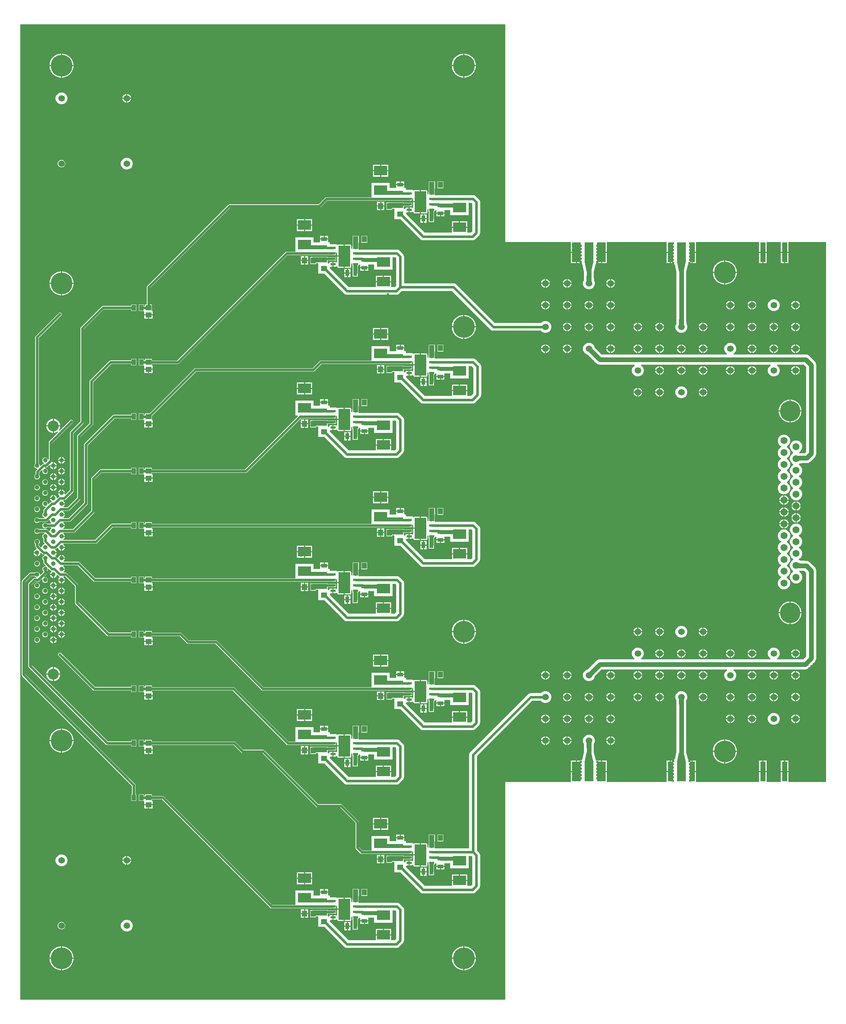
<source format=gbr>
%TF.GenerationSoftware,Altium Limited,Altium Designer,25.0.2 (28)*%
G04 Layer_Physical_Order=6*
G04 Layer_Color=16711680*
%FSLAX45Y45*%
%MOMM*%
%TF.SameCoordinates,BFBE90A8-51B7-47FB-822D-EC39B52C7656*%
%TF.FilePolarity,Positive*%
%TF.FileFunction,Copper,L6,Bot,Signal*%
%TF.Part,Single*%
G01*
G75*
%TA.AperFunction,SMDPad,CuDef*%
%ADD10R,2.03200X4.57200*%
%ADD11R,1.45000X1.20000*%
%ADD12R,1.20000X1.45000*%
%ADD13R,0.95000X1.40000*%
%TA.AperFunction,SMDPad,SMDef*%
G04:AMPARAMS|DCode=14|XSize=2.74681mm|YSize=4.9mm|CornerRadius=0.05494mm|HoleSize=0mm|Usage=FLASHONLY|Rotation=0.000|XOffset=0mm|YOffset=0mm|HoleType=Round|Shape=RoundedRectangle|*
%AMROUNDEDRECTD14*
21,1,2.74681,4.79013,0,0,0.0*
21,1,2.63694,4.90000,0,0,0.0*
1,1,0.10987,1.31847,-2.39507*
1,1,0.10987,-1.31847,-2.39507*
1,1,0.10987,-1.31847,2.39507*
1,1,0.10987,1.31847,2.39507*
%
%ADD14ROUNDEDRECTD14*%
%TA.AperFunction,SMDPad,CuDef*%
G04:AMPARAMS|DCode=15|XSize=0.55mm|YSize=1.25mm|CornerRadius=0.0495mm|HoleSize=0mm|Usage=FLASHONLY|Rotation=90.000|XOffset=0mm|YOffset=0mm|HoleType=Round|Shape=RoundedRectangle|*
%AMROUNDEDRECTD15*
21,1,0.55000,1.15100,0,0,90.0*
21,1,0.45100,1.25000,0,0,90.0*
1,1,0.09900,0.57550,0.22550*
1,1,0.09900,0.57550,-0.22550*
1,1,0.09900,-0.57550,-0.22550*
1,1,0.09900,-0.57550,0.22550*
%
%ADD15ROUNDEDRECTD15*%
%ADD16R,3.04800X2.28600*%
%ADD17R,1.40000X0.95000*%
%ADD18R,1.45000X1.30000*%
%ADD19R,1.00000X1.35000*%
%TA.AperFunction,Conductor*%
%ADD20C,0.55880*%
%ADD21C,0.60960*%
%ADD22C,1.09220*%
%ADD23C,1.14300*%
%ADD24C,0.93980*%
%ADD25C,1.19380*%
%TA.AperFunction,ComponentPad*%
%ADD27C,1.06680*%
%ADD28C,2.54000*%
%ADD29C,1.52400*%
%TA.AperFunction,ViaPad*%
%ADD30C,1.52400*%
%TA.AperFunction,ComponentPad*%
%ADD31C,1.65000*%
%ADD32C,4.80000*%
%TA.AperFunction,ViaPad*%
%ADD33C,5.08000*%
%ADD34C,0.60960*%
%ADD35C,1.27000*%
%ADD36C,0.50000*%
%ADD49C,0.61976*%
%TA.AperFunction,SMDPad,CuDef*%
%ADD50R,1.27000X4.57200*%
G36*
X18088609Y20851164D02*
X17979390D01*
X17932706Y21069604D01*
X18135295D01*
X18088609Y20851164D01*
D02*
G37*
G36*
X15929610D02*
X15820390D01*
X15773705Y21069604D01*
X15976295D01*
X15929610Y20851164D01*
D02*
G37*
G36*
X15932227Y20624315D02*
X15817773D01*
X15818271Y20626099D01*
X15818716Y20630257D01*
X15819447Y20645703D01*
X15820390Y20749063D01*
X15929610D01*
X15932227Y20624315D01*
D02*
G37*
G36*
X18091226Y19608315D02*
X17976775D01*
X17977271Y19610098D01*
X17977716Y19614256D01*
X17978448Y19629703D01*
X17979390Y19733063D01*
X18088609D01*
X18091226Y19608315D01*
D02*
G37*
G36*
X18090729Y10869902D02*
X18090285Y10865743D01*
X18089552Y10850297D01*
X18088609Y10746937D01*
X17979390D01*
X17976775Y10871685D01*
X18091226D01*
X18090729Y10869902D01*
D02*
G37*
G36*
X15931729Y9853902D02*
X15931284Y9849743D01*
X15930553Y9834297D01*
X15929610Y9730937D01*
X15820390D01*
X15817773Y9855685D01*
X15932227D01*
X15931729Y9853902D01*
D02*
G37*
G36*
X18135295Y9410395D02*
X17932706D01*
X17979390Y9628835D01*
X18088609D01*
X18135295Y9410395D01*
D02*
G37*
G36*
X15976295D02*
X15773705D01*
X15820390Y9628835D01*
X15929610D01*
X15976295Y9410395D01*
D02*
G37*
G36*
X13919200Y21539200D02*
X15455901D01*
Y21310600D01*
X15582899D01*
Y21297900D01*
X15595599D01*
Y21043900D01*
X15709900D01*
X15712440Y21024632D01*
Y21008340D01*
X15723241D01*
X15758434Y20843675D01*
Y20750563D01*
X15758238Y20749629D01*
X15757307Y20647456D01*
X15757153Y20644205D01*
X15747186Y20626942D01*
X15737840Y20592056D01*
Y20555943D01*
X15747186Y20521059D01*
X15765245Y20489783D01*
X15790782Y20464246D01*
X15822058Y20446187D01*
X15856943Y20436839D01*
X15893057D01*
X15927942Y20446187D01*
X15959218Y20464246D01*
X15984755Y20489783D01*
X16002814Y20521059D01*
X16012160Y20555943D01*
Y20592056D01*
X16002814Y20626942D01*
X15994019Y20642172D01*
X15991751Y20750366D01*
X15991566Y20751196D01*
Y20843675D01*
X16026759Y21008340D01*
X16037560D01*
Y21024632D01*
X16040100Y21043900D01*
X16154401D01*
Y21297900D01*
X16167101D01*
Y21310600D01*
X16294099D01*
Y21539200D01*
X17691100D01*
Y21310600D01*
X17780000D01*
Y21297900D01*
X17792700D01*
Y21043900D01*
X17868900D01*
X17871440Y21024632D01*
Y21008340D01*
X17882240D01*
X17917433Y20843675D01*
Y19734563D01*
X17917238Y19733629D01*
X17916309Y19631456D01*
X17916153Y19628204D01*
X17906187Y19610942D01*
X17896840Y19576057D01*
Y19539943D01*
X17906187Y19505058D01*
X17924245Y19473782D01*
X17949782Y19448245D01*
X17981058Y19430186D01*
X18015942Y19420840D01*
X18052057D01*
X18086942Y19430186D01*
X18118217Y19448245D01*
X18143755Y19473782D01*
X18161813Y19505058D01*
X18171159Y19539943D01*
Y19576057D01*
X18161813Y19610942D01*
X18153020Y19626173D01*
X18150751Y19734366D01*
X18150568Y19735197D01*
Y20843675D01*
X18185760Y21008340D01*
X18196561D01*
Y21024632D01*
X18199100Y21043900D01*
X18275301D01*
Y21297900D01*
X18288000D01*
Y21310600D01*
X18376900D01*
Y21539200D01*
X19850101D01*
Y21310600D01*
X20027901D01*
Y21539200D01*
X20358099D01*
Y21310600D01*
X20535899D01*
Y21539200D01*
X21412199D01*
Y8940800D01*
X20535899D01*
Y9169400D01*
X20358099D01*
Y8940800D01*
X20027901D01*
Y9169400D01*
X19850101D01*
Y8940800D01*
X18376900D01*
Y9169400D01*
X18288000D01*
Y9182100D01*
X18275301D01*
Y9436100D01*
X18199100D01*
X18196561Y9455368D01*
Y9471660D01*
X18185760D01*
X18150568Y9636325D01*
Y10745437D01*
X18150761Y10746371D01*
X18151692Y10848544D01*
X18151846Y10851796D01*
X18161813Y10869058D01*
X18171159Y10903943D01*
Y10940057D01*
X18161813Y10974942D01*
X18143755Y11006218D01*
X18118217Y11031755D01*
X18086942Y11049813D01*
X18052057Y11059160D01*
X18015942D01*
X17981058Y11049813D01*
X17949782Y11031755D01*
X17924245Y11006218D01*
X17906187Y10974942D01*
X17896840Y10940057D01*
Y10903943D01*
X17906187Y10869058D01*
X17914981Y10853827D01*
X17917249Y10745634D01*
X17917433Y10744803D01*
Y9636325D01*
X17882240Y9471660D01*
X17871440D01*
Y9455368D01*
X17868900Y9436100D01*
X17792700D01*
Y9182100D01*
X17780000D01*
Y9169400D01*
X17691100D01*
Y8940800D01*
X16294099D01*
Y9169400D01*
X16167101D01*
Y9182100D01*
X16154401D01*
Y9436100D01*
X16040100D01*
X16037560Y9455368D01*
Y9471660D01*
X16026759D01*
X15991566Y9636325D01*
Y9729437D01*
X15991762Y9730371D01*
X15992693Y9832544D01*
X15992847Y9835796D01*
X16002814Y9853058D01*
X16012160Y9887943D01*
Y9924057D01*
X16002814Y9958942D01*
X15984755Y9990218D01*
X15959218Y10015755D01*
X15927942Y10033813D01*
X15893057Y10043160D01*
X15856943D01*
X15822058Y10033813D01*
X15790782Y10015755D01*
X15765245Y9990218D01*
X15747186Y9958942D01*
X15737840Y9924057D01*
Y9887943D01*
X15747186Y9853058D01*
X15755981Y9837827D01*
X15758249Y9729634D01*
X15758434Y9728803D01*
Y9636325D01*
X15723241Y9471660D01*
X15712440D01*
Y9455368D01*
X15709900Y9436100D01*
X15595599D01*
Y9182100D01*
X15582899D01*
Y9169400D01*
X15455901D01*
Y8940800D01*
X13919200D01*
Y3860800D01*
X2590800D01*
Y26619199D01*
X13919200D01*
Y21539200D01*
D02*
G37*
%LPC*%
G36*
X12975989Y25933401D02*
X12966701D01*
Y25666699D01*
X13233400D01*
Y25675989D01*
X13226520Y25719427D01*
X13212930Y25761252D01*
X13192964Y25800436D01*
X13167114Y25836017D01*
X13136017Y25867114D01*
X13100436Y25892963D01*
X13061252Y25912930D01*
X13019426Y25926520D01*
X12975989Y25933401D01*
D02*
G37*
G36*
X12941299D02*
X12932011D01*
X12888574Y25926520D01*
X12846748Y25912930D01*
X12807562Y25892963D01*
X12771983Y25867114D01*
X12740886Y25836017D01*
X12715036Y25800436D01*
X12695070Y25761252D01*
X12681480Y25719427D01*
X12674600Y25675989D01*
Y25666699D01*
X12941299D01*
Y25933401D01*
D02*
G37*
G36*
X3577989D02*
X3568700D01*
Y25666699D01*
X3835400D01*
Y25675989D01*
X3828520Y25719427D01*
X3814930Y25761252D01*
X3794964Y25800436D01*
X3769114Y25836017D01*
X3738017Y25867114D01*
X3702437Y25892963D01*
X3663252Y25912930D01*
X3621426Y25926520D01*
X3577989Y25933401D01*
D02*
G37*
G36*
X3543300D02*
X3534011D01*
X3490574Y25926520D01*
X3448748Y25912930D01*
X3409563Y25892963D01*
X3373983Y25867114D01*
X3342886Y25836017D01*
X3317036Y25800436D01*
X3297070Y25761252D01*
X3283480Y25719427D01*
X3276600Y25675989D01*
Y25666699D01*
X3543300D01*
Y25933401D01*
D02*
G37*
G36*
X13233400Y25641299D02*
X12966701D01*
Y25374600D01*
X12975989D01*
X13019426Y25381480D01*
X13061252Y25395070D01*
X13100436Y25415036D01*
X13136017Y25440886D01*
X13167114Y25471983D01*
X13192964Y25507562D01*
X13212930Y25546748D01*
X13226520Y25588574D01*
X13233400Y25632010D01*
Y25641299D01*
D02*
G37*
G36*
X12941299D02*
X12674600D01*
Y25632010D01*
X12681480Y25588574D01*
X12695070Y25546748D01*
X12715036Y25507562D01*
X12740886Y25471983D01*
X12771983Y25440886D01*
X12807562Y25415036D01*
X12846748Y25395070D01*
X12888574Y25381480D01*
X12932011Y25374600D01*
X12941299D01*
Y25641299D01*
D02*
G37*
G36*
X3835400D02*
X3568700D01*
Y25374600D01*
X3577989D01*
X3621426Y25381480D01*
X3663252Y25395070D01*
X3702437Y25415036D01*
X3738017Y25440886D01*
X3769114Y25471983D01*
X3794964Y25507562D01*
X3814930Y25546748D01*
X3828520Y25588574D01*
X3835400Y25632010D01*
Y25641299D01*
D02*
G37*
G36*
X3543300D02*
X3276600D01*
Y25632010D01*
X3283480Y25588574D01*
X3297070Y25546748D01*
X3317036Y25507562D01*
X3342886Y25471983D01*
X3373983Y25440886D01*
X3409563Y25415036D01*
X3448748Y25395070D01*
X3490574Y25381480D01*
X3534011Y25374600D01*
X3543300D01*
Y25641299D01*
D02*
G37*
G36*
X5093376Y24993600D02*
X5092700D01*
Y24904700D01*
X5181600D01*
Y24905376D01*
X5174676Y24931216D01*
X5161300Y24954384D01*
X5142384Y24973300D01*
X5119216Y24986676D01*
X5093376Y24993600D01*
D02*
G37*
G36*
X5067300D02*
X5066624D01*
X5040784Y24986676D01*
X5017616Y24973300D01*
X4998700Y24954384D01*
X4985324Y24931216D01*
X4978400Y24905376D01*
Y24904700D01*
X5067300D01*
Y24993600D01*
D02*
G37*
G36*
X5181600Y24879300D02*
X5092700D01*
Y24790401D01*
X5093376D01*
X5119216Y24797324D01*
X5142384Y24810699D01*
X5161300Y24829616D01*
X5174676Y24852785D01*
X5181600Y24878624D01*
Y24879300D01*
D02*
G37*
G36*
X5067300D02*
X4978400D01*
Y24878624D01*
X4985324Y24852785D01*
X4998700Y24829616D01*
X5017616Y24810699D01*
X5040784Y24797324D01*
X5066624Y24790401D01*
X5067300D01*
Y24879300D01*
D02*
G37*
G36*
X3574057Y25029160D02*
X3537943D01*
X3503058Y25019814D01*
X3471782Y25001755D01*
X3446245Y24976218D01*
X3428187Y24944942D01*
X3418840Y24910057D01*
Y24873943D01*
X3428187Y24839058D01*
X3446245Y24807782D01*
X3471782Y24782245D01*
X3503058Y24764188D01*
X3537943Y24754840D01*
X3574057D01*
X3608942Y24764188D01*
X3640218Y24782245D01*
X3665755Y24807782D01*
X3683813Y24839058D01*
X3693160Y24873943D01*
Y24910057D01*
X3683813Y24944942D01*
X3665755Y24976218D01*
X3640218Y25001755D01*
X3608942Y25019814D01*
X3574057Y25029160D01*
D02*
G37*
G36*
X3567370Y23454359D02*
X3544630D01*
X3522666Y23448476D01*
X3502974Y23437105D01*
X3486895Y23421027D01*
X3475525Y23401334D01*
X3469640Y23379370D01*
Y23356630D01*
X3475525Y23334666D01*
X3486895Y23314973D01*
X3502974Y23298895D01*
X3522666Y23287524D01*
X3544630Y23281641D01*
X3567370D01*
X3589334Y23287524D01*
X3609026Y23298895D01*
X3625105Y23314973D01*
X3636475Y23334666D01*
X3642360Y23356630D01*
Y23379370D01*
X3636475Y23401334D01*
X3625105Y23421027D01*
X3609026Y23437105D01*
X3589334Y23448476D01*
X3567370Y23454359D01*
D02*
G37*
G36*
X5098057Y23505161D02*
X5061943D01*
X5027058Y23495813D01*
X4995782Y23477756D01*
X4970245Y23452219D01*
X4952187Y23420943D01*
X4942840Y23386057D01*
Y23349944D01*
X4952187Y23315057D01*
X4970245Y23283781D01*
X4995782Y23258244D01*
X5027058Y23240187D01*
X5061943Y23230840D01*
X5098057D01*
X5132942Y23240187D01*
X5164218Y23258244D01*
X5189755Y23283781D01*
X5207813Y23315057D01*
X5217160Y23349944D01*
Y23386057D01*
X5207813Y23420943D01*
X5189755Y23452219D01*
X5164218Y23477756D01*
X5132942Y23495813D01*
X5098057Y23505161D01*
D02*
G37*
G36*
X11188700Y23342599D02*
X11023600D01*
Y23215601D01*
X11188700D01*
Y23342599D01*
D02*
G37*
G36*
X10998200D02*
X10833100D01*
Y23215601D01*
X10998200D01*
Y23342599D01*
D02*
G37*
G36*
X11188700Y23190199D02*
X11023600D01*
Y23063200D01*
X11188700D01*
Y23190199D01*
D02*
G37*
G36*
X10998200D02*
X10833100D01*
Y23063200D01*
X10998200D01*
Y23190199D01*
D02*
G37*
G36*
X11563500Y22949200D02*
X11480801D01*
Y22889001D01*
X11563500D01*
Y22949200D01*
D02*
G37*
G36*
X11455401D02*
X11372700D01*
Y22889001D01*
X11455401D01*
Y22949200D01*
D02*
G37*
G36*
X12476460Y22955360D02*
X12336140D01*
Y22790041D01*
X12476460D01*
Y22955360D01*
D02*
G37*
G36*
X12276460D02*
X12136140D01*
Y22874593D01*
X12135509Y22869800D01*
Y22705322D01*
X12131385Y22703613D01*
X12126595Y22692050D01*
Y22648613D01*
X12123447Y22645580D01*
X12121666Y22644803D01*
X12101346Y22658115D01*
Y22718507D01*
X12098948Y22730560D01*
X12092120Y22740781D01*
X12081901Y22747607D01*
X12069847Y22750005D01*
X11950700D01*
Y22478999D01*
Y22207996D01*
X12069847D01*
X12081901Y22210393D01*
X12092120Y22217220D01*
X12098948Y22227438D01*
X12101346Y22239493D01*
Y22299887D01*
X12121666Y22313197D01*
X12123446Y22312421D01*
X12126595Y22309387D01*
Y22265950D01*
X12131385Y22254385D01*
X12136820Y22252135D01*
Y22085809D01*
X12137940Y22080180D01*
Y22005141D01*
X12253260D01*
Y22085309D01*
X12253360Y22085809D01*
Y22249596D01*
X12258050D01*
X12269615Y22254385D01*
X12274405Y22265950D01*
Y22265970D01*
X12275995Y22278053D01*
X12292987Y22283548D01*
X12312500Y22273637D01*
Y22221399D01*
X12407901D01*
X12503300D01*
X12503300Y22281599D01*
X12522498Y22284308D01*
X12639040D01*
Y22164040D01*
X13065759D01*
Y22452834D01*
X13132759D01*
X13156433Y22429160D01*
Y21792241D01*
X13120059Y21755867D01*
X13030200D01*
Y21869400D01*
X12674600D01*
Y21755867D01*
X12040041D01*
X11601560Y22194348D01*
Y22217821D01*
X11617950Y22235007D01*
X11662800D01*
Y22288499D01*
Y22341994D01*
X11617950D01*
X11606108Y22339639D01*
X11596069Y22332932D01*
X11589361Y22322893D01*
X11587005Y22311050D01*
Y22309460D01*
X11567402D01*
X11550760Y22318340D01*
X11550760Y22329781D01*
Y22376215D01*
X11675060D01*
X11676979Y22376595D01*
X11733050D01*
X11744615Y22381386D01*
X11749405Y22392950D01*
Y22438049D01*
X11744615Y22449614D01*
X11733050Y22454405D01*
X11617950D01*
X11616747Y22453906D01*
X11550760D01*
Y22458659D01*
X11470325D01*
X11468100Y22458952D01*
X11282660D01*
Y22460060D01*
X11142340D01*
Y22294740D01*
X11282660D01*
Y22318047D01*
X11317877D01*
X11334640Y22309460D01*
X11334640Y22297726D01*
Y22067540D01*
X11474751D01*
X11939496Y21602795D01*
X11958066Y21588547D01*
X11979692Y21579588D01*
X12002900Y21576534D01*
X13157201D01*
X13180408Y21579588D01*
X13202034Y21588547D01*
X13220604Y21602795D01*
X13309505Y21691696D01*
X13323753Y21710266D01*
X13332712Y21731892D01*
X13335767Y21755099D01*
Y22447646D01*
X13337540Y22454262D01*
Y22478339D01*
X13331308Y22501595D01*
X13319270Y22522446D01*
X13302245Y22539470D01*
X13296313Y22542896D01*
X13233304Y22605904D01*
X13214734Y22620154D01*
X13193108Y22629112D01*
X13169901Y22632167D01*
X12290276D01*
X12274405Y22646950D01*
Y22692050D01*
X12271250Y22699667D01*
X12271291Y22699980D01*
Y22790041D01*
X12276460D01*
Y22955360D01*
D02*
G37*
G36*
X11224260Y22920959D02*
X10797540D01*
Y22581348D01*
X9740900D01*
X9726034Y22578389D01*
X9713431Y22569969D01*
X9559709Y22416248D01*
X7480300D01*
X7465434Y22413289D01*
X7452831Y22404869D01*
X5560531Y20512569D01*
X5552111Y20499966D01*
X5549153Y20485100D01*
Y20077661D01*
X5505340D01*
Y20043938D01*
X5484160D01*
Y20080161D01*
X5363840D01*
Y19924840D01*
X5471047Y19924840D01*
X5484159Y19924838D01*
X5490100Y19906981D01*
Y19850201D01*
X5685900D01*
Y19927901D01*
X5670660D01*
Y20077661D01*
X5626847D01*
Y20469009D01*
X7496391Y22338553D01*
X9575800D01*
X9590666Y22341512D01*
X9603269Y22349931D01*
X9756991Y22503653D01*
X11617809D01*
X11617950Y22503595D01*
X11733050D01*
X11744615Y22508386D01*
X11749405Y22519949D01*
Y22563387D01*
X11752553Y22566422D01*
X11754334Y22567198D01*
X11774654Y22553886D01*
Y22491701D01*
X11925300D01*
Y22750005D01*
X11806153D01*
X11794099Y22747607D01*
X11783880Y22740781D01*
X11766289Y22749622D01*
X11750256Y22756264D01*
X11733050Y22758530D01*
X11680350D01*
X11675500Y22759167D01*
X11599060D01*
Y22799760D01*
X11582312D01*
X11563500Y22803400D01*
X11563500Y22820081D01*
Y22863602D01*
X11468101D01*
X11372700D01*
X11372700Y22803400D01*
X11353502Y22800693D01*
X11224260D01*
Y22920959D01*
D02*
G37*
G36*
X11097900Y22475301D02*
X11025200D01*
Y22390100D01*
X11097900D01*
Y22475301D01*
D02*
G37*
G36*
X10999800D02*
X10927100D01*
Y22390100D01*
X10999800D01*
Y22475301D01*
D02*
G37*
G36*
X11925300Y22466299D02*
X11774654D01*
Y22339989D01*
X11757997Y22334029D01*
X11754334Y22333330D01*
X11744892Y22339639D01*
X11733050Y22341994D01*
X11688200D01*
Y22288499D01*
Y22235007D01*
X11733050D01*
X11744892Y22237361D01*
X11754334Y22243671D01*
X11767330Y22241193D01*
X11769070Y22240788D01*
X11775035Y22237581D01*
X11777052Y22227438D01*
X11783880Y22217220D01*
X11794099Y22210393D01*
X11806153Y22207996D01*
X11925300D01*
Y22466299D01*
D02*
G37*
G36*
X11097900Y22364700D02*
X11025200D01*
Y22279500D01*
X11097900D01*
Y22364700D01*
D02*
G37*
G36*
X10999800D02*
X10927100D01*
Y22279500D01*
X10999800D01*
Y22364700D01*
D02*
G37*
G36*
X12503300Y22195999D02*
X12420601D01*
Y22135800D01*
X12503300D01*
Y22195999D01*
D02*
G37*
G36*
X12395201D02*
X12312500D01*
Y22135800D01*
X12395201D01*
Y22195999D01*
D02*
G37*
G36*
X12083500Y22180701D02*
X12023300D01*
Y22098000D01*
X12083500D01*
Y22180701D01*
D02*
G37*
G36*
X11997900D02*
X11937700D01*
Y22098000D01*
X11997900D01*
Y22180701D01*
D02*
G37*
G36*
X12083500Y22072600D02*
X12023300D01*
Y21989900D01*
X12083500D01*
Y22072600D01*
D02*
G37*
G36*
X11997900D02*
X11937700D01*
Y21989900D01*
X11997900D01*
Y22072600D01*
D02*
G37*
G36*
X9410700D02*
X9245600D01*
Y21945599D01*
X9410700D01*
Y22072600D01*
D02*
G37*
G36*
X9220200D02*
X9055100D01*
Y21945599D01*
X9220200D01*
Y22072600D01*
D02*
G37*
G36*
X13030200Y22021800D02*
X12865100D01*
Y21894800D01*
X13030200D01*
Y22021800D01*
D02*
G37*
G36*
X12839700D02*
X12674600D01*
Y21894800D01*
X12839700D01*
Y22021800D01*
D02*
G37*
G36*
X9410700Y21920200D02*
X9245600D01*
Y21793201D01*
X9410700D01*
Y21920200D01*
D02*
G37*
G36*
X9220200D02*
X9055100D01*
Y21793201D01*
X9220200D01*
Y21920200D01*
D02*
G37*
G36*
X9785500Y21679201D02*
X9702801D01*
Y21619000D01*
X9785500D01*
Y21679201D01*
D02*
G37*
G36*
X9677401D02*
X9594700D01*
Y21619000D01*
X9677401D01*
Y21679201D01*
D02*
G37*
G36*
X10698460Y21685361D02*
X10558140D01*
Y21520039D01*
X10698460D01*
Y21685361D01*
D02*
G37*
G36*
X10498460D02*
X10358140D01*
Y21604591D01*
X10357509Y21599800D01*
Y21435323D01*
X10353385Y21433614D01*
X10348595Y21422050D01*
Y21378613D01*
X10345447Y21375578D01*
X10343666Y21374803D01*
X10323346Y21388113D01*
Y21448508D01*
X10320948Y21460561D01*
X10314120Y21470779D01*
X10303901Y21477608D01*
X10291847Y21480005D01*
X10172700D01*
Y21209000D01*
Y20937994D01*
X10291847D01*
X10303901Y20940392D01*
X10314120Y20947220D01*
X10320948Y20957439D01*
X10323346Y20969493D01*
Y21029887D01*
X10343666Y21043198D01*
X10345446Y21042421D01*
X10348595Y21039388D01*
Y20995950D01*
X10353385Y20984386D01*
X10358820Y20982133D01*
Y20815810D01*
X10359940Y20810181D01*
Y20735139D01*
X10475260D01*
Y20815309D01*
X10475360Y20815810D01*
Y20979594D01*
X10480050D01*
X10491615Y20984386D01*
X10496405Y20995950D01*
Y20995970D01*
X10497995Y21008054D01*
X10514987Y21013548D01*
X10534500Y21003638D01*
Y20951399D01*
X10629901D01*
X10725300D01*
X10725300Y21011600D01*
X10744498Y21014308D01*
X10861040D01*
Y20894040D01*
X11287760D01*
Y21182832D01*
X11354759D01*
X11378433Y21159158D01*
Y20522241D01*
X11342059Y20485867D01*
X11252200D01*
Y20599400D01*
X10896600D01*
Y20485867D01*
X10262041D01*
X9823560Y20924348D01*
Y20947821D01*
X9839950Y20965005D01*
X9884800D01*
Y21018500D01*
Y21071994D01*
X9839950D01*
X9828108Y21069640D01*
X9818069Y21062930D01*
X9811361Y21052892D01*
X9809005Y21041051D01*
Y21039461D01*
X9789402D01*
X9772760Y21048340D01*
X9772760Y21059779D01*
Y21106213D01*
X9897060D01*
X9898979Y21106595D01*
X9955050D01*
X9966615Y21111386D01*
X9971405Y21122951D01*
Y21168050D01*
X9966615Y21179614D01*
X9955050Y21184406D01*
X9839950D01*
X9838747Y21183907D01*
X9772760D01*
Y21188660D01*
X9692325D01*
X9690100Y21188953D01*
X9504660D01*
Y21190060D01*
X9364340D01*
Y21024741D01*
X9504660D01*
Y21048047D01*
X9539877D01*
X9556640Y21039461D01*
X9556640Y21027727D01*
Y20797540D01*
X9696751D01*
X10161496Y20332796D01*
X10180066Y20318546D01*
X10201692Y20309589D01*
X10224900Y20306532D01*
X11379200D01*
X11402407Y20309589D01*
X11424034Y20318546D01*
X11442604Y20332796D01*
X11505241Y20395433D01*
X12675559D01*
X13576395Y19494597D01*
X13576396Y19494595D01*
X13594966Y19480347D01*
X13616592Y19471388D01*
X13639799Y19468333D01*
X13639803Y19468333D01*
X14754694D01*
X14774782Y19448245D01*
X14806058Y19430186D01*
X14840942Y19420840D01*
X14877057D01*
X14911942Y19430186D01*
X14943217Y19448245D01*
X14968755Y19473782D01*
X14986813Y19505058D01*
X14996159Y19539943D01*
Y19576057D01*
X14986813Y19610942D01*
X14968755Y19642218D01*
X14943217Y19667755D01*
X14911942Y19685812D01*
X14877057Y19695160D01*
X14840942D01*
X14806058Y19685812D01*
X14774782Y19667755D01*
X14754694Y19647667D01*
X13676941D01*
X12776104Y20548505D01*
X12757534Y20562753D01*
X12735907Y20571712D01*
X12712700Y20574767D01*
X11557767D01*
Y21196300D01*
X11554712Y21219507D01*
X11545754Y21241135D01*
X11531504Y21259705D01*
X11455304Y21335904D01*
X11436734Y21350154D01*
X11415107Y21359113D01*
X11391900Y21362167D01*
X10512276D01*
X10496405Y21376950D01*
Y21422050D01*
X10493250Y21429668D01*
X10493291Y21429980D01*
Y21520039D01*
X10498460D01*
Y21685361D01*
D02*
G37*
G36*
X9446260Y21650960D02*
X9019540D01*
Y21311346D01*
X8813800D01*
X8798934Y21308389D01*
X8786331Y21299969D01*
X6257710Y18771347D01*
X5670660D01*
Y18807661D01*
X5505340D01*
Y18773936D01*
X5484160D01*
Y18810159D01*
X5363840D01*
Y18654840D01*
X5471047Y18654840D01*
X5484159Y18654839D01*
X5490100Y18636981D01*
Y18580202D01*
X5685900D01*
Y18657901D01*
X5670660D01*
Y18693654D01*
X6273801D01*
X6288667Y18696611D01*
X6301269Y18705032D01*
X8829891Y21233653D01*
X9839809D01*
X9839950Y21233595D01*
X9955050D01*
X9966615Y21238387D01*
X9971405Y21249950D01*
Y21293387D01*
X9974553Y21296420D01*
X9976334Y21297198D01*
X9996654Y21283887D01*
Y21221700D01*
X10147300D01*
Y21480005D01*
X10028153D01*
X10016099Y21477608D01*
X10005880Y21470779D01*
X9988289Y21479622D01*
X9972256Y21486263D01*
X9955050Y21488528D01*
X9902350D01*
X9897500Y21489166D01*
X9821060D01*
Y21529761D01*
X9804312D01*
X9785500Y21533400D01*
X9785500Y21550079D01*
Y21593600D01*
X9690101D01*
X9594700D01*
X9594700Y21533400D01*
X9575502Y21530692D01*
X9446260D01*
Y21650960D01*
D02*
G37*
G36*
X9319900Y21205299D02*
X9247200D01*
Y21120100D01*
X9319900D01*
Y21205299D01*
D02*
G37*
G36*
X9221800D02*
X9149100D01*
Y21120100D01*
X9221800D01*
Y21205299D01*
D02*
G37*
G36*
X10147300Y21196300D02*
X9996654D01*
Y21069987D01*
X9979997Y21064027D01*
X9976334Y21063330D01*
X9966892Y21069640D01*
X9955050Y21071994D01*
X9910200D01*
Y21018500D01*
Y20965005D01*
X9955050D01*
X9966892Y20967361D01*
X9976334Y20973669D01*
X9989330Y20971193D01*
X9991070Y20970789D01*
X9997035Y20967581D01*
X9999052Y20957439D01*
X10005880Y20947220D01*
X10016099Y20940392D01*
X10028153Y20937994D01*
X10147300D01*
Y21196300D01*
D02*
G37*
G36*
X20535899Y21285201D02*
X20459700D01*
Y21043900D01*
X20535899D01*
Y21285201D01*
D02*
G37*
G36*
X20434300D02*
X20358099D01*
Y21043900D01*
X20434300D01*
Y21285201D01*
D02*
G37*
G36*
X20027901D02*
X19951700D01*
Y21043900D01*
X20027901D01*
Y21285201D01*
D02*
G37*
G36*
X19926300D02*
X19850101D01*
Y21043900D01*
X19926300D01*
Y21285201D01*
D02*
G37*
G36*
X18376900D02*
X18300700D01*
Y21043900D01*
X18376900D01*
Y21285201D01*
D02*
G37*
G36*
X16294099D02*
X16179800D01*
Y21043900D01*
X16294099D01*
Y21285201D01*
D02*
G37*
G36*
X17767300D02*
X17691100D01*
Y21043900D01*
X17767300D01*
Y21285201D01*
D02*
G37*
G36*
X15570200D02*
X15455901D01*
Y21043900D01*
X15570200D01*
Y21285201D01*
D02*
G37*
G36*
X9319900Y21094701D02*
X9247200D01*
Y21009500D01*
X9319900D01*
Y21094701D01*
D02*
G37*
G36*
X9221800D02*
X9149100D01*
Y21009500D01*
X9221800D01*
Y21094701D01*
D02*
G37*
G36*
X10725300Y20925999D02*
X10642601D01*
Y20865800D01*
X10725300D01*
Y20925999D01*
D02*
G37*
G36*
X10617201D02*
X10534500D01*
Y20865800D01*
X10617201D01*
Y20925999D01*
D02*
G37*
G36*
X19071989Y21107401D02*
X19062700D01*
Y20840700D01*
X19329401D01*
Y20849989D01*
X19322520Y20893427D01*
X19308929Y20935252D01*
X19288963Y20974437D01*
X19263113Y21010017D01*
X19232018Y21041113D01*
X19196437Y21066965D01*
X19157253Y21086929D01*
X19115427Y21100520D01*
X19071989Y21107401D01*
D02*
G37*
G36*
X19037300D02*
X19028011D01*
X18984573Y21100520D01*
X18942747Y21086929D01*
X18903563Y21066965D01*
X18867982Y21041113D01*
X18836887Y21010017D01*
X18811037Y20974437D01*
X18791071Y20935252D01*
X18777480Y20893427D01*
X18770599Y20849989D01*
Y20840700D01*
X19037300D01*
Y21107401D01*
D02*
G37*
G36*
X10305500Y20910699D02*
X10245300D01*
Y20828000D01*
X10305500D01*
Y20910699D01*
D02*
G37*
G36*
X10219900D02*
X10159700D01*
Y20828000D01*
X10219900D01*
Y20910699D01*
D02*
G37*
G36*
X10305500Y20802600D02*
X10245300D01*
Y20719901D01*
X10305500D01*
Y20802600D01*
D02*
G37*
G36*
X10219900D02*
X10159700D01*
Y20719901D01*
X10219900D01*
Y20802600D01*
D02*
G37*
G36*
X11252200Y20751801D02*
X11087100D01*
Y20624800D01*
X11252200D01*
Y20751801D01*
D02*
G37*
G36*
X11061700D02*
X10896600D01*
Y20624800D01*
X11061700D01*
Y20751801D01*
D02*
G37*
G36*
X16396376Y20675600D02*
X16395700D01*
Y20586700D01*
X16484599D01*
Y20587376D01*
X16477676Y20613216D01*
X16464301Y20636385D01*
X16445384Y20655299D01*
X16422215Y20668677D01*
X16396376Y20675600D01*
D02*
G37*
G36*
X15380376D02*
X15379700D01*
Y20586700D01*
X15468600D01*
Y20587376D01*
X15461676Y20613216D01*
X15448300Y20636385D01*
X15429384Y20655299D01*
X15406216Y20668677D01*
X15380376Y20675600D01*
D02*
G37*
G36*
X14872375D02*
X14871700D01*
Y20586700D01*
X14960600D01*
Y20587376D01*
X14953676Y20613216D01*
X14940300Y20636385D01*
X14921384Y20655299D01*
X14898216Y20668677D01*
X14872375Y20675600D01*
D02*
G37*
G36*
X3577989Y20853400D02*
X3568700D01*
Y20586700D01*
X3835400D01*
Y20595988D01*
X3828520Y20639426D01*
X3814930Y20681252D01*
X3794964Y20720438D01*
X3769114Y20756017D01*
X3738017Y20787114D01*
X3702437Y20812964D01*
X3663252Y20832930D01*
X3621426Y20846519D01*
X3577989Y20853400D01*
D02*
G37*
G36*
X3543300D02*
X3534011D01*
X3490574Y20846519D01*
X3448748Y20832930D01*
X3409563Y20812964D01*
X3373983Y20787114D01*
X3342886Y20756017D01*
X3317036Y20720438D01*
X3297070Y20681252D01*
X3283480Y20639426D01*
X3276600Y20595988D01*
Y20586700D01*
X3543300D01*
Y20853400D01*
D02*
G37*
G36*
X16370300Y20675600D02*
X16369624D01*
X16343784Y20668677D01*
X16320616Y20655299D01*
X16301700Y20636385D01*
X16288324Y20613216D01*
X16281400Y20587376D01*
Y20586700D01*
X16370300D01*
Y20675600D01*
D02*
G37*
G36*
X15354300D02*
X15353624D01*
X15327785Y20668677D01*
X15304616Y20655299D01*
X15285699Y20636385D01*
X15272324Y20613216D01*
X15265401Y20587376D01*
Y20586700D01*
X15354300D01*
Y20675600D01*
D02*
G37*
G36*
X14846300D02*
X14845624D01*
X14819785Y20668677D01*
X14796616Y20655299D01*
X14777699Y20636385D01*
X14764323Y20613216D01*
X14757401Y20587376D01*
Y20586700D01*
X14846300D01*
Y20675600D01*
D02*
G37*
G36*
X19329401Y20815300D02*
X19062700D01*
Y20548599D01*
X19071989D01*
X19115427Y20555479D01*
X19157253Y20569070D01*
X19196437Y20589037D01*
X19232018Y20614886D01*
X19263113Y20645982D01*
X19288963Y20681563D01*
X19308929Y20720747D01*
X19322520Y20762573D01*
X19329401Y20806010D01*
Y20815300D01*
D02*
G37*
G36*
X19037300D02*
X18770599D01*
Y20806010D01*
X18777480Y20762573D01*
X18791071Y20720747D01*
X18811037Y20681563D01*
X18836887Y20645982D01*
X18867982Y20614886D01*
X18903563Y20589037D01*
X18942747Y20569070D01*
X18984573Y20555479D01*
X19028011Y20548599D01*
X19037300D01*
Y20815300D01*
D02*
G37*
G36*
X16484599Y20561301D02*
X16395700D01*
Y20472400D01*
X16396376D01*
X16422215Y20479324D01*
X16445384Y20492700D01*
X16464301Y20511617D01*
X16477676Y20534784D01*
X16484599Y20560625D01*
Y20561301D01*
D02*
G37*
G36*
X16370300D02*
X16281400D01*
Y20560625D01*
X16288324Y20534784D01*
X16301700Y20511617D01*
X16320616Y20492700D01*
X16343784Y20479324D01*
X16369624Y20472400D01*
X16370300D01*
Y20561301D01*
D02*
G37*
G36*
X15468600D02*
X15379700D01*
Y20472400D01*
X15380376D01*
X15406216Y20479324D01*
X15429384Y20492700D01*
X15448300Y20511617D01*
X15461676Y20534784D01*
X15468600Y20560625D01*
Y20561301D01*
D02*
G37*
G36*
X15354300D02*
X15265401D01*
Y20560625D01*
X15272324Y20534784D01*
X15285699Y20511617D01*
X15304616Y20492700D01*
X15327785Y20479324D01*
X15353624Y20472400D01*
X15354300D01*
Y20561301D01*
D02*
G37*
G36*
X14960600D02*
X14871700D01*
Y20472400D01*
X14872375D01*
X14898216Y20479324D01*
X14921384Y20492700D01*
X14940300Y20511617D01*
X14953676Y20534784D01*
X14960600Y20560625D01*
Y20561301D01*
D02*
G37*
G36*
X14846300D02*
X14757401D01*
Y20560625D01*
X14764323Y20534784D01*
X14777699Y20511617D01*
X14796616Y20492700D01*
X14819785Y20479324D01*
X14845624Y20472400D01*
X14846300D01*
Y20561301D01*
D02*
G37*
G36*
X3835400D02*
X3568700D01*
Y20294600D01*
X3577989D01*
X3621426Y20301480D01*
X3663252Y20315070D01*
X3702437Y20335036D01*
X3738017Y20360886D01*
X3769114Y20391983D01*
X3794964Y20427563D01*
X3814930Y20466748D01*
X3828520Y20508574D01*
X3835400Y20552011D01*
Y20561301D01*
D02*
G37*
G36*
X3543300D02*
X3276600D01*
Y20552011D01*
X3283480Y20508574D01*
X3297070Y20466748D01*
X3317036Y20427563D01*
X3342886Y20391983D01*
X3373983Y20360886D01*
X3409563Y20335036D01*
X3448748Y20315070D01*
X3490574Y20301480D01*
X3534011Y20294600D01*
X3543300D01*
Y20561301D01*
D02*
G37*
G36*
X20714375Y20167599D02*
X20713699D01*
Y20078700D01*
X20802600D01*
Y20079376D01*
X20795676Y20105215D01*
X20782300Y20128384D01*
X20763383Y20147301D01*
X20740216Y20160677D01*
X20714375Y20167599D01*
D02*
G37*
G36*
X19698376D02*
X19697701D01*
Y20078700D01*
X19786600D01*
Y20079376D01*
X19779675Y20105215D01*
X19766299Y20128384D01*
X19747385Y20147301D01*
X19724216Y20160677D01*
X19698376Y20167599D01*
D02*
G37*
G36*
X19190376D02*
X19189700D01*
Y20078700D01*
X19278600D01*
Y20079376D01*
X19271677Y20105215D01*
X19258299Y20128384D01*
X19239384Y20147301D01*
X19216216Y20160677D01*
X19190376Y20167599D01*
D02*
G37*
G36*
X16396376D02*
X16395700D01*
Y20078700D01*
X16484599D01*
Y20079376D01*
X16477676Y20105215D01*
X16464301Y20128384D01*
X16445384Y20147301D01*
X16422215Y20160677D01*
X16396376Y20167599D01*
D02*
G37*
G36*
X15888376D02*
X15887700D01*
Y20078700D01*
X15976601D01*
Y20079376D01*
X15969676Y20105215D01*
X15956300Y20128384D01*
X15937384Y20147301D01*
X15914217Y20160677D01*
X15888376Y20167599D01*
D02*
G37*
G36*
X15380376D02*
X15379700D01*
Y20078700D01*
X15468600D01*
Y20079376D01*
X15461676Y20105215D01*
X15448300Y20128384D01*
X15429384Y20147301D01*
X15406216Y20160677D01*
X15380376Y20167599D01*
D02*
G37*
G36*
X14872375D02*
X14871700D01*
Y20078700D01*
X14960600D01*
Y20079376D01*
X14953676Y20105215D01*
X14940300Y20128384D01*
X14921384Y20147301D01*
X14898216Y20160677D01*
X14872375Y20167599D01*
D02*
G37*
G36*
X20688300D02*
X20687624D01*
X20661784Y20160677D01*
X20638615Y20147301D01*
X20619701Y20128384D01*
X20606323Y20105215D01*
X20599400Y20079376D01*
Y20078700D01*
X20688300D01*
Y20167599D01*
D02*
G37*
G36*
X19672301D02*
X19671625D01*
X19645784Y20160677D01*
X19622617Y20147301D01*
X19603700Y20128384D01*
X19590324Y20105215D01*
X19583400Y20079376D01*
Y20078700D01*
X19672301D01*
Y20167599D01*
D02*
G37*
G36*
X19164301D02*
X19163625D01*
X19137784Y20160677D01*
X19114616Y20147301D01*
X19095700Y20128384D01*
X19082324Y20105215D01*
X19075400Y20079376D01*
Y20078700D01*
X19164301D01*
Y20167599D01*
D02*
G37*
G36*
X16370300D02*
X16369624D01*
X16343784Y20160677D01*
X16320616Y20147301D01*
X16301700Y20128384D01*
X16288324Y20105215D01*
X16281400Y20079376D01*
Y20078700D01*
X16370300D01*
Y20167599D01*
D02*
G37*
G36*
X15862300D02*
X15861624D01*
X15835783Y20160677D01*
X15812616Y20147301D01*
X15793700Y20128384D01*
X15780324Y20105215D01*
X15773399Y20079376D01*
Y20078700D01*
X15862300D01*
Y20167599D01*
D02*
G37*
G36*
X15354300D02*
X15353624D01*
X15327785Y20160677D01*
X15304616Y20147301D01*
X15285699Y20128384D01*
X15272324Y20105215D01*
X15265401Y20079376D01*
Y20078700D01*
X15354300D01*
Y20167599D01*
D02*
G37*
G36*
X14846300D02*
X14845624D01*
X14819785Y20160677D01*
X14796616Y20147301D01*
X14777699Y20128384D01*
X14764323Y20105215D01*
X14757401Y20079376D01*
Y20078700D01*
X14846300D01*
Y20167599D01*
D02*
G37*
G36*
X20802600Y20053300D02*
X20713699D01*
Y19964400D01*
X20714375D01*
X20740216Y19971324D01*
X20763383Y19984700D01*
X20782300Y20003616D01*
X20795676Y20026784D01*
X20802600Y20052625D01*
Y20053300D01*
D02*
G37*
G36*
X20688300D02*
X20599400D01*
Y20052625D01*
X20606323Y20026784D01*
X20619701Y20003616D01*
X20638615Y19984700D01*
X20661784Y19971324D01*
X20687624Y19964400D01*
X20688300D01*
Y20053300D01*
D02*
G37*
G36*
X19786600D02*
X19697701D01*
Y19964400D01*
X19698376D01*
X19724216Y19971324D01*
X19747385Y19984700D01*
X19766299Y20003616D01*
X19779675Y20026784D01*
X19786600Y20052625D01*
Y20053300D01*
D02*
G37*
G36*
X19672301D02*
X19583400D01*
Y20052625D01*
X19590324Y20026784D01*
X19603700Y20003616D01*
X19622617Y19984700D01*
X19645784Y19971324D01*
X19671625Y19964400D01*
X19672301D01*
Y20053300D01*
D02*
G37*
G36*
X19278600D02*
X19189700D01*
Y19964400D01*
X19190376D01*
X19216216Y19971324D01*
X19239384Y19984700D01*
X19258299Y20003616D01*
X19271677Y20026784D01*
X19278600Y20052625D01*
Y20053300D01*
D02*
G37*
G36*
X19164301D02*
X19075400D01*
Y20052625D01*
X19082324Y20026784D01*
X19095700Y20003616D01*
X19114616Y19984700D01*
X19137784Y19971324D01*
X19163625Y19964400D01*
X19164301D01*
Y20053300D01*
D02*
G37*
G36*
X16484599D02*
X16395700D01*
Y19964400D01*
X16396376D01*
X16422215Y19971324D01*
X16445384Y19984700D01*
X16464301Y20003616D01*
X16477676Y20026784D01*
X16484599Y20052625D01*
Y20053300D01*
D02*
G37*
G36*
X16370300D02*
X16281400D01*
Y20052625D01*
X16288324Y20026784D01*
X16301700Y20003616D01*
X16320616Y19984700D01*
X16343784Y19971324D01*
X16369624Y19964400D01*
X16370300D01*
Y20053300D01*
D02*
G37*
G36*
X15976601D02*
X15887700D01*
Y19964400D01*
X15888376D01*
X15914217Y19971324D01*
X15937384Y19984700D01*
X15956300Y20003616D01*
X15969676Y20026784D01*
X15976601Y20052625D01*
Y20053300D01*
D02*
G37*
G36*
X15862300D02*
X15773399D01*
Y20052625D01*
X15780324Y20026784D01*
X15793700Y20003616D01*
X15812616Y19984700D01*
X15835783Y19971324D01*
X15861624Y19964400D01*
X15862300D01*
Y20053300D01*
D02*
G37*
G36*
X15468600D02*
X15379700D01*
Y19964400D01*
X15380376D01*
X15406216Y19971324D01*
X15429384Y19984700D01*
X15448300Y20003616D01*
X15461676Y20026784D01*
X15468600Y20052625D01*
Y20053300D01*
D02*
G37*
G36*
X15354300D02*
X15265401D01*
Y20052625D01*
X15272324Y20026784D01*
X15285699Y20003616D01*
X15304616Y19984700D01*
X15327785Y19971324D01*
X15353624Y19964400D01*
X15354300D01*
Y20053300D01*
D02*
G37*
G36*
X14960600D02*
X14871700D01*
Y19964400D01*
X14872375D01*
X14898216Y19971324D01*
X14921384Y19984700D01*
X14940300Y20003616D01*
X14953676Y20026784D01*
X14960600Y20052625D01*
Y20053300D01*
D02*
G37*
G36*
X14846300D02*
X14757401D01*
Y20052625D01*
X14764323Y20026784D01*
X14777699Y20003616D01*
X14796616Y19984700D01*
X14819785Y19971324D01*
X14845624Y19964400D01*
X14846300D01*
Y20053300D01*
D02*
G37*
G36*
X20211057Y20203160D02*
X20174944D01*
X20140057Y20193813D01*
X20108781Y20175755D01*
X20083244Y20150218D01*
X20065187Y20118942D01*
X20055840Y20084058D01*
Y20047943D01*
X20065187Y20013058D01*
X20083244Y19981783D01*
X20108781Y19956245D01*
X20140057Y19938187D01*
X20174944Y19928841D01*
X20211057D01*
X20245943Y19938187D01*
X20277219Y19956245D01*
X20302756Y19981783D01*
X20320813Y20013058D01*
X20330161Y20047943D01*
Y20084058D01*
X20320813Y20118942D01*
X20302756Y20150218D01*
X20277219Y20175755D01*
X20245943Y20193813D01*
X20211057Y20203160D01*
D02*
G37*
G36*
X5304160Y20080161D02*
X5183840D01*
Y20043936D01*
X4521200D01*
X4505343Y20040782D01*
X4491900Y20031799D01*
X4009300Y19549200D01*
X4000318Y19535757D01*
X3997164Y19519901D01*
Y17352664D01*
X3768000Y17123500D01*
X3759018Y17110057D01*
X3755864Y17094200D01*
Y15752464D01*
X3646458Y15643057D01*
X3629374Y15654108D01*
X3634115Y15671800D01*
X3556000D01*
X3477885D01*
X3482626Y15654108D01*
X3492992Y15636153D01*
X3507653Y15621492D01*
X3512646Y15618610D01*
X3509109Y15597188D01*
X3502043Y15595782D01*
X3488600Y15586800D01*
X3464560Y15562759D01*
X3451952Y15565929D01*
X3443540Y15570477D01*
X3438874Y15587894D01*
X3428508Y15605847D01*
X3413847Y15620508D01*
X3395893Y15630875D01*
X3378200Y15635616D01*
Y15557500D01*
X3365500D01*
Y15544800D01*
X3287385D01*
X3292126Y15527107D01*
X3302492Y15509154D01*
X3317153Y15494492D01*
X3322146Y15491609D01*
X3318609Y15470187D01*
X3311543Y15468782D01*
X3298100Y15459801D01*
X3258820Y15420520D01*
X3238500Y15428937D01*
Y15443130D01*
X3228833Y15466470D01*
X3210970Y15484332D01*
X3187631Y15494000D01*
X3162369D01*
X3139030Y15484332D01*
X3121167Y15466470D01*
X3111500Y15443130D01*
Y15417870D01*
X3121167Y15394530D01*
X3139030Y15376666D01*
X3162369Y15367000D01*
X3176563D01*
X3184980Y15346680D01*
X3145700Y15307401D01*
X3136718Y15293958D01*
X3133564Y15278101D01*
Y15224866D01*
X3121167Y15212469D01*
X3111500Y15189131D01*
Y15163869D01*
X3121167Y15140530D01*
X3139030Y15122667D01*
X3155823Y15115710D01*
X3164246Y15097765D01*
X3164873Y15092680D01*
X3163708Y15090936D01*
X3032866D01*
X3020470Y15103333D01*
X2997131Y15113000D01*
X2971869D01*
X2948530Y15103333D01*
X2930667Y15085471D01*
X2921000Y15062131D01*
Y15036868D01*
X2930667Y15013530D01*
X2948530Y14995667D01*
X2971869Y14986000D01*
X2997131D01*
X3020470Y14995667D01*
X3032866Y15008064D01*
X3200400D01*
X3216257Y15011218D01*
X3229700Y15020200D01*
X3266440Y15056940D01*
X3286760Y15048523D01*
Y15039134D01*
X3292126Y15019107D01*
X3302492Y15001154D01*
X3317153Y14986491D01*
X3321025Y14984256D01*
X3315580Y14963936D01*
X3223366D01*
X3210970Y14976334D01*
X3187631Y14986000D01*
X3162369D01*
X3139030Y14976334D01*
X3121167Y14958470D01*
X3111500Y14935130D01*
Y14909869D01*
X3121167Y14886530D01*
X3139030Y14868668D01*
X3162369Y14859000D01*
X3187631D01*
X3210970Y14868668D01*
X3223366Y14881064D01*
X3315580D01*
X3321025Y14860744D01*
X3317153Y14858508D01*
X3302492Y14843848D01*
X3292126Y14825893D01*
X3286760Y14805865D01*
Y14796477D01*
X3266440Y14788060D01*
X3229700Y14824800D01*
X3216257Y14833781D01*
X3200400Y14836935D01*
X3032866D01*
X3020470Y14849333D01*
X2997131Y14859000D01*
X2971869D01*
X2948530Y14849333D01*
X2930667Y14831470D01*
X2921000Y14808131D01*
Y14782869D01*
X2930667Y14759531D01*
X2948530Y14741667D01*
X2971869Y14732001D01*
X2997131D01*
X3020470Y14741667D01*
X3032866Y14754063D01*
X3163708D01*
X3164873Y14752319D01*
X3164246Y14747237D01*
X3155823Y14729289D01*
X3139030Y14722333D01*
X3121167Y14704469D01*
X3111500Y14681131D01*
Y14655869D01*
X3121167Y14632530D01*
X3133564Y14620134D01*
Y14554201D01*
X3136718Y14538342D01*
X3145700Y14524899D01*
X3158080Y14512521D01*
X3152007Y14489856D01*
X3144607Y14487874D01*
X3126653Y14477509D01*
X3111992Y14462846D01*
X3101626Y14444893D01*
X3096260Y14424866D01*
Y14415477D01*
X3075940Y14407060D01*
X3025936Y14457063D01*
Y14493134D01*
X3038333Y14505530D01*
X3048000Y14528870D01*
Y14554131D01*
X3038333Y14577470D01*
X3020470Y14595332D01*
X2997131Y14605000D01*
X2971869D01*
X2948530Y14595332D01*
X2930667Y14577470D01*
X2921000Y14554131D01*
Y14528870D01*
X2930667Y14505530D01*
X2943064Y14493134D01*
Y14439900D01*
X2946218Y14424043D01*
X2955200Y14410600D01*
X2979240Y14386560D01*
X2976072Y14373952D01*
X2971523Y14365540D01*
X2954107Y14360873D01*
X2936153Y14350508D01*
X2921492Y14335847D01*
X2911126Y14317892D01*
X2906385Y14300200D01*
X2984500D01*
Y14287500D01*
X2997200D01*
Y14209386D01*
X3014893Y14214127D01*
X3032847Y14224492D01*
X3047508Y14239153D01*
X3057874Y14257108D01*
X3062540Y14274522D01*
X3070952Y14279073D01*
X3083560Y14282240D01*
X3107600Y14258200D01*
X3121043Y14249219D01*
X3136900Y14246065D01*
X3163708D01*
X3164873Y14244321D01*
X3164246Y14239236D01*
X3155823Y14221289D01*
X3139030Y14214333D01*
X3121167Y14196471D01*
X3111500Y14173131D01*
Y14147868D01*
X3121167Y14124530D01*
X3133564Y14112134D01*
Y14058900D01*
X3136718Y14043044D01*
X3145700Y14029601D01*
X3184980Y13990320D01*
X3176563Y13970000D01*
X3162369D01*
X3139030Y13960333D01*
X3121167Y13942470D01*
X3111500Y13919131D01*
Y13893869D01*
X3121167Y13870531D01*
X3133564Y13858134D01*
Y13834764D01*
X3068320Y13769521D01*
X3048000Y13777937D01*
Y13792131D01*
X3038333Y13815469D01*
X3020470Y13833333D01*
X2997131Y13842999D01*
X2971869D01*
X2948530Y13833333D01*
X2936134Y13820937D01*
X2832100D01*
X2816243Y13817783D01*
X2802800Y13808800D01*
X2637700Y13643700D01*
X2628718Y13630257D01*
X2625564Y13614400D01*
Y11442700D01*
X2628718Y11426843D01*
X2637700Y11413400D01*
X5202564Y8848537D01*
Y8650160D01*
X5183840D01*
Y8494840D01*
X5304160D01*
Y8650160D01*
X5285436D01*
Y8865700D01*
X5282282Y8881557D01*
X5273300Y8895000D01*
X2708436Y11459864D01*
Y13597237D01*
X2849264Y13738065D01*
X2936134D01*
X2948530Y13725667D01*
X2965323Y13718710D01*
X2973746Y13700764D01*
X2974373Y13695680D01*
X2973208Y13693936D01*
X2921000D01*
X2905143Y13690782D01*
X2891700Y13681799D01*
X2790100Y13580200D01*
X2781118Y13566757D01*
X2777964Y13550900D01*
Y11645900D01*
X2781118Y11630043D01*
X2790100Y11616600D01*
X4593500Y9813200D01*
X4606943Y9804218D01*
X4622800Y9801064D01*
X5183840D01*
Y9764840D01*
X5304160D01*
Y9920160D01*
X5183840D01*
Y9883936D01*
X4639964D01*
X2860836Y11663064D01*
Y13533736D01*
X2938164Y13611064D01*
X3009900D01*
X3025757Y13614218D01*
X3039200Y13623199D01*
X3095428Y13679428D01*
X3112654Y13667918D01*
X3111500Y13665131D01*
Y13639870D01*
X3121167Y13616530D01*
X3139030Y13598666D01*
X3162369Y13589000D01*
X3187631D01*
X3210970Y13598666D01*
X3228833Y13616530D01*
X3238500Y13639870D01*
Y13665131D01*
X3228833Y13688470D01*
X3210970Y13706332D01*
X3187631Y13716000D01*
X3162369D01*
X3159582Y13714845D01*
X3148072Y13732072D01*
X3204300Y13788300D01*
X3213282Y13801743D01*
X3216436Y13817599D01*
Y13858134D01*
X3228833Y13870531D01*
X3238500Y13893869D01*
Y13908063D01*
X3258820Y13916479D01*
X3298100Y13877200D01*
X3311543Y13868217D01*
X3318609Y13866812D01*
X3322146Y13845390D01*
X3317153Y13842508D01*
X3302492Y13827847D01*
X3292126Y13809892D01*
X3287385Y13792200D01*
X3365500D01*
Y13779500D01*
X3378200D01*
Y13701385D01*
X3395893Y13706126D01*
X3413847Y13716492D01*
X3428508Y13731152D01*
X3438874Y13749107D01*
X3443540Y13766524D01*
X3451952Y13771072D01*
X3464560Y13774240D01*
X3488600Y13750200D01*
X3502043Y13741219D01*
X3509109Y13739812D01*
X3512646Y13718391D01*
X3507653Y13715508D01*
X3492992Y13700847D01*
X3482626Y13682893D01*
X3477885Y13665199D01*
X3556000D01*
X3634115D01*
X3629374Y13682893D01*
X3619008Y13700847D01*
X3604347Y13715508D01*
X3600475Y13717744D01*
X3605920Y13738065D01*
X3640436D01*
X3870164Y13508336D01*
Y13119099D01*
X3873318Y13103242D01*
X3882300Y13089799D01*
X4618900Y12353200D01*
X4632343Y12344218D01*
X4648200Y12341064D01*
X5183840D01*
Y12304840D01*
X5304160D01*
Y12460160D01*
X5183840D01*
Y12423936D01*
X4665364D01*
X3953036Y13136264D01*
Y13525499D01*
X3953037Y13525500D01*
X3949882Y13541357D01*
X3940900Y13554800D01*
X3686900Y13808800D01*
X3673457Y13817783D01*
X3657600Y13820937D01*
X3605920D01*
X3600475Y13841257D01*
X3604347Y13843492D01*
X3619008Y13858153D01*
X3629374Y13876106D01*
X3634115Y13893800D01*
X3556000D01*
Y13919200D01*
X3634115D01*
X3629374Y13936893D01*
X3619008Y13954848D01*
X3604347Y13969508D01*
X3600475Y13971744D01*
X3605920Y13992064D01*
X3932536D01*
X4301400Y13623199D01*
X4314843Y13614218D01*
X4330700Y13611064D01*
X5183840D01*
Y13574840D01*
X5304160D01*
Y13730161D01*
X5183840D01*
Y13693936D01*
X4347864D01*
X3979000Y14062801D01*
X3965557Y14071782D01*
X3949700Y14074936D01*
X3605920D01*
X3600475Y14095256D01*
X3604347Y14097491D01*
X3619008Y14112154D01*
X3629374Y14130107D01*
X3634115Y14147800D01*
X3556000D01*
Y14160500D01*
X3543300D01*
Y14238615D01*
X3525607Y14233875D01*
X3507653Y14223508D01*
X3492992Y14208847D01*
X3482626Y14190894D01*
X3477960Y14173477D01*
X3469548Y14168929D01*
X3456940Y14165759D01*
X3432900Y14189799D01*
X3419457Y14198782D01*
X3412391Y14200188D01*
X3408854Y14221609D01*
X3413847Y14224492D01*
X3428508Y14239153D01*
X3438874Y14257108D01*
X3443615Y14274800D01*
X3365500D01*
Y14300200D01*
X3443615D01*
X3438874Y14317892D01*
X3428508Y14335847D01*
X3413847Y14350508D01*
X3408854Y14353391D01*
X3412391Y14374812D01*
X3419457Y14376218D01*
X3432900Y14385201D01*
X3456940Y14409241D01*
X3469548Y14406071D01*
X3477960Y14401523D01*
X3482626Y14384106D01*
X3492992Y14366153D01*
X3507653Y14351492D01*
X3525607Y14341125D01*
X3543300Y14336385D01*
Y14414500D01*
X3556000D01*
Y14427200D01*
X3634115D01*
X3629374Y14444893D01*
X3619008Y14462846D01*
X3604347Y14477509D01*
X3600475Y14479744D01*
X3605920Y14500064D01*
X4356100D01*
X4371957Y14503218D01*
X4385400Y14512199D01*
X4754264Y14881064D01*
X5183840D01*
Y14844839D01*
X5304160D01*
Y15000160D01*
X5183840D01*
Y14963936D01*
X4737100D01*
X4721243Y14960782D01*
X4707800Y14951801D01*
X4338936Y14582936D01*
X3605920D01*
X3600475Y14603256D01*
X3604347Y14605492D01*
X3619008Y14620152D01*
X3629374Y14638107D01*
X3634115Y14655800D01*
X3556000D01*
Y14681200D01*
X3634115D01*
X3629374Y14698894D01*
X3619008Y14716847D01*
X3604347Y14731508D01*
X3600475Y14733743D01*
X3605920Y14754063D01*
X3835400D01*
X3851257Y14757217D01*
X3864700Y14766200D01*
X4321900Y15223399D01*
X4330882Y15236842D01*
X4334036Y15252699D01*
Y15997536D01*
X4487564Y16151064D01*
X5183840D01*
Y16114841D01*
X5304160D01*
Y16270160D01*
X5183840D01*
Y16233936D01*
X4470400D01*
X4454543Y16230782D01*
X4441100Y16221800D01*
X4263300Y16044000D01*
X4254318Y16030557D01*
X4251164Y16014700D01*
Y15269864D01*
X3818236Y14836935D01*
X3605920D01*
X3600475Y14857256D01*
X3604347Y14859492D01*
X3619008Y14874153D01*
X3629374Y14892107D01*
X3634115Y14909801D01*
X3556000D01*
Y14935201D01*
X3634115D01*
X3629374Y14952893D01*
X3619008Y14970847D01*
X3604347Y14985509D01*
X3600475Y14987744D01*
X3605920Y15008064D01*
X3733800D01*
X3749657Y15011218D01*
X3763100Y15020200D01*
X4156800Y15413901D01*
X4165782Y15427344D01*
X4168936Y15443201D01*
Y16797636D01*
X4792364Y17421065D01*
X5183840D01*
Y17384840D01*
X5304160D01*
Y17540160D01*
X5183840D01*
Y17503935D01*
X4775200D01*
X4759343Y17500781D01*
X4745900Y17491800D01*
X4098200Y16844099D01*
X4089218Y16830656D01*
X4086064Y16814799D01*
Y15460364D01*
X3716636Y15090936D01*
X3605920D01*
X3600475Y15111256D01*
X3604347Y15113492D01*
X3619008Y15128152D01*
X3629374Y15146107D01*
X3634115Y15163800D01*
X3556000D01*
Y15189200D01*
X3634115D01*
X3629374Y15206892D01*
X3619008Y15224847D01*
X3604347Y15239508D01*
X3600475Y15241743D01*
X3605920Y15262064D01*
X3708400D01*
X3724257Y15265218D01*
X3737700Y15274200D01*
X3991700Y15528200D01*
X4000682Y15541643D01*
X4003837Y15557500D01*
X4003836Y15557501D01*
Y16988136D01*
X4283800Y17268100D01*
X4292782Y17281543D01*
X4295936Y17297400D01*
Y18270836D01*
X4716164Y18691064D01*
X5183840D01*
Y18654840D01*
X5304160D01*
Y18810159D01*
X5183840D01*
Y18773936D01*
X4699000D01*
X4683143Y18770782D01*
X4669700Y18761800D01*
X4225200Y18317300D01*
X4216218Y18303857D01*
X4213064Y18288000D01*
Y17314565D01*
X3933100Y17034599D01*
X3924118Y17021156D01*
X3920964Y17005299D01*
Y15574664D01*
X3691236Y15344936D01*
X3605920D01*
X3600475Y15365256D01*
X3604347Y15367493D01*
X3619008Y15382153D01*
X3629374Y15400107D01*
X3634115Y15417799D01*
X3556000D01*
Y15443201D01*
X3634115D01*
X3629374Y15460893D01*
X3619008Y15478847D01*
X3604347Y15493507D01*
X3600475Y15495744D01*
X3605920Y15516064D01*
X3619500D01*
X3635357Y15519218D01*
X3648800Y15528200D01*
X3826600Y15706000D01*
X3835582Y15719443D01*
X3838736Y15735300D01*
Y17077036D01*
X4067900Y17306200D01*
X4076882Y17319643D01*
X4080036Y17335500D01*
Y19502736D01*
X4538364Y19961064D01*
X5183840D01*
Y19924840D01*
X5304160D01*
Y20080161D01*
D02*
G37*
G36*
X5685900Y19824802D02*
X5600700D01*
Y19747101D01*
X5685900D01*
Y19824802D01*
D02*
G37*
G36*
X5575300D02*
X5490100D01*
Y19747101D01*
X5575300D01*
Y19824802D01*
D02*
G37*
G36*
X20714375Y19659599D02*
X20713699D01*
Y19570700D01*
X20802600D01*
Y19571376D01*
X20795676Y19597215D01*
X20782300Y19620384D01*
X20763383Y19639301D01*
X20740216Y19652676D01*
X20714375Y19659599D01*
D02*
G37*
G36*
X20206377D02*
X20205701D01*
Y19570700D01*
X20294600D01*
Y19571376D01*
X20287675Y19597215D01*
X20274300Y19620384D01*
X20255383Y19639301D01*
X20232216Y19652676D01*
X20206377Y19659599D01*
D02*
G37*
G36*
X19698376D02*
X19697701D01*
Y19570700D01*
X19786600D01*
Y19571376D01*
X19779675Y19597215D01*
X19766299Y19620384D01*
X19747385Y19639301D01*
X19724216Y19652676D01*
X19698376Y19659599D01*
D02*
G37*
G36*
X19190376D02*
X19189700D01*
Y19570700D01*
X19278600D01*
Y19571376D01*
X19271677Y19597215D01*
X19258299Y19620384D01*
X19239384Y19639301D01*
X19216216Y19652676D01*
X19190376Y19659599D01*
D02*
G37*
G36*
X18555376D02*
X18554700D01*
Y19570700D01*
X18643600D01*
Y19571376D01*
X18636676Y19597215D01*
X18623300Y19620384D01*
X18604384Y19639301D01*
X18581216Y19652676D01*
X18555376Y19659599D01*
D02*
G37*
G36*
X17539375D02*
X17538699D01*
Y19570700D01*
X17627600D01*
Y19571376D01*
X17620676Y19597215D01*
X17607300Y19620384D01*
X17588383Y19639301D01*
X17565216Y19652676D01*
X17539375Y19659599D01*
D02*
G37*
G36*
X17031377D02*
X17030701D01*
Y19570700D01*
X17119600D01*
Y19571376D01*
X17112675Y19597215D01*
X17099300Y19620384D01*
X17080383Y19639301D01*
X17057216Y19652676D01*
X17031377Y19659599D01*
D02*
G37*
G36*
X16396376D02*
X16395700D01*
Y19570700D01*
X16484599D01*
Y19571376D01*
X16477676Y19597215D01*
X16464301Y19620384D01*
X16445384Y19639301D01*
X16422215Y19652676D01*
X16396376Y19659599D01*
D02*
G37*
G36*
X15888376D02*
X15887700D01*
Y19570700D01*
X15976601D01*
Y19571376D01*
X15969676Y19597215D01*
X15956300Y19620384D01*
X15937384Y19639301D01*
X15914217Y19652676D01*
X15888376Y19659599D01*
D02*
G37*
G36*
X15380376D02*
X15379700D01*
Y19570700D01*
X15468600D01*
Y19571376D01*
X15461676Y19597215D01*
X15448300Y19620384D01*
X15429384Y19639301D01*
X15406216Y19652676D01*
X15380376Y19659599D01*
D02*
G37*
G36*
X12975989Y19837399D02*
X12966701D01*
Y19570700D01*
X13233400D01*
Y19579990D01*
X13226520Y19623425D01*
X13212930Y19665253D01*
X13192964Y19704437D01*
X13167114Y19740018D01*
X13136017Y19771114D01*
X13100436Y19796964D01*
X13061252Y19816930D01*
X13019426Y19830521D01*
X12975989Y19837399D01*
D02*
G37*
G36*
X12941299D02*
X12932011D01*
X12888574Y19830521D01*
X12846748Y19816930D01*
X12807562Y19796964D01*
X12771983Y19771114D01*
X12740886Y19740018D01*
X12715036Y19704437D01*
X12695070Y19665253D01*
X12681480Y19623425D01*
X12674600Y19579990D01*
Y19570700D01*
X12941299D01*
Y19837399D01*
D02*
G37*
G36*
X20688300Y19659599D02*
X20687624D01*
X20661784Y19652676D01*
X20638615Y19639301D01*
X20619701Y19620384D01*
X20606323Y19597215D01*
X20599400Y19571376D01*
Y19570700D01*
X20688300D01*
Y19659599D01*
D02*
G37*
G36*
X20180299D02*
X20179623D01*
X20153784Y19652676D01*
X20130617Y19639301D01*
X20111700Y19620384D01*
X20098325Y19597215D01*
X20091400Y19571376D01*
Y19570700D01*
X20180299D01*
Y19659599D01*
D02*
G37*
G36*
X19672301D02*
X19671625D01*
X19645784Y19652676D01*
X19622617Y19639301D01*
X19603700Y19620384D01*
X19590324Y19597215D01*
X19583400Y19571376D01*
Y19570700D01*
X19672301D01*
Y19659599D01*
D02*
G37*
G36*
X19164301D02*
X19163625D01*
X19137784Y19652676D01*
X19114616Y19639301D01*
X19095700Y19620384D01*
X19082324Y19597215D01*
X19075400Y19571376D01*
Y19570700D01*
X19164301D01*
Y19659599D01*
D02*
G37*
G36*
X18529300D02*
X18528624D01*
X18502785Y19652676D01*
X18479616Y19639301D01*
X18460699Y19620384D01*
X18447324Y19597215D01*
X18440401Y19571376D01*
Y19570700D01*
X18529300D01*
Y19659599D01*
D02*
G37*
G36*
X17513300D02*
X17512624D01*
X17486784Y19652676D01*
X17463615Y19639301D01*
X17444701Y19620384D01*
X17431323Y19597215D01*
X17424400Y19571376D01*
Y19570700D01*
X17513300D01*
Y19659599D01*
D02*
G37*
G36*
X17005299D02*
X17004623D01*
X16978784Y19652676D01*
X16955617Y19639301D01*
X16936700Y19620384D01*
X16923325Y19597215D01*
X16916400Y19571376D01*
Y19570700D01*
X17005299D01*
Y19659599D01*
D02*
G37*
G36*
X16370300D02*
X16369624D01*
X16343784Y19652676D01*
X16320616Y19639301D01*
X16301700Y19620384D01*
X16288324Y19597215D01*
X16281400Y19571376D01*
Y19570700D01*
X16370300D01*
Y19659599D01*
D02*
G37*
G36*
X15862300D02*
X15861624D01*
X15835783Y19652676D01*
X15812616Y19639301D01*
X15793700Y19620384D01*
X15780324Y19597215D01*
X15773399Y19571376D01*
Y19570700D01*
X15862300D01*
Y19659599D01*
D02*
G37*
G36*
X15354300D02*
X15353624D01*
X15327785Y19652676D01*
X15304616Y19639301D01*
X15285699Y19620384D01*
X15272324Y19597215D01*
X15265401Y19571376D01*
Y19570700D01*
X15354300D01*
Y19659599D01*
D02*
G37*
G36*
X20802600Y19545300D02*
X20713699D01*
Y19456400D01*
X20714375D01*
X20740216Y19463324D01*
X20763383Y19476700D01*
X20782300Y19495616D01*
X20795676Y19518784D01*
X20802600Y19544624D01*
Y19545300D01*
D02*
G37*
G36*
X20688300D02*
X20599400D01*
Y19544624D01*
X20606323Y19518784D01*
X20619701Y19495616D01*
X20638615Y19476700D01*
X20661784Y19463324D01*
X20687624Y19456400D01*
X20688300D01*
Y19545300D01*
D02*
G37*
G36*
X20294600D02*
X20205701D01*
Y19456400D01*
X20206377D01*
X20232216Y19463324D01*
X20255383Y19476700D01*
X20274300Y19495616D01*
X20287675Y19518784D01*
X20294600Y19544624D01*
Y19545300D01*
D02*
G37*
G36*
X20180299D02*
X20091400D01*
Y19544624D01*
X20098325Y19518784D01*
X20111700Y19495616D01*
X20130617Y19476700D01*
X20153784Y19463324D01*
X20179623Y19456400D01*
X20180299D01*
Y19545300D01*
D02*
G37*
G36*
X19786600D02*
X19697701D01*
Y19456400D01*
X19698376D01*
X19724216Y19463324D01*
X19747385Y19476700D01*
X19766299Y19495616D01*
X19779675Y19518784D01*
X19786600Y19544624D01*
Y19545300D01*
D02*
G37*
G36*
X19672301D02*
X19583400D01*
Y19544624D01*
X19590324Y19518784D01*
X19603700Y19495616D01*
X19622617Y19476700D01*
X19645784Y19463324D01*
X19671625Y19456400D01*
X19672301D01*
Y19545300D01*
D02*
G37*
G36*
X19278600D02*
X19189700D01*
Y19456400D01*
X19190376D01*
X19216216Y19463324D01*
X19239384Y19476700D01*
X19258299Y19495616D01*
X19271677Y19518784D01*
X19278600Y19544624D01*
Y19545300D01*
D02*
G37*
G36*
X19164301D02*
X19075400D01*
Y19544624D01*
X19082324Y19518784D01*
X19095700Y19495616D01*
X19114616Y19476700D01*
X19137784Y19463324D01*
X19163625Y19456400D01*
X19164301D01*
Y19545300D01*
D02*
G37*
G36*
X18643600D02*
X18554700D01*
Y19456400D01*
X18555376D01*
X18581216Y19463324D01*
X18604384Y19476700D01*
X18623300Y19495616D01*
X18636676Y19518784D01*
X18643600Y19544624D01*
Y19545300D01*
D02*
G37*
G36*
X18529300D02*
X18440401D01*
Y19544624D01*
X18447324Y19518784D01*
X18460699Y19495616D01*
X18479616Y19476700D01*
X18502785Y19463324D01*
X18528624Y19456400D01*
X18529300D01*
Y19545300D01*
D02*
G37*
G36*
X17627600D02*
X17538699D01*
Y19456400D01*
X17539375D01*
X17565216Y19463324D01*
X17588383Y19476700D01*
X17607300Y19495616D01*
X17620676Y19518784D01*
X17627600Y19544624D01*
Y19545300D01*
D02*
G37*
G36*
X17513300D02*
X17424400D01*
Y19544624D01*
X17431323Y19518784D01*
X17444701Y19495616D01*
X17463615Y19476700D01*
X17486784Y19463324D01*
X17512624Y19456400D01*
X17513300D01*
Y19545300D01*
D02*
G37*
G36*
X17119600D02*
X17030701D01*
Y19456400D01*
X17031377D01*
X17057216Y19463324D01*
X17080383Y19476700D01*
X17099300Y19495616D01*
X17112675Y19518784D01*
X17119600Y19544624D01*
Y19545300D01*
D02*
G37*
G36*
X17005299D02*
X16916400D01*
Y19544624D01*
X16923325Y19518784D01*
X16936700Y19495616D01*
X16955617Y19476700D01*
X16978784Y19463324D01*
X17004623Y19456400D01*
X17005299D01*
Y19545300D01*
D02*
G37*
G36*
X16484599D02*
X16395700D01*
Y19456400D01*
X16396376D01*
X16422215Y19463324D01*
X16445384Y19476700D01*
X16464301Y19495616D01*
X16477676Y19518784D01*
X16484599Y19544624D01*
Y19545300D01*
D02*
G37*
G36*
X16370300D02*
X16281400D01*
Y19544624D01*
X16288324Y19518784D01*
X16301700Y19495616D01*
X16320616Y19476700D01*
X16343784Y19463324D01*
X16369624Y19456400D01*
X16370300D01*
Y19545300D01*
D02*
G37*
G36*
X15976601D02*
X15887700D01*
Y19456400D01*
X15888376D01*
X15914217Y19463324D01*
X15937384Y19476700D01*
X15956300Y19495616D01*
X15969676Y19518784D01*
X15976601Y19544624D01*
Y19545300D01*
D02*
G37*
G36*
X15862300D02*
X15773399D01*
Y19544624D01*
X15780324Y19518784D01*
X15793700Y19495616D01*
X15812616Y19476700D01*
X15835783Y19463324D01*
X15861624Y19456400D01*
X15862300D01*
Y19545300D01*
D02*
G37*
G36*
X15468600D02*
X15379700D01*
Y19456400D01*
X15380376D01*
X15406216Y19463324D01*
X15429384Y19476700D01*
X15448300Y19495616D01*
X15461676Y19518784D01*
X15468600Y19544624D01*
Y19545300D01*
D02*
G37*
G36*
X15354300D02*
X15265401D01*
Y19544624D01*
X15272324Y19518784D01*
X15285699Y19495616D01*
X15304616Y19476700D01*
X15327785Y19463324D01*
X15353624Y19456400D01*
X15354300D01*
Y19545300D01*
D02*
G37*
G36*
X11188700Y19532600D02*
X11023600D01*
Y19405600D01*
X11188700D01*
Y19532600D01*
D02*
G37*
G36*
X10998200D02*
X10833100D01*
Y19405600D01*
X10998200D01*
Y19532600D01*
D02*
G37*
G36*
X13233400Y19545300D02*
X12966701D01*
Y19278600D01*
X12975989D01*
X13019426Y19285480D01*
X13061252Y19299071D01*
X13100436Y19319035D01*
X13136017Y19344885D01*
X13167114Y19375983D01*
X13192964Y19411563D01*
X13212930Y19450748D01*
X13226520Y19492574D01*
X13233400Y19536011D01*
Y19545300D01*
D02*
G37*
G36*
X12941299D02*
X12674600D01*
Y19536011D01*
X12681480Y19492574D01*
X12695070Y19450748D01*
X12715036Y19411563D01*
X12740886Y19375983D01*
X12771983Y19344885D01*
X12807562Y19319035D01*
X12846748Y19299071D01*
X12888574Y19285480D01*
X12932011Y19278600D01*
X12941299D01*
Y19545300D01*
D02*
G37*
G36*
X11188700Y19380200D02*
X11023600D01*
Y19253200D01*
X11188700D01*
Y19380200D01*
D02*
G37*
G36*
X10998200D02*
X10833100D01*
Y19253200D01*
X10998200D01*
Y19380200D01*
D02*
G37*
G36*
X11563500Y19139200D02*
X11480801D01*
Y19079001D01*
X11563500D01*
Y19139200D01*
D02*
G37*
G36*
X11455401D02*
X11372700D01*
Y19079001D01*
X11455401D01*
Y19139200D01*
D02*
G37*
G36*
X20714375Y19151601D02*
X20713699D01*
Y19062700D01*
X20802600D01*
Y19063376D01*
X20795676Y19089217D01*
X20782300Y19112384D01*
X20763383Y19131300D01*
X20740216Y19144676D01*
X20714375Y19151601D01*
D02*
G37*
G36*
X20206377D02*
X20205701D01*
Y19062700D01*
X20294600D01*
Y19063376D01*
X20287675Y19089217D01*
X20274300Y19112384D01*
X20255383Y19131300D01*
X20232216Y19144676D01*
X20206377Y19151601D01*
D02*
G37*
G36*
X19698376D02*
X19697701D01*
Y19062700D01*
X19786600D01*
Y19063376D01*
X19779675Y19089217D01*
X19766299Y19112384D01*
X19747385Y19131300D01*
X19724216Y19144676D01*
X19698376Y19151601D01*
D02*
G37*
G36*
X18555376D02*
X18554700D01*
Y19062700D01*
X18643600D01*
Y19063376D01*
X18636676Y19089217D01*
X18623300Y19112384D01*
X18604384Y19131300D01*
X18581216Y19144676D01*
X18555376Y19151601D01*
D02*
G37*
G36*
X18047375D02*
X18046700D01*
Y19062700D01*
X18135600D01*
Y19063376D01*
X18128676Y19089217D01*
X18115300Y19112384D01*
X18096384Y19131300D01*
X18073216Y19144676D01*
X18047375Y19151601D01*
D02*
G37*
G36*
X17539375D02*
X17538699D01*
Y19062700D01*
X17627600D01*
Y19063376D01*
X17620676Y19089217D01*
X17607300Y19112384D01*
X17588383Y19131300D01*
X17565216Y19144676D01*
X17539375Y19151601D01*
D02*
G37*
G36*
X17031377D02*
X17030701D01*
Y19062700D01*
X17119600D01*
Y19063376D01*
X17112675Y19089217D01*
X17099300Y19112384D01*
X17080383Y19131300D01*
X17057216Y19144676D01*
X17031377Y19151601D01*
D02*
G37*
G36*
X16396376D02*
X16395700D01*
Y19062700D01*
X16484599D01*
Y19063376D01*
X16477676Y19089217D01*
X16464301Y19112384D01*
X16445384Y19131300D01*
X16422215Y19144676D01*
X16396376Y19151601D01*
D02*
G37*
G36*
X15380376D02*
X15379700D01*
Y19062700D01*
X15468600D01*
Y19063376D01*
X15461676Y19089217D01*
X15448300Y19112384D01*
X15429384Y19131300D01*
X15406216Y19144676D01*
X15380376Y19151601D01*
D02*
G37*
G36*
X14872375D02*
X14871700D01*
Y19062700D01*
X14960600D01*
Y19063376D01*
X14953676Y19089217D01*
X14940300Y19112384D01*
X14921384Y19131300D01*
X14898216Y19144676D01*
X14872375Y19151601D01*
D02*
G37*
G36*
X20688300D02*
X20687624D01*
X20661784Y19144676D01*
X20638615Y19131300D01*
X20619701Y19112384D01*
X20606323Y19089217D01*
X20599400Y19063376D01*
Y19062700D01*
X20688300D01*
Y19151601D01*
D02*
G37*
G36*
X20180299D02*
X20179623D01*
X20153784Y19144676D01*
X20130617Y19131300D01*
X20111700Y19112384D01*
X20098325Y19089217D01*
X20091400Y19063376D01*
Y19062700D01*
X20180299D01*
Y19151601D01*
D02*
G37*
G36*
X19672301D02*
X19671625D01*
X19645784Y19144676D01*
X19622617Y19131300D01*
X19603700Y19112384D01*
X19590324Y19089217D01*
X19583400Y19063376D01*
Y19062700D01*
X19672301D01*
Y19151601D01*
D02*
G37*
G36*
X18529300D02*
X18528624D01*
X18502785Y19144676D01*
X18479616Y19131300D01*
X18460699Y19112384D01*
X18447324Y19089217D01*
X18440401Y19063376D01*
Y19062700D01*
X18529300D01*
Y19151601D01*
D02*
G37*
G36*
X18021300D02*
X18020624D01*
X17994785Y19144676D01*
X17971616Y19131300D01*
X17952699Y19112384D01*
X17939323Y19089217D01*
X17932401Y19063376D01*
Y19062700D01*
X18021300D01*
Y19151601D01*
D02*
G37*
G36*
X17513300D02*
X17512624D01*
X17486784Y19144676D01*
X17463615Y19131300D01*
X17444701Y19112384D01*
X17431323Y19089217D01*
X17424400Y19063376D01*
Y19062700D01*
X17513300D01*
Y19151601D01*
D02*
G37*
G36*
X17005299D02*
X17004623D01*
X16978784Y19144676D01*
X16955617Y19131300D01*
X16936700Y19112384D01*
X16923325Y19089217D01*
X16916400Y19063376D01*
Y19062700D01*
X17005299D01*
Y19151601D01*
D02*
G37*
G36*
X16370300D02*
X16369624D01*
X16343784Y19144676D01*
X16320616Y19131300D01*
X16301700Y19112384D01*
X16288324Y19089217D01*
X16281400Y19063376D01*
Y19062700D01*
X16370300D01*
Y19151601D01*
D02*
G37*
G36*
X15354300D02*
X15353624D01*
X15327785Y19144676D01*
X15304616Y19131300D01*
X15285699Y19112384D01*
X15272324Y19089217D01*
X15265401Y19063376D01*
Y19062700D01*
X15354300D01*
Y19151601D01*
D02*
G37*
G36*
X14846300D02*
X14845624D01*
X14819785Y19144676D01*
X14796616Y19131300D01*
X14777699Y19112384D01*
X14764323Y19089217D01*
X14757401Y19063376D01*
Y19062700D01*
X14846300D01*
Y19151601D01*
D02*
G37*
G36*
X12476460Y19145360D02*
X12336140D01*
Y18980040D01*
X12476460D01*
Y19145360D01*
D02*
G37*
G36*
X20802600Y19037300D02*
X20713699D01*
Y18948399D01*
X20714375D01*
X20740216Y18955324D01*
X20763383Y18968700D01*
X20782300Y18987616D01*
X20795676Y19010783D01*
X20802600Y19036624D01*
Y19037300D01*
D02*
G37*
G36*
X20688300D02*
X20599400D01*
Y19036624D01*
X20606323Y19010783D01*
X20619701Y18987616D01*
X20638615Y18968700D01*
X20661784Y18955324D01*
X20687624Y18948399D01*
X20688300D01*
Y19037300D01*
D02*
G37*
G36*
X20294600D02*
X20205701D01*
Y18948399D01*
X20206377D01*
X20232216Y18955324D01*
X20255383Y18968700D01*
X20274300Y18987616D01*
X20287675Y19010783D01*
X20294600Y19036624D01*
Y19037300D01*
D02*
G37*
G36*
X20180299D02*
X20091400D01*
Y19036624D01*
X20098325Y19010783D01*
X20111700Y18987616D01*
X20130617Y18968700D01*
X20153784Y18955324D01*
X20179623Y18948399D01*
X20180299D01*
Y19037300D01*
D02*
G37*
G36*
X19786600D02*
X19697701D01*
Y18948399D01*
X19698376D01*
X19724216Y18955324D01*
X19747385Y18968700D01*
X19766299Y18987616D01*
X19779675Y19010783D01*
X19786600Y19036624D01*
Y19037300D01*
D02*
G37*
G36*
X19672301D02*
X19583400D01*
Y19036624D01*
X19590324Y19010783D01*
X19603700Y18987616D01*
X19622617Y18968700D01*
X19645784Y18955324D01*
X19671625Y18948399D01*
X19672301D01*
Y19037300D01*
D02*
G37*
G36*
X18643600D02*
X18554700D01*
Y18948399D01*
X18555376D01*
X18581216Y18955324D01*
X18604384Y18968700D01*
X18623300Y18987616D01*
X18636676Y19010783D01*
X18643600Y19036624D01*
Y19037300D01*
D02*
G37*
G36*
X18529300D02*
X18440401D01*
Y19036624D01*
X18447324Y19010783D01*
X18460699Y18987616D01*
X18479616Y18968700D01*
X18502785Y18955324D01*
X18528624Y18948399D01*
X18529300D01*
Y19037300D01*
D02*
G37*
G36*
X18135600D02*
X18046700D01*
Y18948399D01*
X18047375D01*
X18073216Y18955324D01*
X18096384Y18968700D01*
X18115300Y18987616D01*
X18128676Y19010783D01*
X18135600Y19036624D01*
Y19037300D01*
D02*
G37*
G36*
X18021300D02*
X17932401D01*
Y19036624D01*
X17939323Y19010783D01*
X17952699Y18987616D01*
X17971616Y18968700D01*
X17994785Y18955324D01*
X18020624Y18948399D01*
X18021300D01*
Y19037300D01*
D02*
G37*
G36*
X17627600D02*
X17538699D01*
Y18948399D01*
X17539375D01*
X17565216Y18955324D01*
X17588383Y18968700D01*
X17607300Y18987616D01*
X17620676Y19010783D01*
X17627600Y19036624D01*
Y19037300D01*
D02*
G37*
G36*
X17513300D02*
X17424400D01*
Y19036624D01*
X17431323Y19010783D01*
X17444701Y18987616D01*
X17463615Y18968700D01*
X17486784Y18955324D01*
X17512624Y18948399D01*
X17513300D01*
Y19037300D01*
D02*
G37*
G36*
X17119600D02*
X17030701D01*
Y18948399D01*
X17031377D01*
X17057216Y18955324D01*
X17080383Y18968700D01*
X17099300Y18987616D01*
X17112675Y19010783D01*
X17119600Y19036624D01*
Y19037300D01*
D02*
G37*
G36*
X17005299D02*
X16916400D01*
Y19036624D01*
X16923325Y19010783D01*
X16936700Y18987616D01*
X16955617Y18968700D01*
X16978784Y18955324D01*
X17004623Y18948399D01*
X17005299D01*
Y19037300D01*
D02*
G37*
G36*
X16484599D02*
X16395700D01*
Y18948399D01*
X16396376D01*
X16422215Y18955324D01*
X16445384Y18968700D01*
X16464301Y18987616D01*
X16477676Y19010783D01*
X16484599Y19036624D01*
Y19037300D01*
D02*
G37*
G36*
X16370300D02*
X16281400D01*
Y19036624D01*
X16288324Y19010783D01*
X16301700Y18987616D01*
X16320616Y18968700D01*
X16343784Y18955324D01*
X16369624Y18948399D01*
X16370300D01*
Y19037300D01*
D02*
G37*
G36*
X15468600D02*
X15379700D01*
Y18948399D01*
X15380376D01*
X15406216Y18955324D01*
X15429384Y18968700D01*
X15448300Y18987616D01*
X15461676Y19010783D01*
X15468600Y19036624D01*
Y19037300D01*
D02*
G37*
G36*
X15354300D02*
X15265401D01*
Y19036624D01*
X15272324Y19010783D01*
X15285699Y18987616D01*
X15304616Y18968700D01*
X15327785Y18955324D01*
X15353624Y18948399D01*
X15354300D01*
Y19037300D01*
D02*
G37*
G36*
X14960600D02*
X14871700D01*
Y18948399D01*
X14872375D01*
X14898216Y18955324D01*
X14921384Y18968700D01*
X14940300Y18987616D01*
X14953676Y19010783D01*
X14960600Y19036624D01*
Y19037300D01*
D02*
G37*
G36*
X14846300D02*
X14757401D01*
Y19036624D01*
X14764323Y19010783D01*
X14777699Y18987616D01*
X14796616Y18968700D01*
X14819785Y18955324D01*
X14845624Y18948399D01*
X14846300D01*
Y19037300D01*
D02*
G37*
G36*
X19195058Y19187160D02*
X19158943D01*
X19124059Y19177814D01*
X19092783Y19159755D01*
X19067245Y19134218D01*
X19049187Y19102942D01*
X19039841Y19068057D01*
Y19031943D01*
X19049187Y18997058D01*
X19067245Y18965782D01*
X19092783Y18940245D01*
X19105525Y18932887D01*
X19100079Y18912567D01*
X16177284D01*
X16008633Y19081216D01*
X16002814Y19102942D01*
X15984755Y19134218D01*
X15959218Y19159755D01*
X15927942Y19177814D01*
X15893057Y19187160D01*
X15856943D01*
X15822058Y19177814D01*
X15790782Y19159755D01*
X15765245Y19134218D01*
X15747186Y19102942D01*
X15737840Y19068057D01*
Y19031943D01*
X15747186Y18997058D01*
X15765245Y18965782D01*
X15790782Y18940245D01*
X15822058Y18922186D01*
X15843784Y18916367D01*
X16046574Y18713576D01*
X16046574Y18713574D01*
X16070715Y18695050D01*
X16098830Y18683405D01*
X16128999Y18679433D01*
X16129002Y18679433D01*
X16941080D01*
X16946526Y18659113D01*
X16933781Y18651755D01*
X16908244Y18626218D01*
X16890187Y18594942D01*
X16880840Y18560057D01*
Y18523943D01*
X16890187Y18489058D01*
X16908244Y18457782D01*
X16933781Y18432245D01*
X16965057Y18414188D01*
X16999944Y18404840D01*
X17036057D01*
X17070943Y18414188D01*
X17102219Y18432245D01*
X17127756Y18457782D01*
X17145813Y18489058D01*
X17155161Y18523943D01*
Y18560057D01*
X17145813Y18594942D01*
X17127756Y18626218D01*
X17102219Y18651755D01*
X17089474Y18659113D01*
X17094920Y18679433D01*
X20116080D01*
X20121526Y18659113D01*
X20108781Y18651755D01*
X20083244Y18626218D01*
X20065187Y18594942D01*
X20055840Y18560057D01*
Y18523943D01*
X20065187Y18489058D01*
X20083244Y18457782D01*
X20108781Y18432245D01*
X20140057Y18414188D01*
X20174944Y18404840D01*
X20211057D01*
X20245943Y18414188D01*
X20277219Y18432245D01*
X20302756Y18457782D01*
X20320813Y18489058D01*
X20330161Y18523943D01*
Y18560057D01*
X20320813Y18594942D01*
X20302756Y18626218D01*
X20277219Y18651755D01*
X20264474Y18659113D01*
X20269920Y18679433D01*
X20894016D01*
X20952733Y18620715D01*
Y16647185D01*
X20919289Y16613741D01*
X20899347D01*
X20898334Y16613937D01*
X20858665Y16613741D01*
X20797365D01*
X20792334Y16618953D01*
X20795377Y16643559D01*
X20804286Y16648705D01*
X20830997Y16675414D01*
X20849883Y16708127D01*
X20859660Y16744614D01*
Y16782387D01*
X20849883Y16818874D01*
X20830997Y16851587D01*
X20804286Y16878297D01*
X20771573Y16897185D01*
X20735088Y16906960D01*
X20697313D01*
X20660826Y16897185D01*
X20628113Y16878297D01*
X20601402Y16851587D01*
X20582516Y16818874D01*
X20572740Y16782387D01*
Y16744614D01*
X20582516Y16708127D01*
X20601402Y16675414D01*
X20628113Y16648705D01*
X20648849Y16636732D01*
Y16613268D01*
X20628113Y16601297D01*
X20601402Y16574586D01*
X20582516Y16541875D01*
X20572740Y16505386D01*
Y16467613D01*
X20582516Y16431126D01*
X20601402Y16398415D01*
X20628113Y16371704D01*
X20648849Y16359732D01*
Y16336269D01*
X20628113Y16324297D01*
X20601402Y16297588D01*
X20582516Y16264874D01*
X20572740Y16228387D01*
Y16190613D01*
X20582516Y16154128D01*
X20601402Y16121414D01*
X20628113Y16094704D01*
X20648849Y16082732D01*
Y16059268D01*
X20628113Y16047298D01*
X20601402Y16020586D01*
X20582516Y15987874D01*
X20572740Y15951387D01*
Y15913612D01*
X20582516Y15877126D01*
X20601402Y15844414D01*
X20628113Y15817703D01*
X20648848Y15805733D01*
Y15782268D01*
X20628113Y15770297D01*
X20601402Y15743587D01*
X20582516Y15710873D01*
X20572740Y15674387D01*
Y15636613D01*
X20582516Y15600127D01*
X20601402Y15567413D01*
X20628113Y15540704D01*
X20660826Y15521817D01*
X20697313Y15512041D01*
X20735088D01*
X20771573Y15521817D01*
X20804286Y15540704D01*
X20830997Y15567413D01*
X20849883Y15600127D01*
X20859660Y15636613D01*
Y15674387D01*
X20849883Y15710873D01*
X20830997Y15743587D01*
X20804286Y15770297D01*
X20783551Y15782268D01*
Y15805733D01*
X20804286Y15817703D01*
X20830997Y15844414D01*
X20849883Y15877126D01*
X20859660Y15913612D01*
Y15951387D01*
X20849883Y15987874D01*
X20830997Y16020586D01*
X20804286Y16047298D01*
X20783551Y16059268D01*
Y16082732D01*
X20804286Y16094704D01*
X20830997Y16121414D01*
X20849883Y16154128D01*
X20859660Y16190613D01*
Y16228387D01*
X20849883Y16264874D01*
X20830997Y16297588D01*
X20804286Y16324297D01*
X20783551Y16336269D01*
Y16359732D01*
X20804286Y16371704D01*
X20806979Y16374397D01*
X20811687Y16375243D01*
X20895482Y16380267D01*
X20918411Y16380409D01*
X20919366Y16380606D01*
X20967574D01*
X20997743Y16384578D01*
X21025858Y16396223D01*
X21049998Y16414748D01*
X21151724Y16516473D01*
X21151726Y16516473D01*
X21170250Y16540616D01*
X21181895Y16568730D01*
X21185867Y16598900D01*
X21185867Y16598901D01*
Y18668999D01*
X21185867Y18669000D01*
X21181895Y18699170D01*
X21170250Y18727284D01*
X21151726Y18751427D01*
X21024725Y18878426D01*
X21000584Y18896950D01*
X20972470Y18908595D01*
X20942300Y18912567D01*
X19253920D01*
X19248476Y18932887D01*
X19261218Y18940245D01*
X19286755Y18965782D01*
X19304813Y18997058D01*
X19314160Y19031943D01*
Y19068057D01*
X19304813Y19102942D01*
X19286755Y19134218D01*
X19261218Y19159755D01*
X19229942Y19177814D01*
X19195058Y19187160D01*
D02*
G37*
G36*
X12276460Y19145360D02*
X12136140D01*
Y19064592D01*
X12135509Y19059801D01*
Y18895323D01*
X12131385Y18893614D01*
X12126595Y18882050D01*
Y18838612D01*
X12123447Y18835579D01*
X12121666Y18834802D01*
X12101346Y18848114D01*
Y18908507D01*
X12098948Y18920561D01*
X12092120Y18930780D01*
X12081901Y18937608D01*
X12069847Y18940005D01*
X11950700D01*
Y18669000D01*
Y18397995D01*
X12069847D01*
X12081901Y18400392D01*
X12092120Y18407220D01*
X12098948Y18417439D01*
X12101346Y18429494D01*
Y18489886D01*
X12121666Y18503197D01*
X12123446Y18502422D01*
X12126595Y18499387D01*
Y18455949D01*
X12131385Y18444386D01*
X12136820Y18442134D01*
Y18275810D01*
X12137940Y18270181D01*
Y18195140D01*
X12253260D01*
Y18275310D01*
X12253360Y18275810D01*
Y18439595D01*
X12258050D01*
X12269615Y18444386D01*
X12274405Y18455949D01*
Y18455969D01*
X12275995Y18468054D01*
X12292987Y18473547D01*
X12312500Y18463638D01*
Y18411398D01*
X12407901D01*
X12503300D01*
X12503300Y18471600D01*
X12522498Y18474307D01*
X12639040D01*
Y18354041D01*
X13065759D01*
Y18642833D01*
X13132759D01*
X13181833Y18593759D01*
Y18281255D01*
X13180060Y18274638D01*
Y18250562D01*
X13181833Y18243945D01*
Y18007642D01*
X13120059Y17945866D01*
X13030200D01*
Y18059399D01*
X12674600D01*
Y17945866D01*
X12040041D01*
X11601560Y18384348D01*
Y18407822D01*
X11617950Y18425006D01*
X11662800D01*
Y18478500D01*
Y18531995D01*
X11617950D01*
X11606108Y18529639D01*
X11596069Y18522931D01*
X11589361Y18512892D01*
X11587005Y18501050D01*
Y18499460D01*
X11567402D01*
X11550760Y18508340D01*
X11550760Y18519780D01*
Y18566214D01*
X11675060D01*
X11676979Y18566595D01*
X11733050D01*
X11744615Y18571387D01*
X11749405Y18582950D01*
Y18628050D01*
X11744615Y18639613D01*
X11733050Y18644405D01*
X11617950D01*
X11616747Y18643907D01*
X11550760D01*
Y18648660D01*
X11470325D01*
X11468100Y18648953D01*
X11282660D01*
Y18650060D01*
X11142340D01*
Y18484740D01*
X11282660D01*
Y18508047D01*
X11317877D01*
X11334640Y18499460D01*
X11334640Y18487727D01*
Y18257539D01*
X11474751D01*
X11939496Y17792796D01*
X11958066Y17778546D01*
X11979692Y17769588D01*
X12002900Y17766533D01*
X13157201D01*
X13180408Y17769588D01*
X13202034Y17778546D01*
X13220604Y17792796D01*
X13334904Y17907095D01*
X13349155Y17925665D01*
X13358112Y17947293D01*
X13361166Y17970500D01*
Y18243945D01*
X13362939Y18250562D01*
Y18274638D01*
X13361166Y18281255D01*
Y18630901D01*
X13358112Y18654108D01*
X13349155Y18675734D01*
X13334904Y18694304D01*
X13233304Y18795905D01*
X13214734Y18810155D01*
X13193108Y18819112D01*
X13169901Y18822166D01*
X12290276D01*
X12274405Y18836951D01*
Y18882050D01*
X12271250Y18889667D01*
X12271291Y18889980D01*
Y18980040D01*
X12276460D01*
Y19145360D01*
D02*
G37*
G36*
X11224260Y19110960D02*
X10797540D01*
Y18771347D01*
X9613900D01*
X9599034Y18768388D01*
X9586431Y18759969D01*
X9420009Y18593547D01*
X6687699D01*
X6672833Y18590588D01*
X6660231Y18582169D01*
X5615723Y17537662D01*
X5505340D01*
Y17503937D01*
X5484160D01*
Y17540160D01*
X5363840D01*
Y17384840D01*
X5471047Y17384840D01*
X5484159Y17384839D01*
X5490100Y17366982D01*
Y17310201D01*
X5685900D01*
Y17387901D01*
X5670660D01*
Y17482724D01*
X6703790Y18515852D01*
X9436100D01*
X9450966Y18518811D01*
X9463569Y18527231D01*
X9629991Y18693652D01*
X11617809D01*
X11617950Y18693594D01*
X11733050D01*
X11744615Y18698386D01*
X11749405Y18709950D01*
Y18753387D01*
X11752553Y18756421D01*
X11754334Y18757198D01*
X11774654Y18743887D01*
Y18681700D01*
X11925300D01*
Y18940005D01*
X11806153D01*
X11794099Y18937608D01*
X11783880Y18930780D01*
X11766289Y18939622D01*
X11750256Y18946263D01*
X11733050Y18948529D01*
X11680350D01*
X11675500Y18949167D01*
X11599060D01*
Y18989760D01*
X11582312D01*
X11563500Y18993401D01*
X11563500Y19010080D01*
Y19053601D01*
X11468101D01*
X11372700D01*
X11372700Y18993401D01*
X11353502Y18990692D01*
X11224260D01*
Y19110960D01*
D02*
G37*
G36*
X11097900Y18665300D02*
X11025200D01*
Y18580099D01*
X11097900D01*
Y18665300D01*
D02*
G37*
G36*
X10999800D02*
X10927100D01*
Y18580099D01*
X10999800D01*
Y18665300D01*
D02*
G37*
G36*
X20714375Y18643600D02*
X20713699D01*
Y18554700D01*
X20802600D01*
Y18555376D01*
X20795676Y18581216D01*
X20782300Y18604384D01*
X20763383Y18623300D01*
X20740216Y18636676D01*
X20714375Y18643600D01*
D02*
G37*
G36*
X19698376D02*
X19697701D01*
Y18554700D01*
X19786600D01*
Y18555376D01*
X19779675Y18581216D01*
X19766299Y18604384D01*
X19747385Y18623300D01*
X19724216Y18636676D01*
X19698376Y18643600D01*
D02*
G37*
G36*
X19190376D02*
X19189700D01*
Y18554700D01*
X19278600D01*
Y18555376D01*
X19271677Y18581216D01*
X19258299Y18604384D01*
X19239384Y18623300D01*
X19216216Y18636676D01*
X19190376Y18643600D01*
D02*
G37*
G36*
X18555376D02*
X18554700D01*
Y18554700D01*
X18643600D01*
Y18555376D01*
X18636676Y18581216D01*
X18623300Y18604384D01*
X18604384Y18623300D01*
X18581216Y18636676D01*
X18555376Y18643600D01*
D02*
G37*
G36*
X18047375D02*
X18046700D01*
Y18554700D01*
X18135600D01*
Y18555376D01*
X18128676Y18581216D01*
X18115300Y18604384D01*
X18096384Y18623300D01*
X18073216Y18636676D01*
X18047375Y18643600D01*
D02*
G37*
G36*
X17539375D02*
X17538699D01*
Y18554700D01*
X17627600D01*
Y18555376D01*
X17620676Y18581216D01*
X17607300Y18604384D01*
X17588383Y18623300D01*
X17565216Y18636676D01*
X17539375Y18643600D01*
D02*
G37*
G36*
X20688300D02*
X20687624D01*
X20661784Y18636676D01*
X20638615Y18623300D01*
X20619701Y18604384D01*
X20606323Y18581216D01*
X20599400Y18555376D01*
Y18554700D01*
X20688300D01*
Y18643600D01*
D02*
G37*
G36*
X19672301D02*
X19671625D01*
X19645784Y18636676D01*
X19622617Y18623300D01*
X19603700Y18604384D01*
X19590324Y18581216D01*
X19583400Y18555376D01*
Y18554700D01*
X19672301D01*
Y18643600D01*
D02*
G37*
G36*
X19164301D02*
X19163625D01*
X19137784Y18636676D01*
X19114616Y18623300D01*
X19095700Y18604384D01*
X19082324Y18581216D01*
X19075400Y18555376D01*
Y18554700D01*
X19164301D01*
Y18643600D01*
D02*
G37*
G36*
X18529300D02*
X18528624D01*
X18502785Y18636676D01*
X18479616Y18623300D01*
X18460699Y18604384D01*
X18447324Y18581216D01*
X18440401Y18555376D01*
Y18554700D01*
X18529300D01*
Y18643600D01*
D02*
G37*
G36*
X18021300D02*
X18020624D01*
X17994785Y18636676D01*
X17971616Y18623300D01*
X17952699Y18604384D01*
X17939323Y18581216D01*
X17932401Y18555376D01*
Y18554700D01*
X18021300D01*
Y18643600D01*
D02*
G37*
G36*
X17513300D02*
X17512624D01*
X17486784Y18636676D01*
X17463615Y18623300D01*
X17444701Y18604384D01*
X17431323Y18581216D01*
X17424400Y18555376D01*
Y18554700D01*
X17513300D01*
Y18643600D01*
D02*
G37*
G36*
X11925300Y18656300D02*
X11774654D01*
Y18529988D01*
X11757997Y18524028D01*
X11754334Y18523331D01*
X11744892Y18529639D01*
X11733050Y18531995D01*
X11688200D01*
Y18478500D01*
Y18425006D01*
X11733050D01*
X11744892Y18427361D01*
X11754334Y18433670D01*
X11767330Y18431194D01*
X11769070Y18430789D01*
X11775035Y18427580D01*
X11777052Y18417439D01*
X11783880Y18407220D01*
X11794099Y18400392D01*
X11806153Y18397995D01*
X11925300D01*
Y18656300D01*
D02*
G37*
G36*
X5685900Y18554800D02*
X5600700D01*
Y18477101D01*
X5685900D01*
Y18554800D01*
D02*
G37*
G36*
X5575300D02*
X5490100D01*
Y18477101D01*
X5575300D01*
Y18554800D01*
D02*
G37*
G36*
X11097900Y18554700D02*
X11025200D01*
Y18469501D01*
X11097900D01*
Y18554700D01*
D02*
G37*
G36*
X10999800D02*
X10927100D01*
Y18469501D01*
X10999800D01*
Y18554700D01*
D02*
G37*
G36*
X20802600Y18529300D02*
X20713699D01*
Y18440401D01*
X20714375D01*
X20740216Y18447324D01*
X20763383Y18460699D01*
X20782300Y18479616D01*
X20795676Y18502785D01*
X20802600Y18528624D01*
Y18529300D01*
D02*
G37*
G36*
X20688300D02*
X20599400D01*
Y18528624D01*
X20606323Y18502785D01*
X20619701Y18479616D01*
X20638615Y18460699D01*
X20661784Y18447324D01*
X20687624Y18440401D01*
X20688300D01*
Y18529300D01*
D02*
G37*
G36*
X19786600D02*
X19697701D01*
Y18440401D01*
X19698376D01*
X19724216Y18447324D01*
X19747385Y18460699D01*
X19766299Y18479616D01*
X19779675Y18502785D01*
X19786600Y18528624D01*
Y18529300D01*
D02*
G37*
G36*
X19672301D02*
X19583400D01*
Y18528624D01*
X19590324Y18502785D01*
X19603700Y18479616D01*
X19622617Y18460699D01*
X19645784Y18447324D01*
X19671625Y18440401D01*
X19672301D01*
Y18529300D01*
D02*
G37*
G36*
X19278600D02*
X19189700D01*
Y18440401D01*
X19190376D01*
X19216216Y18447324D01*
X19239384Y18460699D01*
X19258299Y18479616D01*
X19271677Y18502785D01*
X19278600Y18528624D01*
Y18529300D01*
D02*
G37*
G36*
X19164301D02*
X19075400D01*
Y18528624D01*
X19082324Y18502785D01*
X19095700Y18479616D01*
X19114616Y18460699D01*
X19137784Y18447324D01*
X19163625Y18440401D01*
X19164301D01*
Y18529300D01*
D02*
G37*
G36*
X18643600D02*
X18554700D01*
Y18440401D01*
X18555376D01*
X18581216Y18447324D01*
X18604384Y18460699D01*
X18623300Y18479616D01*
X18636676Y18502785D01*
X18643600Y18528624D01*
Y18529300D01*
D02*
G37*
G36*
X18529300D02*
X18440401D01*
Y18528624D01*
X18447324Y18502785D01*
X18460699Y18479616D01*
X18479616Y18460699D01*
X18502785Y18447324D01*
X18528624Y18440401D01*
X18529300D01*
Y18529300D01*
D02*
G37*
G36*
X18135600D02*
X18046700D01*
Y18440401D01*
X18047375D01*
X18073216Y18447324D01*
X18096384Y18460699D01*
X18115300Y18479616D01*
X18128676Y18502785D01*
X18135600Y18528624D01*
Y18529300D01*
D02*
G37*
G36*
X18021300D02*
X17932401D01*
Y18528624D01*
X17939323Y18502785D01*
X17952699Y18479616D01*
X17971616Y18460699D01*
X17994785Y18447324D01*
X18020624Y18440401D01*
X18021300D01*
Y18529300D01*
D02*
G37*
G36*
X17627600D02*
X17538699D01*
Y18440401D01*
X17539375D01*
X17565216Y18447324D01*
X17588383Y18460699D01*
X17607300Y18479616D01*
X17620676Y18502785D01*
X17627600Y18528624D01*
Y18529300D01*
D02*
G37*
G36*
X17513300D02*
X17424400D01*
Y18528624D01*
X17431323Y18502785D01*
X17444701Y18479616D01*
X17463615Y18460699D01*
X17486784Y18447324D01*
X17512624Y18440401D01*
X17513300D01*
Y18529300D01*
D02*
G37*
G36*
X12503300Y18385999D02*
X12420601D01*
Y18325800D01*
X12503300D01*
Y18385999D01*
D02*
G37*
G36*
X12395201D02*
X12312500D01*
Y18325800D01*
X12395201D01*
Y18385999D01*
D02*
G37*
G36*
X12083500Y18370700D02*
X12023300D01*
Y18288000D01*
X12083500D01*
Y18370700D01*
D02*
G37*
G36*
X11997900D02*
X11937700D01*
Y18288000D01*
X11997900D01*
Y18370700D01*
D02*
G37*
G36*
X12083500Y18262601D02*
X12023300D01*
Y18179900D01*
X12083500D01*
Y18262601D01*
D02*
G37*
G36*
X11997900D02*
X11937700D01*
Y18179900D01*
X11997900D01*
Y18262601D01*
D02*
G37*
G36*
X9410700D02*
X9245600D01*
Y18135600D01*
X9410700D01*
Y18262601D01*
D02*
G37*
G36*
X9220200D02*
X9055100D01*
Y18135600D01*
X9220200D01*
Y18262601D01*
D02*
G37*
G36*
X13030200Y18211800D02*
X12865100D01*
Y18084801D01*
X13030200D01*
Y18211800D01*
D02*
G37*
G36*
X12839700D02*
X12674600D01*
Y18084801D01*
X12839700D01*
Y18211800D01*
D02*
G37*
G36*
X18555376Y18135600D02*
X18554700D01*
Y18046700D01*
X18643600D01*
Y18047375D01*
X18636676Y18073216D01*
X18623300Y18096384D01*
X18604384Y18115300D01*
X18581216Y18128676D01*
X18555376Y18135600D01*
D02*
G37*
G36*
X17539375D02*
X17538699D01*
Y18046700D01*
X17627600D01*
Y18047375D01*
X17620676Y18073216D01*
X17607300Y18096384D01*
X17588383Y18115300D01*
X17565216Y18128676D01*
X17539375Y18135600D01*
D02*
G37*
G36*
X17031377D02*
X17030701D01*
Y18046700D01*
X17119600D01*
Y18047375D01*
X17112675Y18073216D01*
X17099300Y18096384D01*
X17080383Y18115300D01*
X17057216Y18128676D01*
X17031377Y18135600D01*
D02*
G37*
G36*
X17005299D02*
X17004623D01*
X16978784Y18128676D01*
X16955617Y18115300D01*
X16936700Y18096384D01*
X16923325Y18073216D01*
X16916400Y18047375D01*
Y18046700D01*
X17005299D01*
Y18135600D01*
D02*
G37*
G36*
X18529300D02*
X18528624D01*
X18502785Y18128676D01*
X18479616Y18115300D01*
X18460699Y18096384D01*
X18447324Y18073216D01*
X18440401Y18047375D01*
Y18046700D01*
X18529300D01*
Y18135600D01*
D02*
G37*
G36*
X17513300D02*
X17512624D01*
X17486784Y18128676D01*
X17463615Y18115300D01*
X17444701Y18096384D01*
X17431323Y18073216D01*
X17424400Y18047375D01*
Y18046700D01*
X17513300D01*
Y18135600D01*
D02*
G37*
G36*
X9410700Y18110201D02*
X9245600D01*
Y17983200D01*
X9410700D01*
Y18110201D01*
D02*
G37*
G36*
X9220200D02*
X9055100D01*
Y17983200D01*
X9220200D01*
Y18110201D01*
D02*
G37*
G36*
X18643600Y18021300D02*
X18554700D01*
Y17932401D01*
X18555376D01*
X18581216Y17939323D01*
X18604384Y17952699D01*
X18623300Y17971616D01*
X18636676Y17994785D01*
X18643600Y18020624D01*
Y18021300D01*
D02*
G37*
G36*
X18529300D02*
X18440401D01*
Y18020624D01*
X18447324Y17994785D01*
X18460699Y17971616D01*
X18479616Y17952699D01*
X18502785Y17939323D01*
X18528624Y17932401D01*
X18529300D01*
Y18021300D01*
D02*
G37*
G36*
X17627600D02*
X17538699D01*
Y17932401D01*
X17539375D01*
X17565216Y17939323D01*
X17588383Y17952699D01*
X17607300Y17971616D01*
X17620676Y17994785D01*
X17627600Y18020624D01*
Y18021300D01*
D02*
G37*
G36*
X17513300D02*
X17424400D01*
Y18020624D01*
X17431323Y17994785D01*
X17444701Y17971616D01*
X17463615Y17952699D01*
X17486784Y17939323D01*
X17512624Y17932401D01*
X17513300D01*
Y18021300D01*
D02*
G37*
G36*
X17119600D02*
X17030701D01*
Y17932401D01*
X17031377D01*
X17057216Y17939323D01*
X17080383Y17952699D01*
X17099300Y17971616D01*
X17112675Y17994785D01*
X17119600Y18020624D01*
Y18021300D01*
D02*
G37*
G36*
X17005299D02*
X16916400D01*
Y18020624D01*
X16923325Y17994785D01*
X16936700Y17971616D01*
X16955617Y17952699D01*
X16978784Y17939323D01*
X17004623Y17932401D01*
X17005299D01*
Y18021300D01*
D02*
G37*
G36*
X18052057Y18171159D02*
X18015942D01*
X17981058Y18161813D01*
X17949782Y18143755D01*
X17924245Y18118217D01*
X17906187Y18086942D01*
X17896840Y18052057D01*
Y18015942D01*
X17906187Y17981058D01*
X17924245Y17949782D01*
X17949782Y17924245D01*
X17981058Y17906187D01*
X18015942Y17896840D01*
X18052057D01*
X18086942Y17906187D01*
X18118217Y17924245D01*
X18143755Y17949782D01*
X18161813Y17981058D01*
X18171159Y18015942D01*
Y18052057D01*
X18161813Y18086942D01*
X18143755Y18118217D01*
X18118217Y18143755D01*
X18086942Y18161813D01*
X18052057Y18171159D01*
D02*
G37*
G36*
X9785500Y17869200D02*
X9702801D01*
Y17809001D01*
X9785500D01*
Y17869200D01*
D02*
G37*
G36*
X9677401D02*
X9594700D01*
Y17809001D01*
X9677401D01*
Y17869200D01*
D02*
G37*
G36*
X10698460Y17875360D02*
X10558140D01*
Y17710040D01*
X10698460D01*
Y17875360D01*
D02*
G37*
G36*
X20595087Y17860400D02*
X20586900D01*
Y17607701D01*
X20839600D01*
Y17615887D01*
X20833064Y17657149D01*
X20820155Y17696878D01*
X20801190Y17734100D01*
X20776636Y17767897D01*
X20747096Y17797437D01*
X20713300Y17821991D01*
X20676077Y17840956D01*
X20636348Y17853865D01*
X20595087Y17860400D01*
D02*
G37*
G36*
X20561501D02*
X20553313D01*
X20512051Y17853865D01*
X20472322Y17840956D01*
X20435100Y17821991D01*
X20401303Y17797437D01*
X20371764Y17767897D01*
X20347209Y17734100D01*
X20328244Y17696878D01*
X20315335Y17657149D01*
X20308800Y17615887D01*
Y17607701D01*
X20561501D01*
Y17860400D01*
D02*
G37*
G36*
X10498460Y17875360D02*
X10358140D01*
Y17794592D01*
X10357509Y17789799D01*
Y17625323D01*
X10353385Y17623615D01*
X10348595Y17612050D01*
Y17568613D01*
X10345447Y17565579D01*
X10343666Y17564803D01*
X10323346Y17578114D01*
Y17638507D01*
X10320948Y17650562D01*
X10314120Y17660780D01*
X10303901Y17667609D01*
X10291847Y17670004D01*
X10172700D01*
Y17399001D01*
Y17127995D01*
X10291847D01*
X10303901Y17130392D01*
X10314120Y17137219D01*
X10320948Y17147440D01*
X10323346Y17159492D01*
Y17219887D01*
X10343666Y17233197D01*
X10345446Y17232420D01*
X10348595Y17229387D01*
Y17185950D01*
X10353385Y17174387D01*
X10358820Y17172134D01*
Y17005811D01*
X10359940Y17000182D01*
Y16925140D01*
X10475260D01*
Y17005309D01*
X10475360Y17005811D01*
Y17169595D01*
X10480050D01*
X10491615Y17174387D01*
X10496405Y17185950D01*
Y17185970D01*
X10497995Y17198055D01*
X10514987Y17203548D01*
X10534500Y17193639D01*
Y17141399D01*
X10629901D01*
X10725300D01*
X10725300Y17201601D01*
X10744498Y17204308D01*
X10861040D01*
Y17084039D01*
X11287760D01*
Y17372833D01*
X11354759D01*
X11378433Y17349159D01*
Y16712241D01*
X11342059Y16675867D01*
X11252200D01*
Y16789400D01*
X10896600D01*
Y16675867D01*
X10262041D01*
X9823560Y17114348D01*
Y17137820D01*
X9839950Y17155006D01*
X9884800D01*
Y17208501D01*
Y17261993D01*
X9839950D01*
X9828108Y17259639D01*
X9818069Y17252931D01*
X9811361Y17242892D01*
X9809005Y17231050D01*
Y17229460D01*
X9789402D01*
X9772760Y17238341D01*
X9772760Y17249780D01*
Y17296214D01*
X9897060D01*
X9898979Y17296594D01*
X9955050D01*
X9966615Y17301385D01*
X9971405Y17312950D01*
Y17358051D01*
X9966615Y17369614D01*
X9955050Y17374405D01*
X9839950D01*
X9838747Y17373907D01*
X9772760D01*
Y17378661D01*
X9692325D01*
X9690100Y17378954D01*
X9504660D01*
Y17380060D01*
X9364340D01*
Y17214740D01*
X9504660D01*
Y17238046D01*
X9539877D01*
X9556640Y17229460D01*
X9556640Y17217728D01*
Y16987540D01*
X9696751D01*
X10161496Y16522797D01*
X10180066Y16508546D01*
X10201692Y16499588D01*
X10224900Y16496533D01*
X11379200D01*
X11402407Y16499588D01*
X11424034Y16508546D01*
X11442604Y16522797D01*
X11531504Y16611696D01*
X11545754Y16630266D01*
X11554712Y16651894D01*
X11557767Y16675101D01*
Y17367645D01*
X11559540Y17374261D01*
Y17398338D01*
X11553308Y17421594D01*
X11541270Y17442445D01*
X11524245Y17459470D01*
X11518314Y17462895D01*
X11455304Y17525903D01*
X11436734Y17540154D01*
X11415107Y17549112D01*
X11391900Y17552167D01*
X10512276D01*
X10496405Y17566949D01*
Y17612050D01*
X10493250Y17619667D01*
X10493291Y17619980D01*
Y17710040D01*
X10498460D01*
Y17875360D01*
D02*
G37*
G36*
X9446260Y17840961D02*
X9019540D01*
Y17490440D01*
X9075566D01*
X9083983Y17470120D01*
X7845210Y16231348D01*
X5670660D01*
Y16267661D01*
X5505340D01*
Y16233937D01*
X5484160D01*
Y16270160D01*
X5363840D01*
Y16114841D01*
X5471047Y16114841D01*
X5484159Y16114839D01*
X5490100Y16096980D01*
Y16040201D01*
X5685900D01*
Y16117902D01*
X5670660D01*
Y16153654D01*
X7861301D01*
X7876167Y16156612D01*
X7888769Y16165031D01*
X9147391Y17423653D01*
X9839809D01*
X9839950Y17423595D01*
X9955050D01*
X9966615Y17428386D01*
X9971405Y17439951D01*
Y17483388D01*
X9974553Y17486421D01*
X9976334Y17487198D01*
X9996654Y17473888D01*
Y17411700D01*
X10147300D01*
Y17670004D01*
X10028153D01*
X10016099Y17667609D01*
X10005880Y17660780D01*
X9988289Y17669621D01*
X9972256Y17676263D01*
X9955050Y17678529D01*
X9902350D01*
X9897500Y17679167D01*
X9821060D01*
Y17719760D01*
X9804312D01*
X9785500Y17723399D01*
X9785500Y17740080D01*
Y17783601D01*
X9690101D01*
X9594700D01*
X9594700Y17723399D01*
X9575502Y17720692D01*
X9446260D01*
Y17840961D01*
D02*
G37*
G36*
X20839600Y17582301D02*
X20586900D01*
Y17329601D01*
X20595087D01*
X20636348Y17336134D01*
X20676077Y17349043D01*
X20713300Y17368010D01*
X20747096Y17392564D01*
X20776636Y17422104D01*
X20801190Y17455901D01*
X20820155Y17493121D01*
X20833064Y17532852D01*
X20839600Y17574113D01*
Y17582301D01*
D02*
G37*
G36*
X20561501D02*
X20308800D01*
Y17574113D01*
X20315335Y17532852D01*
X20328244Y17493121D01*
X20347209Y17455901D01*
X20371764Y17422104D01*
X20401303Y17392564D01*
X20435100Y17368010D01*
X20472322Y17349043D01*
X20512051Y17336134D01*
X20553313Y17329601D01*
X20561501D01*
Y17582301D01*
D02*
G37*
G36*
X9319900Y17395300D02*
X9247200D01*
Y17310100D01*
X9319900D01*
Y17395300D01*
D02*
G37*
G36*
X9221800D02*
X9149100D01*
Y17310100D01*
X9221800D01*
Y17395300D01*
D02*
G37*
G36*
X3381636Y17410429D02*
X3378200D01*
Y17259300D01*
X3529330D01*
Y17262737D01*
X3523034Y17294388D01*
X3510684Y17324203D01*
X3492755Y17351036D01*
X3469936Y17373856D01*
X3443103Y17391785D01*
X3413288Y17404134D01*
X3381636Y17410429D01*
D02*
G37*
G36*
X3352800D02*
X3349364D01*
X3317712Y17404134D01*
X3287897Y17391785D01*
X3261064Y17373856D01*
X3238245Y17351036D01*
X3220316Y17324203D01*
X3207966Y17294388D01*
X3201670Y17262737D01*
Y17259300D01*
X3352800D01*
Y17410429D01*
D02*
G37*
G36*
X10147300Y17386301D02*
X9996654D01*
Y17259988D01*
X9979997Y17254028D01*
X9976334Y17253329D01*
X9966892Y17259639D01*
X9955050Y17261993D01*
X9910200D01*
Y17208501D01*
Y17155006D01*
X9955050D01*
X9966892Y17157361D01*
X9976334Y17163670D01*
X9989330Y17161192D01*
X9991070Y17160789D01*
X9997035Y17157581D01*
X9999052Y17147440D01*
X10005880Y17137219D01*
X10016099Y17130392D01*
X10028153Y17127995D01*
X10147300D01*
Y17386301D01*
D02*
G37*
G36*
X5685900Y17284801D02*
X5600700D01*
Y17207101D01*
X5685900D01*
Y17284801D01*
D02*
G37*
G36*
X5575300D02*
X5490100D01*
Y17207101D01*
X5575300D01*
Y17284801D01*
D02*
G37*
G36*
X9319900Y17284700D02*
X9247200D01*
Y17199500D01*
X9319900D01*
Y17284700D01*
D02*
G37*
G36*
X9221800D02*
X9149100D01*
Y17199500D01*
X9221800D01*
Y17284700D01*
D02*
G37*
G36*
X3352800Y17233900D02*
X3201670D01*
Y17230464D01*
X3207966Y17198811D01*
X3220316Y17168997D01*
X3238245Y17142165D01*
X3261064Y17119345D01*
X3287897Y17101416D01*
X3317712Y17089066D01*
X3349364Y17082770D01*
X3352800D01*
Y17233900D01*
D02*
G37*
G36*
X10725300Y17115999D02*
X10642601D01*
Y17055800D01*
X10725300D01*
Y17115999D01*
D02*
G37*
G36*
X10617201D02*
X10534500D01*
Y17055800D01*
X10617201D01*
Y17115999D01*
D02*
G37*
G36*
X10305500Y17100700D02*
X10245300D01*
Y17017999D01*
X10305500D01*
Y17100700D01*
D02*
G37*
G36*
X10219900D02*
X10159700D01*
Y17017999D01*
X10219900D01*
Y17100700D01*
D02*
G37*
G36*
X10305500Y16992599D02*
X10245300D01*
Y16909900D01*
X10305500D01*
Y16992599D01*
D02*
G37*
G36*
X10219900D02*
X10159700D01*
Y16909900D01*
X10219900D01*
Y16992599D01*
D02*
G37*
G36*
X11252200Y16941800D02*
X11087100D01*
Y16814799D01*
X11252200D01*
Y16941800D01*
D02*
G37*
G36*
X11061700D02*
X10896600D01*
Y16814799D01*
X11061700D01*
Y16941800D01*
D02*
G37*
G36*
X3568700Y16524615D02*
Y16459200D01*
X3634115D01*
X3629374Y16476894D01*
X3619008Y16494847D01*
X3604347Y16509508D01*
X3586393Y16519875D01*
X3568700Y16524615D01*
D02*
G37*
G36*
X3543300D02*
X3525607Y16519875D01*
X3507653Y16509508D01*
X3492992Y16494847D01*
X3482626Y16476894D01*
X3477885Y16459200D01*
X3543300D01*
Y16524615D01*
D02*
G37*
G36*
X3634115Y16433800D02*
X3568700D01*
Y16368385D01*
X3586393Y16373126D01*
X3604347Y16383492D01*
X3619008Y16398154D01*
X3629374Y16416107D01*
X3634115Y16433800D01*
D02*
G37*
G36*
X3543300D02*
X3477885D01*
X3482626Y16416107D01*
X3492992Y16398154D01*
X3507653Y16383492D01*
X3525607Y16373126D01*
X3543300Y16368385D01*
Y16433800D01*
D02*
G37*
G36*
X3378200Y16397615D02*
Y16332201D01*
X3443615D01*
X3438874Y16349893D01*
X3428508Y16367847D01*
X3413847Y16382507D01*
X3395893Y16392874D01*
X3378200Y16397615D01*
D02*
G37*
G36*
X3517900Y19891536D02*
X3513897Y19890739D01*
X3509816D01*
X3506046Y19889178D01*
X3502043Y19888382D01*
X3498650Y19886115D01*
X3494879Y19884554D01*
X3491993Y19881667D01*
X3488600Y19879401D01*
X2955200Y19346001D01*
X2946218Y19332558D01*
X2943064Y19316701D01*
Y16367867D01*
X2930667Y16355470D01*
X2921000Y16332130D01*
Y16306870D01*
X2930667Y16283530D01*
X2948530Y16265668D01*
X2971869Y16256000D01*
X2986063D01*
X2994480Y16235680D01*
X2963948Y16205148D01*
X2954966Y16191705D01*
X2951812Y16175848D01*
Y16120692D01*
X2948530Y16119333D01*
X2930667Y16101469D01*
X2921000Y16078131D01*
Y16052869D01*
X2930667Y16029530D01*
X2948530Y16011667D01*
X2971869Y16002000D01*
X2997131D01*
X3020470Y16011667D01*
X3038333Y16029530D01*
X3048000Y16052869D01*
Y16078131D01*
X3038333Y16101469D01*
X3034684Y16105118D01*
Y16158684D01*
X3095428Y16219427D01*
X3112654Y16207918D01*
X3111500Y16205132D01*
Y16179869D01*
X3121167Y16156531D01*
X3139030Y16138667D01*
X3162369Y16128999D01*
X3187631D01*
X3210970Y16138667D01*
X3228833Y16156531D01*
X3238500Y16179869D01*
Y16205132D01*
X3228833Y16228470D01*
X3210970Y16246333D01*
X3187631Y16256000D01*
X3179755D01*
X3167576Y16276320D01*
X3168508Y16278064D01*
X3187700D01*
X3203557Y16281218D01*
X3217000Y16290199D01*
X3269038Y16342238D01*
X3286425Y16332201D01*
X3352800D01*
Y16397615D01*
X3350776Y16397072D01*
X3338129Y16414722D01*
X3340282Y16417943D01*
X3343436Y16433800D01*
Y16848436D01*
X3813900Y17318900D01*
X3816167Y17322293D01*
X3819053Y17325179D01*
X3820615Y17328951D01*
X3822882Y17332343D01*
X3823678Y17336346D01*
X3825240Y17340115D01*
Y17344197D01*
X3826036Y17348199D01*
X3825240Y17352203D01*
Y17356284D01*
X3823678Y17360054D01*
X3822882Y17364056D01*
X3820615Y17367450D01*
X3819053Y17371220D01*
X3816167Y17374107D01*
X3813900Y17377499D01*
X3810507Y17379767D01*
X3807621Y17382652D01*
X3803850Y17384215D01*
X3800457Y17386482D01*
X3796454Y17387279D01*
X3792684Y17388840D01*
X3788603D01*
X3784600Y17389636D01*
X3780597Y17388840D01*
X3776516D01*
X3772746Y17387279D01*
X3768743Y17386482D01*
X3765350Y17384215D01*
X3761579Y17382652D01*
X3758693Y17379767D01*
X3755300Y17377499D01*
X3511614Y17133813D01*
X3495831Y17146767D01*
X3510684Y17168997D01*
X3523034Y17198811D01*
X3529330Y17230464D01*
Y17233900D01*
X3378200D01*
Y17082770D01*
X3381636D01*
X3413288Y17089066D01*
X3443103Y17101416D01*
X3465333Y17116269D01*
X3478286Y17100487D01*
X3272700Y16894901D01*
X3263718Y16881458D01*
X3260564Y16865601D01*
Y16470493D01*
X3256824Y16467993D01*
X3231668Y16475624D01*
X3228833Y16482471D01*
X3210970Y16500333D01*
X3187631Y16510001D01*
X3162369D01*
X3139030Y16500333D01*
X3121167Y16482471D01*
X3111500Y16459131D01*
Y16433868D01*
X3121167Y16410530D01*
X3139030Y16392667D01*
X3145876Y16389832D01*
X3153507Y16364676D01*
X3151008Y16360936D01*
X3136900D01*
X3121043Y16357782D01*
X3107600Y16348801D01*
X3068320Y16309520D01*
X3048000Y16317937D01*
Y16332130D01*
X3038333Y16355470D01*
X3025936Y16367867D01*
Y19299536D01*
X3547200Y19820799D01*
X3549467Y19824193D01*
X3552353Y19827078D01*
X3553915Y19830850D01*
X3556182Y19834242D01*
X3556978Y19838246D01*
X3558540Y19842017D01*
Y19846097D01*
X3559336Y19850101D01*
X3558540Y19854103D01*
Y19858183D01*
X3556978Y19861954D01*
X3556182Y19865958D01*
X3553915Y19869350D01*
X3552353Y19873122D01*
X3549467Y19876007D01*
X3547200Y19879401D01*
X3543807Y19881667D01*
X3540921Y19884554D01*
X3537150Y19886115D01*
X3533757Y19888382D01*
X3529754Y19889178D01*
X3525984Y19890739D01*
X3521903D01*
X3517900Y19891536D01*
D02*
G37*
G36*
X3443615Y16306799D02*
X3378200D01*
Y16241385D01*
X3395893Y16246126D01*
X3413847Y16256493D01*
X3428508Y16271153D01*
X3438874Y16289107D01*
X3443615Y16306799D01*
D02*
G37*
G36*
X3352800D02*
X3287385D01*
X3292126Y16289107D01*
X3302492Y16271153D01*
X3317153Y16256493D01*
X3335107Y16246126D01*
X3352800Y16241385D01*
Y16306799D01*
D02*
G37*
G36*
X3568700Y16270615D02*
Y16205200D01*
X3634115D01*
X3629374Y16222893D01*
X3619008Y16240846D01*
X3604347Y16255508D01*
X3586393Y16265874D01*
X3568700Y16270615D01*
D02*
G37*
G36*
X3543300D02*
X3525607Y16265874D01*
X3507653Y16255508D01*
X3492992Y16240846D01*
X3482626Y16222893D01*
X3477885Y16205200D01*
X3543300D01*
Y16270615D01*
D02*
G37*
G36*
X3634115Y16179800D02*
X3568700D01*
Y16114384D01*
X3586393Y16119125D01*
X3604347Y16129492D01*
X3619008Y16144153D01*
X3629374Y16162106D01*
X3634115Y16179800D01*
D02*
G37*
G36*
X3543300D02*
X3477885D01*
X3482626Y16162106D01*
X3492992Y16144153D01*
X3507653Y16129492D01*
X3525607Y16119125D01*
X3543300Y16114384D01*
Y16179800D01*
D02*
G37*
G36*
X3378200Y16143616D02*
Y16078200D01*
X3443615D01*
X3438874Y16095892D01*
X3428508Y16113847D01*
X3413847Y16128508D01*
X3395893Y16138873D01*
X3378200Y16143616D01*
D02*
G37*
G36*
X3352800D02*
X3335107Y16138873D01*
X3317153Y16128508D01*
X3302492Y16113847D01*
X3292126Y16095892D01*
X3287385Y16078200D01*
X3352800D01*
Y16143616D01*
D02*
G37*
G36*
X3443615Y16052800D02*
X3378200D01*
Y15987386D01*
X3395893Y15992126D01*
X3413847Y16002492D01*
X3428508Y16017152D01*
X3438874Y16035107D01*
X3443615Y16052800D01*
D02*
G37*
G36*
X3352800D02*
X3287385D01*
X3292126Y16035107D01*
X3302492Y16017152D01*
X3317153Y16002492D01*
X3335107Y15992126D01*
X3352800Y15987386D01*
Y16052800D01*
D02*
G37*
G36*
X3568700Y16016615D02*
Y15951199D01*
X3634115D01*
X3629374Y15968893D01*
X3619008Y15986847D01*
X3604347Y16001508D01*
X3586393Y16011874D01*
X3568700Y16016615D01*
D02*
G37*
G36*
X3543300D02*
X3525607Y16011874D01*
X3507653Y16001508D01*
X3492992Y15986847D01*
X3482626Y15968893D01*
X3477885Y15951199D01*
X3543300D01*
Y16016615D01*
D02*
G37*
G36*
X5685900Y16014801D02*
X5600700D01*
Y15937102D01*
X5685900D01*
Y16014801D01*
D02*
G37*
G36*
X5575300D02*
X5490100D01*
Y15937102D01*
X5575300D01*
Y16014801D01*
D02*
G37*
G36*
X3187631Y16002000D02*
X3162369D01*
X3139030Y15992332D01*
X3121167Y15974471D01*
X3111500Y15951131D01*
Y15925870D01*
X3121167Y15902530D01*
X3139030Y15884666D01*
X3162369Y15875000D01*
X3187631D01*
X3210970Y15884666D01*
X3228833Y15902530D01*
X3238500Y15925870D01*
Y15951131D01*
X3228833Y15974471D01*
X3210970Y15992332D01*
X3187631Y16002000D01*
D02*
G37*
G36*
X3634115Y15925800D02*
X3568700D01*
Y15860385D01*
X3586393Y15865126D01*
X3604347Y15875491D01*
X3619008Y15890154D01*
X3629374Y15908107D01*
X3634115Y15925800D01*
D02*
G37*
G36*
X3543300D02*
X3477885D01*
X3482626Y15908107D01*
X3492992Y15890154D01*
X3507653Y15875491D01*
X3525607Y15865126D01*
X3543300Y15860385D01*
Y15925800D01*
D02*
G37*
G36*
X3378200Y15889615D02*
Y15824200D01*
X3443615D01*
X3438874Y15841893D01*
X3428508Y15859846D01*
X3413847Y15874509D01*
X3395893Y15884874D01*
X3378200Y15889615D01*
D02*
G37*
G36*
X3352800D02*
X3335107Y15884874D01*
X3317153Y15874509D01*
X3302492Y15859846D01*
X3292126Y15841893D01*
X3287385Y15824200D01*
X3352800D01*
Y15889615D01*
D02*
G37*
G36*
X2997131Y15875000D02*
X2971869D01*
X2948530Y15865334D01*
X2930667Y15847470D01*
X2921000Y15824130D01*
Y15798869D01*
X2930667Y15775529D01*
X2948530Y15757668D01*
X2971869Y15748000D01*
X2997131D01*
X3020470Y15757668D01*
X3038333Y15775529D01*
X3048000Y15798869D01*
Y15824130D01*
X3038333Y15847470D01*
X3020470Y15865334D01*
X2997131Y15875000D01*
D02*
G37*
G36*
X3443615Y15798801D02*
X3378200D01*
Y15733385D01*
X3395893Y15738126D01*
X3413847Y15748492D01*
X3428508Y15763153D01*
X3438874Y15781107D01*
X3443615Y15798801D01*
D02*
G37*
G36*
X3352800D02*
X3287385D01*
X3292126Y15781107D01*
X3302492Y15763153D01*
X3317153Y15748492D01*
X3335107Y15738126D01*
X3352800Y15733385D01*
Y15798801D01*
D02*
G37*
G36*
X3568700Y15762614D02*
Y15697200D01*
X3634115D01*
X3629374Y15714893D01*
X3619008Y15732848D01*
X3604347Y15747508D01*
X3586393Y15757874D01*
X3568700Y15762614D01*
D02*
G37*
G36*
X3543300D02*
X3525607Y15757874D01*
X3507653Y15747508D01*
X3492992Y15732848D01*
X3482626Y15714893D01*
X3477885Y15697200D01*
X3543300D01*
Y15762614D01*
D02*
G37*
G36*
X20451086Y17045461D02*
X20413313D01*
X20376826Y17035683D01*
X20344113Y17016797D01*
X20317403Y16990086D01*
X20298515Y16957375D01*
X20288741Y16920888D01*
Y16883113D01*
X20298515Y16846626D01*
X20317403Y16813914D01*
X20344113Y16787202D01*
X20364848Y16775232D01*
Y16751768D01*
X20344113Y16739796D01*
X20317403Y16713086D01*
X20298515Y16680374D01*
X20288741Y16643887D01*
Y16606113D01*
X20298515Y16569626D01*
X20317403Y16536914D01*
X20344113Y16510204D01*
X20364848Y16498232D01*
Y16474768D01*
X20344113Y16462798D01*
X20317403Y16436087D01*
X20298515Y16403374D01*
X20288741Y16366887D01*
Y16329112D01*
X20298515Y16292627D01*
X20317403Y16259914D01*
X20344113Y16233203D01*
X20364848Y16221233D01*
Y16197768D01*
X20344113Y16185797D01*
X20317403Y16159087D01*
X20298515Y16126373D01*
X20288741Y16089886D01*
Y16052113D01*
X20298515Y16015627D01*
X20317403Y15982915D01*
X20344113Y15956204D01*
X20364848Y15944232D01*
Y15920769D01*
X20344113Y15908797D01*
X20317403Y15882088D01*
X20298515Y15849374D01*
X20288741Y15812888D01*
Y15775113D01*
X20298515Y15738628D01*
X20317403Y15705914D01*
X20344113Y15679204D01*
X20376826Y15660316D01*
X20413313Y15650540D01*
X20451086D01*
X20487573Y15660316D01*
X20520287Y15679204D01*
X20546996Y15705914D01*
X20565883Y15738628D01*
X20575661Y15775113D01*
Y15812888D01*
X20565883Y15849374D01*
X20546996Y15882088D01*
X20520287Y15908797D01*
X20499551Y15920769D01*
Y15944232D01*
X20520287Y15956204D01*
X20546996Y15982915D01*
X20565883Y16015627D01*
X20575661Y16052113D01*
Y16089886D01*
X20565883Y16126373D01*
X20546996Y16159087D01*
X20520287Y16185797D01*
X20499551Y16197768D01*
Y16221233D01*
X20520287Y16233203D01*
X20546996Y16259914D01*
X20565883Y16292627D01*
X20575661Y16329112D01*
Y16366887D01*
X20565883Y16403374D01*
X20546996Y16436087D01*
X20520287Y16462798D01*
X20499551Y16474768D01*
Y16498232D01*
X20520287Y16510204D01*
X20546996Y16536914D01*
X20565883Y16569626D01*
X20575661Y16606113D01*
Y16643887D01*
X20565883Y16680374D01*
X20546996Y16713086D01*
X20520287Y16739796D01*
X20499551Y16751768D01*
Y16775232D01*
X20520287Y16787202D01*
X20546996Y16813914D01*
X20565883Y16846626D01*
X20575661Y16883113D01*
Y16920888D01*
X20565883Y16957375D01*
X20546996Y16990086D01*
X20520287Y17016797D01*
X20487573Y17035683D01*
X20451086Y17045461D01*
D02*
G37*
G36*
X3187631Y15748000D02*
X3162369D01*
X3139030Y15738333D01*
X3121167Y15720470D01*
X3111500Y15697131D01*
Y15671869D01*
X3121167Y15648531D01*
X3139030Y15630667D01*
X3162369Y15621001D01*
X3187631D01*
X3210970Y15630667D01*
X3228833Y15648531D01*
X3238500Y15671869D01*
Y15697131D01*
X3228833Y15720470D01*
X3210970Y15738333D01*
X3187631Y15748000D01*
D02*
G37*
G36*
X11188700Y15722600D02*
X11023600D01*
Y15595599D01*
X11188700D01*
Y15722600D01*
D02*
G37*
G36*
X10998200D02*
X10833100D01*
Y15595599D01*
X10998200D01*
Y15722600D01*
D02*
G37*
G36*
X3352800Y15635616D02*
X3335107Y15630875D01*
X3317153Y15620508D01*
X3302492Y15605847D01*
X3292126Y15587894D01*
X3287385Y15570200D01*
X3352800D01*
Y15635616D01*
D02*
G37*
G36*
X20446405Y15624899D02*
X20444899D01*
Y15529701D01*
X20540100D01*
Y15531206D01*
X20532747Y15558649D01*
X20518541Y15583252D01*
X20498453Y15603342D01*
X20473848Y15617548D01*
X20446405Y15624899D01*
D02*
G37*
G36*
X20419499D02*
X20417995D01*
X20390552Y15617548D01*
X20365948Y15603342D01*
X20345857Y15583252D01*
X20331653Y15558649D01*
X20324300Y15531206D01*
Y15529701D01*
X20419499D01*
Y15624899D01*
D02*
G37*
G36*
X2997131Y15621001D02*
X2971869D01*
X2948530Y15611333D01*
X2930667Y15593469D01*
X2921000Y15570131D01*
Y15544868D01*
X2930667Y15521530D01*
X2948530Y15503667D01*
X2971869Y15494000D01*
X2997131D01*
X3020470Y15503667D01*
X3038333Y15521530D01*
X3048000Y15544868D01*
Y15570131D01*
X3038333Y15593469D01*
X3020470Y15611333D01*
X2997131Y15621001D01*
D02*
G37*
G36*
X11188700Y15570200D02*
X11023600D01*
Y15443201D01*
X11188700D01*
Y15570200D01*
D02*
G37*
G36*
X10998200D02*
X10833100D01*
Y15443201D01*
X10998200D01*
Y15570200D01*
D02*
G37*
G36*
X20540100Y15504301D02*
X20444899D01*
Y15409100D01*
X20446405D01*
X20473848Y15416454D01*
X20498453Y15430659D01*
X20518541Y15450748D01*
X20532747Y15475352D01*
X20540100Y15502795D01*
Y15504301D01*
D02*
G37*
G36*
X20419499D02*
X20324300D01*
Y15502795D01*
X20331653Y15475352D01*
X20345857Y15450748D01*
X20365948Y15430659D01*
X20390552Y15416454D01*
X20417995Y15409100D01*
X20419499D01*
Y15504301D01*
D02*
G37*
G36*
X20730405Y15486400D02*
X20728899D01*
Y15391200D01*
X20824100D01*
Y15392705D01*
X20816747Y15420148D01*
X20802541Y15444753D01*
X20782452Y15464842D01*
X20757848Y15479047D01*
X20730405Y15486400D01*
D02*
G37*
G36*
X20703499D02*
X20701994D01*
X20674551Y15479047D01*
X20649948Y15464842D01*
X20629858Y15444753D01*
X20615652Y15420148D01*
X20608299Y15392705D01*
Y15391200D01*
X20703499D01*
Y15486400D01*
D02*
G37*
G36*
X20824100Y15365800D02*
X20728899D01*
Y15270599D01*
X20730405D01*
X20757848Y15277953D01*
X20782452Y15292159D01*
X20802541Y15312248D01*
X20816747Y15336852D01*
X20824100Y15364294D01*
Y15365800D01*
D02*
G37*
G36*
X20703499D02*
X20608299D01*
Y15364294D01*
X20615652Y15336852D01*
X20629858Y15312248D01*
X20649948Y15292159D01*
X20674551Y15277953D01*
X20701994Y15270599D01*
X20703499D01*
Y15365800D01*
D02*
G37*
G36*
X11563500Y15329201D02*
X11480800D01*
Y15269000D01*
X11563500D01*
Y15329201D01*
D02*
G37*
G36*
X11455400D02*
X11372700D01*
Y15269000D01*
X11455400D01*
Y15329201D01*
D02*
G37*
G36*
X20446405Y15347900D02*
X20444899D01*
Y15252701D01*
X20540100D01*
Y15254205D01*
X20532747Y15281648D01*
X20518541Y15306252D01*
X20498453Y15326341D01*
X20473848Y15340547D01*
X20446405Y15347900D01*
D02*
G37*
G36*
X20419499D02*
X20417995D01*
X20390552Y15340547D01*
X20365948Y15326341D01*
X20345857Y15306252D01*
X20331653Y15281648D01*
X20324300Y15254205D01*
Y15252701D01*
X20419499D01*
Y15347900D01*
D02*
G37*
G36*
X2997131Y15367000D02*
X2971869D01*
X2948530Y15357333D01*
X2930667Y15339470D01*
X2921000Y15316132D01*
Y15290869D01*
X2930667Y15267529D01*
X2948530Y15249667D01*
X2971869Y15239999D01*
X2997131D01*
X3020470Y15249667D01*
X3038333Y15267529D01*
X3048000Y15290869D01*
Y15316132D01*
X3038333Y15339470D01*
X3020470Y15357333D01*
X2997131Y15367000D01*
D02*
G37*
G36*
X12476460Y15335361D02*
X12336140D01*
Y15170039D01*
X12476460D01*
Y15335361D01*
D02*
G37*
G36*
X20540100Y15227301D02*
X20444899D01*
Y15132100D01*
X20446405D01*
X20473848Y15139453D01*
X20498453Y15153659D01*
X20518541Y15173747D01*
X20532747Y15198352D01*
X20540100Y15225795D01*
Y15227301D01*
D02*
G37*
G36*
X20419499D02*
X20324300D01*
Y15225795D01*
X20331653Y15198352D01*
X20345857Y15173747D01*
X20365948Y15153659D01*
X20390552Y15139453D01*
X20417995Y15132100D01*
X20419499D01*
Y15227301D01*
D02*
G37*
G36*
X20730405Y15209399D02*
X20728899D01*
Y15114200D01*
X20824100D01*
Y15115704D01*
X20816747Y15143147D01*
X20802541Y15167752D01*
X20782452Y15187842D01*
X20757848Y15202048D01*
X20730405Y15209399D01*
D02*
G37*
G36*
X20703499D02*
X20701994D01*
X20674551Y15202048D01*
X20649948Y15187842D01*
X20629858Y15167752D01*
X20615652Y15143147D01*
X20608299Y15115704D01*
Y15114200D01*
X20703499D01*
Y15209399D01*
D02*
G37*
G36*
X12276460Y15335361D02*
X12136140D01*
Y15254591D01*
X12135509Y15249800D01*
Y15085323D01*
X12131385Y15083614D01*
X12126595Y15072050D01*
Y15028613D01*
X12123447Y15025578D01*
X12121666Y15024803D01*
X12101346Y15038113D01*
Y15098508D01*
X12098948Y15110561D01*
X12092120Y15120779D01*
X12081901Y15127608D01*
X12069847Y15130005D01*
X11950700D01*
Y14859000D01*
Y14587994D01*
X12069847D01*
X12081901Y14590392D01*
X12092120Y14597220D01*
X12098948Y14607439D01*
X12101346Y14619493D01*
Y14679887D01*
X12121666Y14693198D01*
X12123446Y14692421D01*
X12126595Y14689388D01*
Y14645950D01*
X12131385Y14634386D01*
X12136820Y14632133D01*
Y14465810D01*
X12137940Y14460181D01*
Y14385139D01*
X12253260D01*
Y14465309D01*
X12253360Y14465810D01*
Y14629594D01*
X12258050D01*
X12269615Y14634386D01*
X12274405Y14645950D01*
Y14645970D01*
X12275995Y14658054D01*
X12292987Y14663548D01*
X12312500Y14653638D01*
Y14601401D01*
X12407900D01*
Y14588699D01*
D01*
Y14601401D01*
X12503300D01*
X12503300Y14661600D01*
X12522498Y14664308D01*
X12639040D01*
Y14544040D01*
X13065759D01*
Y14832832D01*
X13132759D01*
X13156433Y14809158D01*
Y14172241D01*
X13120059Y14135867D01*
X13030200D01*
Y14249400D01*
X12674600D01*
Y14135867D01*
X12040041D01*
X11601560Y14574348D01*
Y14597821D01*
X11617950Y14615005D01*
X11662800D01*
Y14668500D01*
Y14721994D01*
X11617950D01*
X11606108Y14719640D01*
X11596069Y14712930D01*
X11589361Y14702892D01*
X11587005Y14691051D01*
Y14689461D01*
X11567402D01*
X11550760Y14698340D01*
X11550760Y14709779D01*
Y14756213D01*
X11675060D01*
X11676979Y14756595D01*
X11733050D01*
X11744615Y14761386D01*
X11749405Y14772951D01*
Y14818050D01*
X11744615Y14829614D01*
X11733050Y14834406D01*
X11617950D01*
X11616747Y14833907D01*
X11550760D01*
Y14838660D01*
X11470325D01*
X11468100Y14838953D01*
X11282660D01*
Y14840060D01*
X11142340D01*
Y14674741D01*
X11282660D01*
Y14698047D01*
X11317877D01*
X11334640Y14689461D01*
X11334640Y14677727D01*
Y14447540D01*
X11474751D01*
X11939496Y13982796D01*
X11958066Y13968546D01*
X11979692Y13959589D01*
X12002900Y13956532D01*
X13157201D01*
X13180408Y13959589D01*
X13202034Y13968546D01*
X13220604Y13982796D01*
X13309505Y14071696D01*
X13323753Y14090266D01*
X13332712Y14111893D01*
X13335767Y14135100D01*
Y14827644D01*
X13337540Y14834262D01*
Y14858337D01*
X13331308Y14881595D01*
X13319270Y14902444D01*
X13302245Y14919470D01*
X13296313Y14922894D01*
X13233304Y14985904D01*
X13214734Y15000154D01*
X13193108Y15009113D01*
X13169901Y15012167D01*
X12290276D01*
X12274405Y15026950D01*
Y15072050D01*
X12271250Y15079668D01*
X12271291Y15079980D01*
Y15170039D01*
X12276460D01*
Y15335361D01*
D02*
G37*
G36*
X20824100Y15088800D02*
X20728899D01*
Y14993600D01*
X20730405D01*
X20757848Y15000954D01*
X20782452Y15015160D01*
X20802541Y15035248D01*
X20816747Y15059853D01*
X20824100Y15087296D01*
Y15088800D01*
D02*
G37*
G36*
X20703499D02*
X20608299D01*
Y15087296D01*
X20615652Y15059853D01*
X20629858Y15035248D01*
X20649948Y15015160D01*
X20674551Y15000954D01*
X20701994Y14993600D01*
X20703499D01*
Y15088800D01*
D02*
G37*
G36*
X20446405Y15070900D02*
X20444899D01*
Y14975700D01*
X20540100D01*
Y14977205D01*
X20532747Y15004648D01*
X20518541Y15029253D01*
X20498453Y15049342D01*
X20473848Y15063547D01*
X20446405Y15070900D01*
D02*
G37*
G36*
X20419499D02*
X20417995D01*
X20390552Y15063547D01*
X20365948Y15049342D01*
X20345857Y15029253D01*
X20331653Y15004648D01*
X20324300Y14977205D01*
Y14975700D01*
X20419499D01*
Y15070900D01*
D02*
G37*
G36*
X11224260Y15300960D02*
X10797540D01*
Y14961346D01*
X5670660D01*
Y14997661D01*
X5505340D01*
Y14963937D01*
X5484160D01*
Y15000160D01*
X5363840D01*
Y14844839D01*
X5471047Y14844839D01*
X5484159Y14844839D01*
X5490100Y14826981D01*
Y14770201D01*
X5685900D01*
Y14847900D01*
X5670660D01*
Y14883653D01*
X11617808D01*
X11617950Y14883595D01*
X11733050D01*
X11744615Y14888387D01*
X11749405Y14899950D01*
Y14943387D01*
X11752553Y14946420D01*
X11754334Y14947198D01*
X11774654Y14933887D01*
Y14871700D01*
X11925300D01*
Y15130005D01*
X11806153D01*
X11794099Y15127608D01*
X11783880Y15120779D01*
X11766289Y15129622D01*
X11750256Y15136263D01*
X11733050Y15138528D01*
X11680350D01*
X11675500Y15139166D01*
X11599060D01*
Y15179761D01*
X11582312D01*
X11563500Y15183400D01*
X11563500Y15200079D01*
Y15243600D01*
X11468100D01*
Y15256300D01*
D01*
Y15243600D01*
X11372700D01*
X11372700Y15183400D01*
X11353502Y15180692D01*
X11224260D01*
Y15300960D01*
D02*
G37*
G36*
X20540100Y14950301D02*
X20444899D01*
Y14855099D01*
X20446405D01*
X20473848Y14862453D01*
X20498453Y14876659D01*
X20518541Y14896748D01*
X20532747Y14921352D01*
X20540100Y14948795D01*
Y14950301D01*
D02*
G37*
G36*
X20419499D02*
X20324300D01*
Y14948795D01*
X20331653Y14921352D01*
X20345857Y14896748D01*
X20365948Y14876659D01*
X20390552Y14862453D01*
X20417995Y14855099D01*
X20419499D01*
Y14950301D01*
D02*
G37*
G36*
X11097900Y14855299D02*
X11025200D01*
Y14770100D01*
X11097900D01*
Y14855299D01*
D02*
G37*
G36*
X10999800D02*
X10927100D01*
Y14770100D01*
X10999800D01*
Y14855299D01*
D02*
G37*
G36*
X11925300Y14846300D02*
X11774654D01*
Y14719987D01*
X11757997Y14714027D01*
X11754334Y14713330D01*
X11744892Y14719640D01*
X11733050Y14721994D01*
X11688200D01*
Y14668500D01*
Y14615005D01*
X11733050D01*
X11744892Y14617361D01*
X11754334Y14623669D01*
X11767330Y14621193D01*
X11769070Y14620789D01*
X11775035Y14617581D01*
X11777052Y14607439D01*
X11783880Y14597220D01*
X11794099Y14590392D01*
X11806153Y14587994D01*
X11925300D01*
Y14846300D01*
D02*
G37*
G36*
X5685900Y14744801D02*
X5600700D01*
Y14667101D01*
X5685900D01*
Y14744801D01*
D02*
G37*
G36*
X5575300D02*
X5490100D01*
Y14667101D01*
X5575300D01*
Y14744801D01*
D02*
G37*
G36*
X11097900Y14744701D02*
X11025200D01*
Y14659500D01*
X11097900D01*
Y14744701D01*
D02*
G37*
G36*
X10999800D02*
X10927100D01*
Y14659500D01*
X10999800D01*
Y14744701D01*
D02*
G37*
G36*
X12503300Y14575999D02*
X12420600D01*
Y14515800D01*
X12503300D01*
Y14575999D01*
D02*
G37*
G36*
X12395200D02*
X12312500D01*
Y14515800D01*
X12395200D01*
Y14575999D01*
D02*
G37*
G36*
X12083500Y14560699D02*
X12023300D01*
Y14478000D01*
X12083500D01*
Y14560699D01*
D02*
G37*
G36*
X11997900D02*
X11937700D01*
Y14478000D01*
X11997900D01*
Y14560699D01*
D02*
G37*
G36*
X12083500Y14452600D02*
X12023300D01*
Y14369901D01*
X12083500D01*
Y14452600D01*
D02*
G37*
G36*
X11997900D02*
X11937700D01*
Y14369901D01*
X11997900D01*
Y14452600D01*
D02*
G37*
G36*
X3634115Y14401801D02*
X3568700D01*
Y14336385D01*
X3586393Y14341125D01*
X3604347Y14351492D01*
X3619008Y14366153D01*
X3629374Y14384106D01*
X3634115Y14401801D01*
D02*
G37*
G36*
X9410700Y14452600D02*
X9245600D01*
Y14325600D01*
X9410700D01*
Y14452600D01*
D02*
G37*
G36*
X9220200D02*
X9055100D01*
Y14325600D01*
X9220200D01*
Y14452600D01*
D02*
G37*
G36*
X13030200Y14401801D02*
X12865100D01*
Y14274800D01*
X13030200D01*
Y14401801D01*
D02*
G37*
G36*
X12839700D02*
X12674600D01*
Y14274800D01*
X12839700D01*
Y14401801D01*
D02*
G37*
G36*
X2971800Y14274800D02*
X2906385D01*
X2911126Y14257108D01*
X2921492Y14239153D01*
X2936153Y14224492D01*
X2954107Y14214127D01*
X2971800Y14209386D01*
Y14274800D01*
D02*
G37*
G36*
X3568700Y14238615D02*
Y14173199D01*
X3634115D01*
X3629374Y14190894D01*
X3619008Y14208847D01*
X3604347Y14223508D01*
X3586393Y14233875D01*
X3568700Y14238615D01*
D02*
G37*
G36*
X9410700Y14300200D02*
X9245600D01*
Y14173199D01*
X9410700D01*
Y14300200D01*
D02*
G37*
G36*
X9220200D02*
X9055100D01*
Y14173199D01*
X9220200D01*
Y14300200D01*
D02*
G37*
G36*
X9785500Y14059200D02*
X9702800D01*
Y13999001D01*
X9785500D01*
Y14059200D01*
D02*
G37*
G36*
X9677400D02*
X9594700D01*
Y13999001D01*
X9677400D01*
Y14059200D01*
D02*
G37*
G36*
X2997131Y14097000D02*
X2971869D01*
X2948530Y14087334D01*
X2930667Y14069470D01*
X2921000Y14046130D01*
Y14020869D01*
X2930667Y13997530D01*
X2948530Y13979668D01*
X2971869Y13970000D01*
X2997131D01*
X3020470Y13979668D01*
X3038333Y13997530D01*
X3048000Y14020869D01*
Y14046130D01*
X3038333Y14069470D01*
X3020470Y14087334D01*
X2997131Y14097000D01*
D02*
G37*
G36*
X10698460Y14065359D02*
X10558140D01*
Y13900040D01*
X10698460D01*
Y14065359D01*
D02*
G37*
G36*
X10498460D02*
X10358140D01*
Y13984592D01*
X10357509Y13979800D01*
Y13815323D01*
X10353385Y13813614D01*
X10348595Y13802049D01*
Y13758614D01*
X10345447Y13755579D01*
X10343666Y13754803D01*
X10323346Y13768114D01*
Y13828506D01*
X10320948Y13840561D01*
X10314120Y13850780D01*
X10303901Y13857608D01*
X10291847Y13860005D01*
X10172700D01*
Y13589000D01*
Y13317995D01*
X10291847D01*
X10303901Y13320392D01*
X10314120Y13327220D01*
X10320948Y13337439D01*
X10323346Y13349493D01*
Y13409888D01*
X10343666Y13423196D01*
X10345446Y13422421D01*
X10348595Y13419386D01*
Y13375951D01*
X10353385Y13364386D01*
X10358820Y13362134D01*
Y13195810D01*
X10359940Y13190181D01*
Y13115140D01*
X10475260D01*
Y13192235D01*
X10475870Y13195300D01*
X10475360Y13197864D01*
Y13359595D01*
X10480050D01*
X10491615Y13364386D01*
X10496405Y13375951D01*
Y13375970D01*
X10497995Y13388054D01*
X10514987Y13393549D01*
X10534500Y13383638D01*
Y13331400D01*
X10629900D01*
X10725300D01*
X10725300Y13391600D01*
X10744498Y13394308D01*
X10861040D01*
Y13274040D01*
X11287760D01*
Y13562833D01*
X11354759D01*
X11378433Y13539159D01*
Y12902242D01*
X11342059Y12865868D01*
X11252200D01*
Y12979401D01*
X10896600D01*
Y12865868D01*
X10262041D01*
X9823560Y13304349D01*
Y13327821D01*
X9839950Y13345006D01*
X9884800D01*
Y13398500D01*
Y13451994D01*
X9839950D01*
X9828108Y13449638D01*
X9818069Y13442931D01*
X9811361Y13432892D01*
X9809005Y13421049D01*
Y13419460D01*
X9789402D01*
X9772760Y13428340D01*
X9772760Y13439780D01*
Y13486214D01*
X9897060D01*
X9898979Y13486595D01*
X9955050D01*
X9966615Y13491386D01*
X9971405Y13502950D01*
Y13548050D01*
X9966615Y13559615D01*
X9955050Y13564404D01*
X9839950D01*
X9838747Y13563907D01*
X9772760D01*
Y13568660D01*
X9692325D01*
X9690100Y13568953D01*
X9504660D01*
Y13570061D01*
X9364340D01*
Y13500414D01*
X9364047Y13498190D01*
Y13487399D01*
X9364340Y13485175D01*
Y13404739D01*
X9504660D01*
Y13428047D01*
X9539877D01*
X9556640Y13419460D01*
X9556640Y13407727D01*
Y13177541D01*
X9696751D01*
X10161496Y12712796D01*
X10180066Y12698546D01*
X10201692Y12689588D01*
X10224900Y12686533D01*
X11379200D01*
X11402407Y12689588D01*
X11424034Y12698546D01*
X11442604Y12712796D01*
X11531504Y12801695D01*
X11545754Y12820267D01*
X11554712Y12841893D01*
X11557767Y12865100D01*
Y13557645D01*
X11559540Y13564262D01*
Y13588338D01*
X11553308Y13611595D01*
X11541270Y13632445D01*
X11524245Y13649471D01*
X11518314Y13652895D01*
X11455304Y13715904D01*
X11436734Y13730154D01*
X11415107Y13739111D01*
X11391900Y13742168D01*
X10512276D01*
X10496405Y13756950D01*
Y13802049D01*
X10493250Y13809666D01*
X10493291Y13809979D01*
Y13900040D01*
X10498460D01*
Y14065359D01*
D02*
G37*
G36*
X3352800Y13766800D02*
X3287385D01*
X3292126Y13749107D01*
X3302492Y13731152D01*
X3317153Y13716492D01*
X3335107Y13706126D01*
X3352800Y13701385D01*
Y13766800D01*
D02*
G37*
G36*
X9446260Y14030960D02*
X9019540D01*
Y13691347D01*
X5670660D01*
Y13727661D01*
X5505340D01*
Y13693938D01*
X5484160D01*
Y13730161D01*
X5363840D01*
Y13574840D01*
X5471047Y13574840D01*
X5484159Y13574838D01*
X5490100Y13556981D01*
Y13500201D01*
X5685900D01*
Y13577901D01*
X5670660D01*
Y13613654D01*
X9839808D01*
X9839950Y13613596D01*
X9955050D01*
X9966615Y13618385D01*
X9971405Y13629950D01*
Y13673387D01*
X9974553Y13676421D01*
X9976334Y13677197D01*
X9996654Y13663887D01*
Y13601700D01*
X10147300D01*
Y13860005D01*
X10028153D01*
X10016099Y13857608D01*
X10005880Y13850780D01*
X9988289Y13859622D01*
X9972256Y13866263D01*
X9955050Y13868529D01*
X9902350D01*
X9897500Y13869167D01*
X9821060D01*
Y13909760D01*
X9804312D01*
X9785500Y13913400D01*
X9785500Y13930080D01*
Y13973599D01*
X9690100D01*
X9594700D01*
X9594700Y13913400D01*
X9575502Y13910692D01*
X9446260D01*
Y14030960D01*
D02*
G37*
G36*
X3634115Y13639799D02*
X3568700D01*
Y13574385D01*
X3586393Y13579126D01*
X3604347Y13589491D01*
X3619008Y13604153D01*
X3629374Y13622107D01*
X3634115Y13639799D01*
D02*
G37*
G36*
X3543300D02*
X3477885D01*
X3482626Y13622107D01*
X3492992Y13604153D01*
X3507653Y13589491D01*
X3525607Y13579126D01*
X3543300Y13574385D01*
Y13639799D01*
D02*
G37*
G36*
X3378200Y13603615D02*
Y13538200D01*
X3443615D01*
X3438874Y13555893D01*
X3428508Y13573846D01*
X3413847Y13588509D01*
X3395893Y13598874D01*
X3378200Y13603615D01*
D02*
G37*
G36*
X3352800D02*
X3335107Y13598874D01*
X3317153Y13588509D01*
X3302492Y13573846D01*
X3292126Y13555893D01*
X3287385Y13538200D01*
X3352800D01*
Y13603615D01*
D02*
G37*
G36*
X9319900Y13585300D02*
X9247200D01*
Y13500101D01*
X9319900D01*
Y13585300D01*
D02*
G37*
G36*
X9221800D02*
X9149100D01*
Y13500101D01*
X9221800D01*
Y13585300D01*
D02*
G37*
G36*
X2997131Y13589000D02*
X2971869D01*
X2948530Y13579333D01*
X2930667Y13561470D01*
X2921000Y13538132D01*
Y13512869D01*
X2930667Y13489529D01*
X2948530Y13471667D01*
X2971869Y13462000D01*
X2997131D01*
X3020470Y13471667D01*
X3038333Y13489529D01*
X3048000Y13512869D01*
Y13538132D01*
X3038333Y13561470D01*
X3020470Y13579333D01*
X2997131Y13589000D01*
D02*
G37*
G36*
X3443615Y13512801D02*
X3378200D01*
Y13447385D01*
X3395893Y13452126D01*
X3413847Y13462492D01*
X3428508Y13477153D01*
X3438874Y13495107D01*
X3443615Y13512801D01*
D02*
G37*
G36*
X3352800D02*
X3287385D01*
X3292126Y13495107D01*
X3302492Y13477153D01*
X3317153Y13462492D01*
X3335107Y13452126D01*
X3352800Y13447385D01*
Y13512801D01*
D02*
G37*
G36*
X10147300Y13576300D02*
X9996654D01*
Y13449988D01*
X9979997Y13444028D01*
X9976334Y13443330D01*
X9966892Y13449638D01*
X9955050Y13451994D01*
X9910200D01*
Y13398500D01*
Y13345006D01*
X9955050D01*
X9966892Y13347362D01*
X9976334Y13353670D01*
X9989330Y13351192D01*
X9991070Y13350789D01*
X9997035Y13347581D01*
X9999052Y13337439D01*
X10005880Y13327220D01*
X10016099Y13320392D01*
X10028153Y13317995D01*
X10147300D01*
Y13576300D01*
D02*
G37*
G36*
X20451086Y14829460D02*
X20413313D01*
X20376826Y14819684D01*
X20344113Y14800797D01*
X20317403Y14774088D01*
X20298515Y14741374D01*
X20288741Y14704887D01*
Y14667113D01*
X20298515Y14630627D01*
X20317403Y14597914D01*
X20344113Y14571204D01*
X20364848Y14559232D01*
Y14535768D01*
X20344113Y14523798D01*
X20317403Y14497087D01*
X20298515Y14464374D01*
X20288741Y14427887D01*
Y14390112D01*
X20298515Y14353627D01*
X20317403Y14320914D01*
X20344113Y14294205D01*
X20364848Y14282233D01*
Y14258768D01*
X20344113Y14246796D01*
X20317403Y14220087D01*
X20298515Y14187373D01*
X20288741Y14150887D01*
Y14113113D01*
X20298515Y14076627D01*
X20317403Y14043913D01*
X20344113Y14017203D01*
X20364848Y14005232D01*
Y13981767D01*
X20344113Y13969797D01*
X20317403Y13943086D01*
X20298515Y13910374D01*
X20288741Y13873888D01*
Y13836113D01*
X20298515Y13799628D01*
X20317403Y13766914D01*
X20344113Y13740204D01*
X20364848Y13728232D01*
Y13704768D01*
X20344113Y13692796D01*
X20317403Y13666086D01*
X20298515Y13633374D01*
X20288741Y13596887D01*
Y13559113D01*
X20298515Y13522626D01*
X20317403Y13489914D01*
X20344113Y13463203D01*
X20376826Y13444318D01*
X20413313Y13434540D01*
X20451086D01*
X20487573Y13444318D01*
X20520287Y13463203D01*
X20546996Y13489914D01*
X20565883Y13522626D01*
X20575661Y13559113D01*
Y13596887D01*
X20565883Y13633374D01*
X20546996Y13666086D01*
X20520287Y13692796D01*
X20499551Y13704768D01*
Y13728232D01*
X20520287Y13740204D01*
X20546996Y13766914D01*
X20565883Y13799628D01*
X20575661Y13836113D01*
Y13873888D01*
X20565883Y13910374D01*
X20546996Y13943086D01*
X20520287Y13969797D01*
X20499551Y13981767D01*
Y14005232D01*
X20520287Y14017203D01*
X20546996Y14043913D01*
X20565883Y14076627D01*
X20575661Y14113113D01*
Y14150887D01*
X20565883Y14187373D01*
X20546996Y14220087D01*
X20520287Y14246796D01*
X20499551Y14258768D01*
Y14282233D01*
X20520287Y14294205D01*
X20546996Y14320914D01*
X20565883Y14353627D01*
X20575661Y14390112D01*
Y14427887D01*
X20565883Y14464374D01*
X20546996Y14497087D01*
X20520287Y14523798D01*
X20499551Y14535768D01*
Y14559232D01*
X20520287Y14571204D01*
X20546996Y14597914D01*
X20565883Y14630627D01*
X20575661Y14667113D01*
Y14704887D01*
X20565883Y14741374D01*
X20546996Y14774088D01*
X20520287Y14800797D01*
X20487573Y14819684D01*
X20451086Y14829460D01*
D02*
G37*
G36*
X3568700Y13476614D02*
Y13411200D01*
X3634115D01*
X3629374Y13428893D01*
X3619008Y13446848D01*
X3604347Y13461508D01*
X3586393Y13471873D01*
X3568700Y13476614D01*
D02*
G37*
G36*
X3543300D02*
X3525607Y13471873D01*
X3507653Y13461508D01*
X3492992Y13446848D01*
X3482626Y13428893D01*
X3477885Y13411200D01*
X3543300D01*
Y13476614D01*
D02*
G37*
G36*
X5685900Y13474802D02*
X5600700D01*
Y13397101D01*
X5685900D01*
Y13474802D01*
D02*
G37*
G36*
X5575300D02*
X5490100D01*
Y13397101D01*
X5575300D01*
Y13474802D01*
D02*
G37*
G36*
X9319900Y13474699D02*
X9247200D01*
Y13389500D01*
X9319900D01*
Y13474699D01*
D02*
G37*
G36*
X9221800D02*
X9149100D01*
Y13389500D01*
X9221800D01*
Y13474699D01*
D02*
G37*
G36*
X3187631Y13462000D02*
X3162369D01*
X3139030Y13452333D01*
X3121167Y13434470D01*
X3111500Y13411131D01*
Y13385869D01*
X3121167Y13362531D01*
X3139030Y13344667D01*
X3162369Y13335001D01*
X3187631D01*
X3210970Y13344667D01*
X3228833Y13362531D01*
X3238500Y13385869D01*
Y13411131D01*
X3228833Y13434470D01*
X3210970Y13452333D01*
X3187631Y13462000D01*
D02*
G37*
G36*
X3634115Y13385800D02*
X3568700D01*
Y13320386D01*
X3586393Y13325127D01*
X3604347Y13335492D01*
X3619008Y13350153D01*
X3629374Y13368108D01*
X3634115Y13385800D01*
D02*
G37*
G36*
X3543300D02*
X3477885D01*
X3482626Y13368108D01*
X3492992Y13350153D01*
X3507653Y13335492D01*
X3525607Y13325127D01*
X3543300Y13320386D01*
Y13385800D01*
D02*
G37*
G36*
X3378200Y13349615D02*
Y13284200D01*
X3443615D01*
X3438874Y13301894D01*
X3428508Y13319847D01*
X3413847Y13334508D01*
X3395893Y13344875D01*
X3378200Y13349615D01*
D02*
G37*
G36*
X3352800D02*
X3335107Y13344875D01*
X3317153Y13334508D01*
X3302492Y13319847D01*
X3292126Y13301894D01*
X3287385Y13284200D01*
X3352800D01*
Y13349615D01*
D02*
G37*
G36*
X10725300Y13306000D02*
X10642600D01*
Y13245799D01*
X10725300D01*
Y13306000D01*
D02*
G37*
G36*
X10617200D02*
X10534500D01*
Y13245799D01*
X10617200D01*
Y13306000D01*
D02*
G37*
G36*
X10305500Y13290700D02*
X10245300D01*
Y13208000D01*
X10305500D01*
Y13290700D01*
D02*
G37*
G36*
X10219900D02*
X10159700D01*
Y13208000D01*
X10219900D01*
Y13290700D01*
D02*
G37*
G36*
X2997131Y13335001D02*
X2971869D01*
X2948530Y13325333D01*
X2930667Y13307471D01*
X2921000Y13284131D01*
Y13258868D01*
X2930667Y13235530D01*
X2948530Y13217667D01*
X2971869Y13208000D01*
X2997131D01*
X3020470Y13217667D01*
X3038333Y13235530D01*
X3048000Y13258868D01*
Y13284131D01*
X3038333Y13307471D01*
X3020470Y13325333D01*
X2997131Y13335001D01*
D02*
G37*
G36*
X3443615Y13258800D02*
X3378200D01*
Y13193385D01*
X3395893Y13198126D01*
X3413847Y13208492D01*
X3428508Y13223154D01*
X3438874Y13241107D01*
X3443615Y13258800D01*
D02*
G37*
G36*
X3352800D02*
X3287385D01*
X3292126Y13241107D01*
X3302492Y13223154D01*
X3317153Y13208492D01*
X3335107Y13198126D01*
X3352800Y13193385D01*
Y13258800D01*
D02*
G37*
G36*
X3568700Y13222615D02*
Y13157201D01*
X3634115D01*
X3629374Y13174893D01*
X3619008Y13192847D01*
X3604347Y13207507D01*
X3586393Y13217874D01*
X3568700Y13222615D01*
D02*
G37*
G36*
X3543300D02*
X3525607Y13217874D01*
X3507653Y13207507D01*
X3492992Y13192847D01*
X3482626Y13174893D01*
X3477885Y13157201D01*
X3543300D01*
Y13222615D01*
D02*
G37*
G36*
X10305500Y13182600D02*
X10245300D01*
Y13099899D01*
X10305500D01*
Y13182600D01*
D02*
G37*
G36*
X10219900D02*
X10159700D01*
Y13099899D01*
X10219900D01*
Y13182600D01*
D02*
G37*
G36*
X3187631Y13208000D02*
X3162369D01*
X3139030Y13198334D01*
X3121167Y13180470D01*
X3111500Y13157130D01*
Y13131870D01*
X3121167Y13108530D01*
X3139030Y13090668D01*
X3162369Y13081000D01*
X3187631D01*
X3210970Y13090668D01*
X3228833Y13108530D01*
X3238500Y13131870D01*
Y13157130D01*
X3228833Y13180470D01*
X3210970Y13198334D01*
X3187631Y13208000D01*
D02*
G37*
G36*
X3634115Y13131799D02*
X3568700D01*
Y13066385D01*
X3586393Y13071126D01*
X3604347Y13081493D01*
X3619008Y13096153D01*
X3629374Y13114107D01*
X3634115Y13131799D01*
D02*
G37*
G36*
X3543300D02*
X3477885D01*
X3482626Y13114107D01*
X3492992Y13096153D01*
X3507653Y13081493D01*
X3525607Y13071126D01*
X3543300Y13066385D01*
Y13131799D01*
D02*
G37*
G36*
X3378200Y13095615D02*
Y13030200D01*
X3443615D01*
X3438874Y13047893D01*
X3428508Y13065846D01*
X3413847Y13080508D01*
X3395893Y13090874D01*
X3378200Y13095615D01*
D02*
G37*
G36*
X3352800D02*
X3335107Y13090874D01*
X3317153Y13080508D01*
X3302492Y13065846D01*
X3292126Y13047893D01*
X3287385Y13030200D01*
X3352800D01*
Y13095615D01*
D02*
G37*
G36*
X11252200Y13131799D02*
X11087100D01*
Y13004800D01*
X11252200D01*
Y13131799D01*
D02*
G37*
G36*
X11061700D02*
X10896600D01*
Y13004800D01*
X11061700D01*
Y13131799D01*
D02*
G37*
G36*
X2997131Y13081000D02*
X2971869D01*
X2948530Y13071333D01*
X2930667Y13053470D01*
X2921000Y13030132D01*
Y13004869D01*
X2930667Y12981531D01*
X2948530Y12963667D01*
X2971869Y12953999D01*
X2997131D01*
X3020470Y12963667D01*
X3038333Y12981531D01*
X3048000Y13004869D01*
Y13030132D01*
X3038333Y13053470D01*
X3020470Y13071333D01*
X2997131Y13081000D01*
D02*
G37*
G36*
X3443615Y13004800D02*
X3378200D01*
Y12939384D01*
X3395893Y12944125D01*
X3413847Y12954492D01*
X3428508Y12969153D01*
X3438874Y12987106D01*
X3443615Y13004800D01*
D02*
G37*
G36*
X3352800D02*
X3287385D01*
X3292126Y12987106D01*
X3302492Y12969153D01*
X3317153Y12954492D01*
X3335107Y12944125D01*
X3352800Y12939384D01*
Y13004800D01*
D02*
G37*
G36*
X3568700Y12968616D02*
Y12903200D01*
X3634115D01*
X3629374Y12920892D01*
X3619008Y12938847D01*
X3604347Y12953508D01*
X3586393Y12963873D01*
X3568700Y12968616D01*
D02*
G37*
G36*
X3543300D02*
X3525607Y12963873D01*
X3507653Y12953508D01*
X3492992Y12938847D01*
X3482626Y12920892D01*
X3477885Y12903200D01*
X3543300D01*
Y12968616D01*
D02*
G37*
G36*
X20595087Y13150400D02*
X20586899D01*
Y12897701D01*
X20839600D01*
Y12905887D01*
X20833064Y12947148D01*
X20820155Y12986877D01*
X20801190Y13024100D01*
X20776636Y13057896D01*
X20747096Y13087436D01*
X20713300Y13111990D01*
X20676077Y13130956D01*
X20636348Y13143864D01*
X20595087Y13150400D01*
D02*
G37*
G36*
X20561499D02*
X20553313D01*
X20512051Y13143864D01*
X20472322Y13130956D01*
X20435100Y13111990D01*
X20401303Y13087436D01*
X20371764Y13057896D01*
X20347209Y13024100D01*
X20328244Y12986877D01*
X20315335Y12947148D01*
X20308800Y12905887D01*
Y12897701D01*
X20561499D01*
Y13150400D01*
D02*
G37*
G36*
X3187631Y12953999D02*
X3162369D01*
X3139030Y12944333D01*
X3121167Y12926469D01*
X3111500Y12903131D01*
Y12877869D01*
X3121167Y12854530D01*
X3139030Y12836667D01*
X3162369Y12827000D01*
X3187631D01*
X3210970Y12836667D01*
X3228833Y12854530D01*
X3238500Y12877869D01*
Y12903131D01*
X3228833Y12926469D01*
X3210970Y12944333D01*
X3187631Y12953999D01*
D02*
G37*
G36*
X3634115Y12877800D02*
X3568700D01*
Y12812386D01*
X3586393Y12817126D01*
X3604347Y12827492D01*
X3619008Y12842152D01*
X3629374Y12860107D01*
X3634115Y12877800D01*
D02*
G37*
G36*
X3543300D02*
X3477885D01*
X3482626Y12860107D01*
X3492992Y12842152D01*
X3507653Y12827492D01*
X3525607Y12817126D01*
X3543300Y12812386D01*
Y12877800D01*
D02*
G37*
G36*
X3378200Y12841615D02*
Y12776200D01*
X3443615D01*
X3438874Y12793893D01*
X3428508Y12811847D01*
X3413847Y12826508D01*
X3395893Y12836874D01*
X3378200Y12841615D01*
D02*
G37*
G36*
X3352800D02*
X3335107Y12836874D01*
X3317153Y12826508D01*
X3302492Y12811847D01*
X3292126Y12793893D01*
X3287385Y12776200D01*
X3352800D01*
Y12841615D01*
D02*
G37*
G36*
X2997131Y12827000D02*
X2971869D01*
X2948530Y12817332D01*
X2930667Y12799470D01*
X2921000Y12776131D01*
Y12750869D01*
X2930667Y12727530D01*
X2948530Y12709667D01*
X2971869Y12700000D01*
X2997131D01*
X3020470Y12709667D01*
X3038333Y12727530D01*
X3048000Y12750869D01*
Y12776131D01*
X3038333Y12799470D01*
X3020470Y12817332D01*
X2997131Y12827000D01*
D02*
G37*
G36*
X3443615Y12750800D02*
X3378200D01*
Y12685385D01*
X3395893Y12690126D01*
X3413847Y12700492D01*
X3428508Y12715153D01*
X3438874Y12733107D01*
X3443615Y12750800D01*
D02*
G37*
G36*
X3352800D02*
X3287385D01*
X3292126Y12733107D01*
X3302492Y12715153D01*
X3317153Y12700492D01*
X3335107Y12690126D01*
X3352800Y12685385D01*
Y12750800D01*
D02*
G37*
G36*
X3568700Y12714615D02*
Y12649200D01*
X3634115D01*
X3629374Y12666893D01*
X3619008Y12684847D01*
X3604347Y12699508D01*
X3586393Y12709874D01*
X3568700Y12714615D01*
D02*
G37*
G36*
X3543300D02*
X3525607Y12709874D01*
X3507653Y12699508D01*
X3492992Y12684847D01*
X3482626Y12666893D01*
X3477885Y12649200D01*
X3543300D01*
Y12714615D01*
D02*
G37*
G36*
X20839600Y12872301D02*
X20586899D01*
Y12619600D01*
X20595087D01*
X20636348Y12626135D01*
X20676077Y12639044D01*
X20713300Y12658009D01*
X20747096Y12682564D01*
X20776636Y12712103D01*
X20801190Y12745900D01*
X20820155Y12783122D01*
X20833064Y12822852D01*
X20839600Y12864111D01*
Y12872301D01*
D02*
G37*
G36*
X20561499D02*
X20308800D01*
Y12864111D01*
X20315335Y12822852D01*
X20328244Y12783122D01*
X20347209Y12745900D01*
X20371764Y12712103D01*
X20401303Y12682564D01*
X20435100Y12658009D01*
X20472322Y12639044D01*
X20512051Y12626135D01*
X20553313Y12619600D01*
X20561499D01*
Y12872301D01*
D02*
G37*
G36*
X3187631Y12700000D02*
X3162369D01*
X3139030Y12690333D01*
X3121167Y12672470D01*
X3111500Y12649131D01*
Y12623869D01*
X3121167Y12600530D01*
X3139030Y12582667D01*
X3162369Y12573000D01*
X3187631D01*
X3210970Y12582667D01*
X3228833Y12600530D01*
X3238500Y12623869D01*
Y12649131D01*
X3228833Y12672470D01*
X3210970Y12690333D01*
X3187631Y12700000D01*
D02*
G37*
G36*
X3634115Y12623800D02*
X3568700D01*
Y12558385D01*
X3586393Y12563126D01*
X3604347Y12573492D01*
X3619008Y12588153D01*
X3629374Y12606107D01*
X3634115Y12623800D01*
D02*
G37*
G36*
X3543300D02*
X3477885D01*
X3482626Y12606107D01*
X3492992Y12588153D01*
X3507653Y12573492D01*
X3525607Y12563126D01*
X3543300Y12558385D01*
Y12623800D01*
D02*
G37*
G36*
X3378200Y12587615D02*
Y12522200D01*
X3443615D01*
X3438874Y12539893D01*
X3428508Y12557847D01*
X3413847Y12572508D01*
X3395893Y12582874D01*
X3378200Y12587615D01*
D02*
G37*
G36*
X3352800D02*
X3335107Y12582874D01*
X3317153Y12572508D01*
X3302492Y12557847D01*
X3292126Y12539893D01*
X3287385Y12522200D01*
X3352800D01*
Y12587615D01*
D02*
G37*
G36*
X18555376Y12547600D02*
X18554700D01*
Y12458700D01*
X18643600D01*
Y12459376D01*
X18636676Y12485216D01*
X18623300Y12508384D01*
X18604384Y12527300D01*
X18581216Y12540676D01*
X18555376Y12547600D01*
D02*
G37*
G36*
X17539375D02*
X17538699D01*
Y12458700D01*
X17627600D01*
Y12459376D01*
X17620676Y12485216D01*
X17607300Y12508384D01*
X17588383Y12527300D01*
X17565216Y12540676D01*
X17539375Y12547600D01*
D02*
G37*
G36*
X17031377D02*
X17030701D01*
Y12458700D01*
X17119600D01*
Y12459376D01*
X17112675Y12485216D01*
X17099300Y12508384D01*
X17080383Y12527300D01*
X17057216Y12540676D01*
X17031377Y12547600D01*
D02*
G37*
G36*
X12975989Y12725400D02*
X12966701D01*
Y12458700D01*
X13233400D01*
Y12467989D01*
X13226520Y12511426D01*
X13212930Y12553252D01*
X13192964Y12592437D01*
X13167114Y12628017D01*
X13136017Y12659114D01*
X13100436Y12684964D01*
X13061252Y12704930D01*
X13019426Y12718520D01*
X12975989Y12725400D01*
D02*
G37*
G36*
X12941299D02*
X12932011D01*
X12888574Y12718520D01*
X12846748Y12704930D01*
X12807562Y12684964D01*
X12771983Y12659114D01*
X12740886Y12628017D01*
X12715036Y12592437D01*
X12695070Y12553252D01*
X12681480Y12511426D01*
X12674600Y12467989D01*
Y12458700D01*
X12941299D01*
Y12725400D01*
D02*
G37*
G36*
X18529300Y12547600D02*
X18528624D01*
X18502785Y12540676D01*
X18479616Y12527300D01*
X18460699Y12508384D01*
X18447324Y12485216D01*
X18440401Y12459376D01*
Y12458700D01*
X18529300D01*
Y12547600D01*
D02*
G37*
G36*
X17513300D02*
X17512624D01*
X17486784Y12540676D01*
X17463615Y12527300D01*
X17444701Y12508384D01*
X17431323Y12485216D01*
X17424400Y12459376D01*
Y12458700D01*
X17513300D01*
Y12547600D01*
D02*
G37*
G36*
X17005299D02*
X17004623D01*
X16978784Y12540676D01*
X16955617Y12527300D01*
X16936700Y12508384D01*
X16923325Y12485216D01*
X16916400Y12459376D01*
Y12458700D01*
X17005299D01*
Y12547600D01*
D02*
G37*
G36*
X2997131Y12573000D02*
X2971869D01*
X2948530Y12563333D01*
X2930667Y12545470D01*
X2921000Y12522131D01*
Y12496869D01*
X2930667Y12473530D01*
X2948530Y12455667D01*
X2971869Y12446000D01*
X2997131D01*
X3020470Y12455667D01*
X3038333Y12473530D01*
X3048000Y12496869D01*
Y12522131D01*
X3038333Y12545470D01*
X3020470Y12563333D01*
X2997131Y12573000D01*
D02*
G37*
G36*
X3443615Y12496800D02*
X3378200D01*
Y12431385D01*
X3395893Y12436126D01*
X3413847Y12446492D01*
X3428508Y12461153D01*
X3438874Y12479107D01*
X3443615Y12496800D01*
D02*
G37*
G36*
X3352800D02*
X3287385D01*
X3292126Y12479107D01*
X3302492Y12461153D01*
X3317153Y12446492D01*
X3335107Y12436126D01*
X3352800Y12431385D01*
Y12496800D01*
D02*
G37*
G36*
X3568700Y12460615D02*
Y12395200D01*
X3634115D01*
X3629374Y12412893D01*
X3619008Y12430847D01*
X3604347Y12445508D01*
X3586393Y12455874D01*
X3568700Y12460615D01*
D02*
G37*
G36*
X3543300D02*
X3525607Y12455874D01*
X3507653Y12445508D01*
X3492992Y12430847D01*
X3482626Y12412893D01*
X3477885Y12395200D01*
X3543300D01*
Y12460615D01*
D02*
G37*
G36*
X18643600Y12433300D02*
X18554700D01*
Y12344400D01*
X18555376D01*
X18581216Y12351324D01*
X18604384Y12364700D01*
X18623300Y12383616D01*
X18636676Y12406784D01*
X18643600Y12432624D01*
Y12433300D01*
D02*
G37*
G36*
X18529300D02*
X18440401D01*
Y12432624D01*
X18447324Y12406784D01*
X18460699Y12383616D01*
X18479616Y12364700D01*
X18502785Y12351324D01*
X18528624Y12344400D01*
X18529300D01*
Y12433300D01*
D02*
G37*
G36*
X17627600D02*
X17538699D01*
Y12344400D01*
X17539375D01*
X17565216Y12351324D01*
X17588383Y12364700D01*
X17607300Y12383616D01*
X17620676Y12406784D01*
X17627600Y12432624D01*
Y12433300D01*
D02*
G37*
G36*
X17513300D02*
X17424400D01*
Y12432624D01*
X17431323Y12406784D01*
X17444701Y12383616D01*
X17463615Y12364700D01*
X17486784Y12351324D01*
X17512624Y12344400D01*
X17513300D01*
Y12433300D01*
D02*
G37*
G36*
X17119600D02*
X17030701D01*
Y12344400D01*
X17031377D01*
X17057216Y12351324D01*
X17080383Y12364700D01*
X17099300Y12383616D01*
X17112675Y12406784D01*
X17119600Y12432624D01*
Y12433300D01*
D02*
G37*
G36*
X17005299D02*
X16916400D01*
Y12432624D01*
X16923325Y12406784D01*
X16936700Y12383616D01*
X16955617Y12364700D01*
X16978784Y12351324D01*
X17004623Y12344400D01*
X17005299D01*
Y12433300D01*
D02*
G37*
G36*
X3187631Y12446000D02*
X3162369D01*
X3139030Y12436333D01*
X3121167Y12418470D01*
X3111500Y12395131D01*
Y12369869D01*
X3121167Y12346530D01*
X3139030Y12328667D01*
X3162369Y12319000D01*
X3187631D01*
X3210970Y12328667D01*
X3228833Y12346530D01*
X3238500Y12369869D01*
Y12395131D01*
X3228833Y12418470D01*
X3210970Y12436333D01*
X3187631Y12446000D01*
D02*
G37*
G36*
X18052057Y12583160D02*
X18015942D01*
X17981058Y12573813D01*
X17949782Y12555755D01*
X17924245Y12530218D01*
X17906187Y12498942D01*
X17896840Y12464057D01*
Y12427943D01*
X17906187Y12393058D01*
X17924245Y12361782D01*
X17949782Y12336245D01*
X17981058Y12318187D01*
X18015942Y12308840D01*
X18052057D01*
X18086942Y12318187D01*
X18118217Y12336245D01*
X18143755Y12361782D01*
X18161813Y12393058D01*
X18171159Y12427943D01*
Y12464057D01*
X18161813Y12498942D01*
X18143755Y12530218D01*
X18118217Y12555755D01*
X18086942Y12573813D01*
X18052057Y12583160D01*
D02*
G37*
G36*
X3634115Y12369800D02*
X3568700D01*
Y12304385D01*
X3586393Y12309126D01*
X3604347Y12319492D01*
X3619008Y12334153D01*
X3629374Y12352107D01*
X3634115Y12369800D01*
D02*
G37*
G36*
X3543300D02*
X3477885D01*
X3482626Y12352107D01*
X3492992Y12334153D01*
X3507653Y12319492D01*
X3525607Y12309126D01*
X3543300Y12304385D01*
Y12369800D01*
D02*
G37*
G36*
X3378200Y12333615D02*
Y12268200D01*
X3443615D01*
X3438874Y12285893D01*
X3428508Y12303847D01*
X3413847Y12318508D01*
X3395893Y12328874D01*
X3378200Y12333615D01*
D02*
G37*
G36*
X3352800D02*
X3335107Y12328874D01*
X3317153Y12318508D01*
X3302492Y12303847D01*
X3292126Y12285893D01*
X3287385Y12268200D01*
X3352800D01*
Y12333615D01*
D02*
G37*
G36*
X2997131Y12319000D02*
X2971869D01*
X2948530Y12309333D01*
X2930667Y12291470D01*
X2921000Y12268131D01*
Y12242869D01*
X2930667Y12219530D01*
X2948530Y12201667D01*
X2971869Y12192000D01*
X2997131D01*
X3020470Y12201667D01*
X3038333Y12219530D01*
X3048000Y12242869D01*
Y12268131D01*
X3038333Y12291470D01*
X3020470Y12309333D01*
X2997131Y12319000D01*
D02*
G37*
G36*
X3443615Y12242800D02*
X3378200D01*
Y12177385D01*
X3395893Y12182126D01*
X3413847Y12192492D01*
X3428508Y12207153D01*
X3438874Y12225107D01*
X3443615Y12242800D01*
D02*
G37*
G36*
X3352800D02*
X3287385D01*
X3292126Y12225107D01*
X3302492Y12207153D01*
X3317153Y12192492D01*
X3335107Y12182126D01*
X3352800Y12177385D01*
Y12242800D01*
D02*
G37*
G36*
X13233400Y12433300D02*
X12966701D01*
Y12166600D01*
X12975989D01*
X13019426Y12173480D01*
X13061252Y12187070D01*
X13100436Y12207036D01*
X13136017Y12232886D01*
X13167114Y12263983D01*
X13192964Y12299563D01*
X13212930Y12338748D01*
X13226520Y12380574D01*
X13233400Y12424011D01*
Y12433300D01*
D02*
G37*
G36*
X12941299D02*
X12674600D01*
Y12424011D01*
X12681480Y12380574D01*
X12695070Y12338748D01*
X12715036Y12299563D01*
X12740886Y12263983D01*
X12771983Y12232886D01*
X12807562Y12207036D01*
X12846748Y12187070D01*
X12888574Y12173480D01*
X12932011Y12166600D01*
X12941299D01*
Y12433300D01*
D02*
G37*
G36*
X5685900Y12204801D02*
X5600700D01*
Y12127101D01*
X5685900D01*
Y12204801D01*
D02*
G37*
G36*
X5575300D02*
X5490100D01*
Y12127101D01*
X5575300D01*
Y12204801D01*
D02*
G37*
G36*
X20714375Y12039600D02*
X20713699D01*
Y11950700D01*
X20802600D01*
Y11951376D01*
X20795676Y11977216D01*
X20782300Y12000384D01*
X20763383Y12019300D01*
X20740216Y12032676D01*
X20714375Y12039600D01*
D02*
G37*
G36*
X19698376D02*
X19697701D01*
Y11950700D01*
X19786600D01*
Y11951376D01*
X19779675Y11977216D01*
X19766299Y12000384D01*
X19747385Y12019300D01*
X19724216Y12032676D01*
X19698376Y12039600D01*
D02*
G37*
G36*
X19190376D02*
X19189700D01*
Y11950700D01*
X19278600D01*
Y11951376D01*
X19271677Y11977216D01*
X19258299Y12000384D01*
X19239384Y12019300D01*
X19216216Y12032676D01*
X19190376Y12039600D01*
D02*
G37*
G36*
X18555376D02*
X18554700D01*
Y11950700D01*
X18643600D01*
Y11951376D01*
X18636676Y11977216D01*
X18623300Y12000384D01*
X18604384Y12019300D01*
X18581216Y12032676D01*
X18555376Y12039600D01*
D02*
G37*
G36*
X18047375D02*
X18046700D01*
Y11950700D01*
X18135600D01*
Y11951376D01*
X18128676Y11977216D01*
X18115300Y12000384D01*
X18096384Y12019300D01*
X18073216Y12032676D01*
X18047375Y12039600D01*
D02*
G37*
G36*
X17539375D02*
X17538699D01*
Y11950700D01*
X17627600D01*
Y11951376D01*
X17620676Y11977216D01*
X17607300Y12000384D01*
X17588383Y12019300D01*
X17565216Y12032676D01*
X17539375Y12039600D01*
D02*
G37*
G36*
X20688300D02*
X20687624D01*
X20661784Y12032676D01*
X20638615Y12019300D01*
X20619701Y12000384D01*
X20606323Y11977216D01*
X20599400Y11951376D01*
Y11950700D01*
X20688300D01*
Y12039600D01*
D02*
G37*
G36*
X19672301D02*
X19671625D01*
X19645784Y12032676D01*
X19622617Y12019300D01*
X19603700Y12000384D01*
X19590324Y11977216D01*
X19583400Y11951376D01*
Y11950700D01*
X19672301D01*
Y12039600D01*
D02*
G37*
G36*
X19164301D02*
X19163625D01*
X19137784Y12032676D01*
X19114616Y12019300D01*
X19095700Y12000384D01*
X19082324Y11977216D01*
X19075400Y11951376D01*
Y11950700D01*
X19164301D01*
Y12039600D01*
D02*
G37*
G36*
X18529300D02*
X18528624D01*
X18502785Y12032676D01*
X18479616Y12019300D01*
X18460699Y12000384D01*
X18447324Y11977216D01*
X18440401Y11951376D01*
Y11950700D01*
X18529300D01*
Y12039600D01*
D02*
G37*
G36*
X18021300D02*
X18020624D01*
X17994785Y12032676D01*
X17971616Y12019300D01*
X17952699Y12000384D01*
X17939323Y11977216D01*
X17932401Y11951376D01*
Y11950700D01*
X18021300D01*
Y12039600D01*
D02*
G37*
G36*
X17513300D02*
X17512624D01*
X17486784Y12032676D01*
X17463615Y12019300D01*
X17444701Y12000384D01*
X17431323Y11977216D01*
X17424400Y11951376D01*
Y11950700D01*
X17513300D01*
Y12039600D01*
D02*
G37*
G36*
X20802600Y11925300D02*
X20713699D01*
Y11836400D01*
X20714375D01*
X20740216Y11843324D01*
X20763383Y11856700D01*
X20782300Y11875616D01*
X20795676Y11898784D01*
X20802600Y11924624D01*
Y11925300D01*
D02*
G37*
G36*
X20688300D02*
X20599400D01*
Y11924624D01*
X20606323Y11898784D01*
X20619701Y11875616D01*
X20638615Y11856700D01*
X20661784Y11843324D01*
X20687624Y11836400D01*
X20688300D01*
Y11925300D01*
D02*
G37*
G36*
X19786600D02*
X19697701D01*
Y11836400D01*
X19698376D01*
X19724216Y11843324D01*
X19747385Y11856700D01*
X19766299Y11875616D01*
X19779675Y11898784D01*
X19786600Y11924624D01*
Y11925300D01*
D02*
G37*
G36*
X19672301D02*
X19583400D01*
Y11924624D01*
X19590324Y11898784D01*
X19603700Y11875616D01*
X19622617Y11856700D01*
X19645784Y11843324D01*
X19671625Y11836400D01*
X19672301D01*
Y11925300D01*
D02*
G37*
G36*
X19278600D02*
X19189700D01*
Y11836400D01*
X19190376D01*
X19216216Y11843324D01*
X19239384Y11856700D01*
X19258299Y11875616D01*
X19271677Y11898784D01*
X19278600Y11924624D01*
Y11925300D01*
D02*
G37*
G36*
X19164301D02*
X19075400D01*
Y11924624D01*
X19082324Y11898784D01*
X19095700Y11875616D01*
X19114616Y11856700D01*
X19137784Y11843324D01*
X19163625Y11836400D01*
X19164301D01*
Y11925300D01*
D02*
G37*
G36*
X18643600D02*
X18554700D01*
Y11836400D01*
X18555376D01*
X18581216Y11843324D01*
X18604384Y11856700D01*
X18623300Y11875616D01*
X18636676Y11898784D01*
X18643600Y11924624D01*
Y11925300D01*
D02*
G37*
G36*
X18529300D02*
X18440401D01*
Y11924624D01*
X18447324Y11898784D01*
X18460699Y11875616D01*
X18479616Y11856700D01*
X18502785Y11843324D01*
X18528624Y11836400D01*
X18529300D01*
Y11925300D01*
D02*
G37*
G36*
X18135600D02*
X18046700D01*
Y11836400D01*
X18047375D01*
X18073216Y11843324D01*
X18096384Y11856700D01*
X18115300Y11875616D01*
X18128676Y11898784D01*
X18135600Y11924624D01*
Y11925300D01*
D02*
G37*
G36*
X18021300D02*
X17932401D01*
Y11924624D01*
X17939323Y11898784D01*
X17952699Y11875616D01*
X17971616Y11856700D01*
X17994785Y11843324D01*
X18020624Y11836400D01*
X18021300D01*
Y11925300D01*
D02*
G37*
G36*
X17627600D02*
X17538699D01*
Y11836400D01*
X17539375D01*
X17565216Y11843324D01*
X17588383Y11856700D01*
X17607300Y11875616D01*
X17620676Y11898784D01*
X17627600Y11924624D01*
Y11925300D01*
D02*
G37*
G36*
X17513300D02*
X17424400D01*
Y11924624D01*
X17431323Y11898784D01*
X17444701Y11875616D01*
X17463615Y11856700D01*
X17486784Y11843324D01*
X17512624Y11836400D01*
X17513300D01*
Y11925300D01*
D02*
G37*
G36*
X20735088Y14967960D02*
X20697313D01*
X20660826Y14958183D01*
X20628113Y14939297D01*
X20601402Y14912587D01*
X20582516Y14879874D01*
X20572740Y14843387D01*
Y14805614D01*
X20582516Y14769127D01*
X20601402Y14736414D01*
X20628113Y14709705D01*
X20648849Y14697733D01*
Y14674268D01*
X20628113Y14662297D01*
X20601402Y14635587D01*
X20582516Y14602875D01*
X20572740Y14566386D01*
Y14528613D01*
X20582516Y14492126D01*
X20601402Y14459415D01*
X20628113Y14432704D01*
X20648849Y14420732D01*
Y14397269D01*
X20628113Y14385297D01*
X20601402Y14358586D01*
X20582516Y14325874D01*
X20572740Y14289388D01*
Y14251613D01*
X20582516Y14215128D01*
X20601402Y14182414D01*
X20628113Y14155704D01*
X20648849Y14143732D01*
Y14120268D01*
X20628113Y14108298D01*
X20601402Y14081587D01*
X20582516Y14048874D01*
X20572740Y14012387D01*
Y13974612D01*
X20582516Y13938127D01*
X20601402Y13905414D01*
X20628113Y13878703D01*
X20648849Y13866731D01*
Y13843268D01*
X20628113Y13831297D01*
X20601402Y13804587D01*
X20582516Y13771873D01*
X20572740Y13735387D01*
Y13697614D01*
X20582516Y13661127D01*
X20601402Y13628413D01*
X20628113Y13601704D01*
X20660826Y13582817D01*
X20697313Y13573039D01*
X20735088D01*
X20771573Y13582817D01*
X20804286Y13601704D01*
X20830997Y13628413D01*
X20849883Y13661127D01*
X20859660Y13697614D01*
Y13735387D01*
X20849883Y13771873D01*
X20830997Y13804587D01*
X20804286Y13831297D01*
X20795377Y13836440D01*
X20792334Y13861047D01*
X20797365Y13866260D01*
X20858665D01*
X20898334Y13866064D01*
X20899347Y13866260D01*
X20906589D01*
X20952733Y13820116D01*
Y11871984D01*
X20881316Y11800567D01*
X20269920D01*
X20264474Y11820887D01*
X20277219Y11828245D01*
X20302756Y11853782D01*
X20320813Y11885058D01*
X20330161Y11919943D01*
Y11956057D01*
X20320813Y11990942D01*
X20302756Y12022218D01*
X20277219Y12047755D01*
X20245943Y12065813D01*
X20211057Y12075160D01*
X20174944D01*
X20140057Y12065813D01*
X20108781Y12047755D01*
X20083244Y12022218D01*
X20065187Y11990942D01*
X20055840Y11956057D01*
Y11919943D01*
X20065187Y11885058D01*
X20083244Y11853782D01*
X20108781Y11828245D01*
X20121526Y11820887D01*
X20116080Y11800567D01*
X17094920D01*
X17089474Y11820887D01*
X17102219Y11828245D01*
X17127756Y11853782D01*
X17145813Y11885058D01*
X17155161Y11919943D01*
Y11956057D01*
X17145813Y11990942D01*
X17127756Y12022218D01*
X17102219Y12047755D01*
X17070943Y12065813D01*
X17036057Y12075160D01*
X16999944D01*
X16965057Y12065813D01*
X16933781Y12047755D01*
X16908244Y12022218D01*
X16890187Y11990942D01*
X16880840Y11956057D01*
Y11919943D01*
X16890187Y11885058D01*
X16908244Y11853782D01*
X16933781Y11828245D01*
X16946526Y11820887D01*
X16941080Y11800567D01*
X16129002D01*
X16128999Y11800567D01*
X16098830Y11796595D01*
X16070715Y11784950D01*
X16046574Y11766426D01*
X16046574Y11766425D01*
X15843784Y11563634D01*
X15822058Y11557813D01*
X15790782Y11539755D01*
X15765245Y11514218D01*
X15747186Y11482942D01*
X15737840Y11448057D01*
Y11411943D01*
X15747186Y11377058D01*
X15765245Y11345782D01*
X15790782Y11320245D01*
X15822058Y11302187D01*
X15856943Y11292840D01*
X15893057D01*
X15927942Y11302187D01*
X15959218Y11320245D01*
X15984755Y11345782D01*
X16002814Y11377058D01*
X16008633Y11398783D01*
X16177284Y11567433D01*
X19100079D01*
X19105525Y11547113D01*
X19092783Y11539755D01*
X19067245Y11514218D01*
X19049187Y11482942D01*
X19039841Y11448057D01*
Y11411943D01*
X19049187Y11377058D01*
X19067245Y11345782D01*
X19092783Y11320245D01*
X19124059Y11302187D01*
X19158943Y11292840D01*
X19195058D01*
X19229942Y11302187D01*
X19261218Y11320245D01*
X19286755Y11345782D01*
X19304813Y11377058D01*
X19314160Y11411943D01*
Y11448057D01*
X19304813Y11482942D01*
X19286755Y11514218D01*
X19261218Y11539755D01*
X19248476Y11547113D01*
X19253920Y11567433D01*
X20929601D01*
X20959770Y11571405D01*
X20987885Y11583050D01*
X21012025Y11601574D01*
X21151724Y11741274D01*
X21151726Y11741274D01*
X21170250Y11765416D01*
X21181895Y11793530D01*
X21185867Y11823700D01*
Y13868398D01*
X21185867Y13868401D01*
X21181895Y13898570D01*
X21170250Y13926685D01*
X21151726Y13950826D01*
X21151724Y13950826D01*
X21037299Y14065253D01*
X21013156Y14083778D01*
X20985043Y14095422D01*
X20954874Y14099394D01*
X20919737D01*
X20918835Y14099586D01*
X20872997Y14100183D01*
X20837953Y14101877D01*
X20813078Y14104507D01*
X20806979Y14105603D01*
X20804286Y14108298D01*
X20783551Y14120268D01*
Y14143732D01*
X20804286Y14155704D01*
X20830997Y14182414D01*
X20849883Y14215128D01*
X20859660Y14251613D01*
Y14289388D01*
X20849883Y14325874D01*
X20830997Y14358586D01*
X20804286Y14385297D01*
X20783551Y14397269D01*
Y14420732D01*
X20804286Y14432704D01*
X20830997Y14459415D01*
X20849883Y14492126D01*
X20859660Y14528613D01*
Y14566386D01*
X20849883Y14602875D01*
X20830997Y14635587D01*
X20804286Y14662297D01*
X20783551Y14674268D01*
Y14697733D01*
X20804286Y14709705D01*
X20830997Y14736414D01*
X20849883Y14769127D01*
X20859660Y14805614D01*
Y14843387D01*
X20849883Y14879874D01*
X20830997Y14912587D01*
X20804286Y14939297D01*
X20771573Y14958183D01*
X20735088Y14967960D01*
D02*
G37*
G36*
X11188700Y11912600D02*
X11023600D01*
Y11785600D01*
X11188700D01*
Y11912600D01*
D02*
G37*
G36*
X10998200D02*
X10833100D01*
Y11785600D01*
X10998200D01*
Y11912600D01*
D02*
G37*
G36*
X11188700Y11760200D02*
X11023600D01*
Y11633200D01*
X11188700D01*
Y11760200D01*
D02*
G37*
G36*
X10998200D02*
X10833100D01*
Y11633200D01*
X10998200D01*
Y11760200D01*
D02*
G37*
G36*
X3381636Y11619230D02*
X3378200D01*
Y11468100D01*
X3529330D01*
Y11471536D01*
X3523034Y11503188D01*
X3510684Y11533003D01*
X3492755Y11559836D01*
X3469936Y11582655D01*
X3443103Y11600584D01*
X3413288Y11612934D01*
X3381636Y11619230D01*
D02*
G37*
G36*
X3352800D02*
X3349364D01*
X3317712Y11612934D01*
X3287897Y11600584D01*
X3261064Y11582655D01*
X3238245Y11559836D01*
X3220316Y11533003D01*
X3207966Y11503188D01*
X3201670Y11471536D01*
Y11468100D01*
X3352800D01*
Y11619230D01*
D02*
G37*
G36*
X11563500Y11519200D02*
X11480800D01*
Y11459000D01*
X11563500D01*
Y11519200D01*
D02*
G37*
G36*
X11455400D02*
X11372700D01*
Y11459000D01*
X11455400D01*
Y11519200D01*
D02*
G37*
G36*
X20714375Y11531600D02*
X20713699D01*
Y11442700D01*
X20802600D01*
Y11443376D01*
X20795676Y11469216D01*
X20782300Y11492384D01*
X20763383Y11511300D01*
X20740216Y11524676D01*
X20714375Y11531600D01*
D02*
G37*
G36*
X20206377D02*
X20205701D01*
Y11442700D01*
X20294600D01*
Y11443376D01*
X20287675Y11469216D01*
X20274300Y11492384D01*
X20255383Y11511300D01*
X20232216Y11524676D01*
X20206377Y11531600D01*
D02*
G37*
G36*
X19698376D02*
X19697701D01*
Y11442700D01*
X19786600D01*
Y11443376D01*
X19779675Y11469216D01*
X19766299Y11492384D01*
X19747385Y11511300D01*
X19724216Y11524676D01*
X19698376Y11531600D01*
D02*
G37*
G36*
X18555376D02*
X18554700D01*
Y11442700D01*
X18643600D01*
Y11443376D01*
X18636676Y11469216D01*
X18623300Y11492384D01*
X18604384Y11511300D01*
X18581216Y11524676D01*
X18555376Y11531600D01*
D02*
G37*
G36*
X18047375D02*
X18046700D01*
Y11442700D01*
X18135600D01*
Y11443376D01*
X18128676Y11469216D01*
X18115300Y11492384D01*
X18096384Y11511300D01*
X18073216Y11524676D01*
X18047375Y11531600D01*
D02*
G37*
G36*
X17539375D02*
X17538699D01*
Y11442700D01*
X17627600D01*
Y11443376D01*
X17620676Y11469216D01*
X17607300Y11492384D01*
X17588383Y11511300D01*
X17565216Y11524676D01*
X17539375Y11531600D01*
D02*
G37*
G36*
X17031377D02*
X17030701D01*
Y11442700D01*
X17119600D01*
Y11443376D01*
X17112675Y11469216D01*
X17099300Y11492384D01*
X17080383Y11511300D01*
X17057216Y11524676D01*
X17031377Y11531600D01*
D02*
G37*
G36*
X16396376D02*
X16395700D01*
Y11442700D01*
X16484599D01*
Y11443376D01*
X16477676Y11469216D01*
X16464301Y11492384D01*
X16445384Y11511300D01*
X16422215Y11524676D01*
X16396376Y11531600D01*
D02*
G37*
G36*
X15380376D02*
X15379700D01*
Y11442700D01*
X15468600D01*
Y11443376D01*
X15461676Y11469216D01*
X15448300Y11492384D01*
X15429384Y11511300D01*
X15406216Y11524676D01*
X15380376Y11531600D01*
D02*
G37*
G36*
X14872375D02*
X14871700D01*
Y11442700D01*
X14960600D01*
Y11443376D01*
X14953676Y11469216D01*
X14940300Y11492384D01*
X14921384Y11511300D01*
X14898216Y11524676D01*
X14872375Y11531600D01*
D02*
G37*
G36*
X20688300D02*
X20687624D01*
X20661784Y11524676D01*
X20638615Y11511300D01*
X20619701Y11492384D01*
X20606323Y11469216D01*
X20599400Y11443376D01*
Y11442700D01*
X20688300D01*
Y11531600D01*
D02*
G37*
G36*
X20180299D02*
X20179623D01*
X20153784Y11524676D01*
X20130617Y11511300D01*
X20111700Y11492384D01*
X20098325Y11469216D01*
X20091400Y11443376D01*
Y11442700D01*
X20180299D01*
Y11531600D01*
D02*
G37*
G36*
X19672301D02*
X19671625D01*
X19645784Y11524676D01*
X19622617Y11511300D01*
X19603700Y11492384D01*
X19590324Y11469216D01*
X19583400Y11443376D01*
Y11442700D01*
X19672301D01*
Y11531600D01*
D02*
G37*
G36*
X18529300D02*
X18528624D01*
X18502785Y11524676D01*
X18479616Y11511300D01*
X18460699Y11492384D01*
X18447324Y11469216D01*
X18440401Y11443376D01*
Y11442700D01*
X18529300D01*
Y11531600D01*
D02*
G37*
G36*
X18021300D02*
X18020624D01*
X17994785Y11524676D01*
X17971616Y11511300D01*
X17952699Y11492384D01*
X17939323Y11469216D01*
X17932401Y11443376D01*
Y11442700D01*
X18021300D01*
Y11531600D01*
D02*
G37*
G36*
X17513300D02*
X17512624D01*
X17486784Y11524676D01*
X17463615Y11511300D01*
X17444701Y11492384D01*
X17431323Y11469216D01*
X17424400Y11443376D01*
Y11442700D01*
X17513300D01*
Y11531600D01*
D02*
G37*
G36*
X17005299D02*
X17004623D01*
X16978784Y11524676D01*
X16955617Y11511300D01*
X16936700Y11492384D01*
X16923325Y11469216D01*
X16916400Y11443376D01*
Y11442700D01*
X17005299D01*
Y11531600D01*
D02*
G37*
G36*
X16370300D02*
X16369624D01*
X16343784Y11524676D01*
X16320616Y11511300D01*
X16301700Y11492384D01*
X16288324Y11469216D01*
X16281400Y11443376D01*
Y11442700D01*
X16370300D01*
Y11531600D01*
D02*
G37*
G36*
X15354300D02*
X15353624D01*
X15327785Y11524676D01*
X15304616Y11511300D01*
X15285699Y11492384D01*
X15272324Y11469216D01*
X15265401Y11443376D01*
Y11442700D01*
X15354300D01*
Y11531600D01*
D02*
G37*
G36*
X14846300D02*
X14845624D01*
X14819785Y11524676D01*
X14796616Y11511300D01*
X14777699Y11492384D01*
X14764323Y11469216D01*
X14757401Y11443376D01*
Y11442700D01*
X14846300D01*
Y11531600D01*
D02*
G37*
G36*
X12476460Y11525360D02*
X12336140D01*
Y11360040D01*
X12476460D01*
Y11525360D01*
D02*
G37*
G36*
X20802600Y11417300D02*
X20713699D01*
Y11328400D01*
X20714375D01*
X20740216Y11335324D01*
X20763383Y11348700D01*
X20782300Y11367616D01*
X20795676Y11390784D01*
X20802600Y11416624D01*
Y11417300D01*
D02*
G37*
G36*
X20688300D02*
X20599400D01*
Y11416624D01*
X20606323Y11390784D01*
X20619701Y11367616D01*
X20638615Y11348700D01*
X20661784Y11335324D01*
X20687624Y11328400D01*
X20688300D01*
Y11417300D01*
D02*
G37*
G36*
X20294600D02*
X20205701D01*
Y11328400D01*
X20206377D01*
X20232216Y11335324D01*
X20255383Y11348700D01*
X20274300Y11367616D01*
X20287675Y11390784D01*
X20294600Y11416624D01*
Y11417300D01*
D02*
G37*
G36*
X20180299D02*
X20091400D01*
Y11416624D01*
X20098325Y11390784D01*
X20111700Y11367616D01*
X20130617Y11348700D01*
X20153784Y11335324D01*
X20179623Y11328400D01*
X20180299D01*
Y11417300D01*
D02*
G37*
G36*
X19786600D02*
X19697701D01*
Y11328400D01*
X19698376D01*
X19724216Y11335324D01*
X19747385Y11348700D01*
X19766299Y11367616D01*
X19779675Y11390784D01*
X19786600Y11416624D01*
Y11417300D01*
D02*
G37*
G36*
X19672301D02*
X19583400D01*
Y11416624D01*
X19590324Y11390784D01*
X19603700Y11367616D01*
X19622617Y11348700D01*
X19645784Y11335324D01*
X19671625Y11328400D01*
X19672301D01*
Y11417300D01*
D02*
G37*
G36*
X18643600D02*
X18554700D01*
Y11328400D01*
X18555376D01*
X18581216Y11335324D01*
X18604384Y11348700D01*
X18623300Y11367616D01*
X18636676Y11390784D01*
X18643600Y11416624D01*
Y11417300D01*
D02*
G37*
G36*
X18529300D02*
X18440401D01*
Y11416624D01*
X18447324Y11390784D01*
X18460699Y11367616D01*
X18479616Y11348700D01*
X18502785Y11335324D01*
X18528624Y11328400D01*
X18529300D01*
Y11417300D01*
D02*
G37*
G36*
X18135600D02*
X18046700D01*
Y11328400D01*
X18047375D01*
X18073216Y11335324D01*
X18096384Y11348700D01*
X18115300Y11367616D01*
X18128676Y11390784D01*
X18135600Y11416624D01*
Y11417300D01*
D02*
G37*
G36*
X18021300D02*
X17932401D01*
Y11416624D01*
X17939323Y11390784D01*
X17952699Y11367616D01*
X17971616Y11348700D01*
X17994785Y11335324D01*
X18020624Y11328400D01*
X18021300D01*
Y11417300D01*
D02*
G37*
G36*
X17627600D02*
X17538699D01*
Y11328400D01*
X17539375D01*
X17565216Y11335324D01*
X17588383Y11348700D01*
X17607300Y11367616D01*
X17620676Y11390784D01*
X17627600Y11416624D01*
Y11417300D01*
D02*
G37*
G36*
X17513300D02*
X17424400D01*
Y11416624D01*
X17431323Y11390784D01*
X17444701Y11367616D01*
X17463615Y11348700D01*
X17486784Y11335324D01*
X17512624Y11328400D01*
X17513300D01*
Y11417300D01*
D02*
G37*
G36*
X17119600D02*
X17030701D01*
Y11328400D01*
X17031377D01*
X17057216Y11335324D01*
X17080383Y11348700D01*
X17099300Y11367616D01*
X17112675Y11390784D01*
X17119600Y11416624D01*
Y11417300D01*
D02*
G37*
G36*
X17005299D02*
X16916400D01*
Y11416624D01*
X16923325Y11390784D01*
X16936700Y11367616D01*
X16955617Y11348700D01*
X16978784Y11335324D01*
X17004623Y11328400D01*
X17005299D01*
Y11417300D01*
D02*
G37*
G36*
X16484599D02*
X16395700D01*
Y11328400D01*
X16396376D01*
X16422215Y11335324D01*
X16445384Y11348700D01*
X16464301Y11367616D01*
X16477676Y11390784D01*
X16484599Y11416624D01*
Y11417300D01*
D02*
G37*
G36*
X16370300D02*
X16281400D01*
Y11416624D01*
X16288324Y11390784D01*
X16301700Y11367616D01*
X16320616Y11348700D01*
X16343784Y11335324D01*
X16369624Y11328400D01*
X16370300D01*
Y11417300D01*
D02*
G37*
G36*
X15468600D02*
X15379700D01*
Y11328400D01*
X15380376D01*
X15406216Y11335324D01*
X15429384Y11348700D01*
X15448300Y11367616D01*
X15461676Y11390784D01*
X15468600Y11416624D01*
Y11417300D01*
D02*
G37*
G36*
X15354300D02*
X15265401D01*
Y11416624D01*
X15272324Y11390784D01*
X15285699Y11367616D01*
X15304616Y11348700D01*
X15327785Y11335324D01*
X15353624Y11328400D01*
X15354300D01*
Y11417300D01*
D02*
G37*
G36*
X14960600D02*
X14871700D01*
Y11328400D01*
X14872375D01*
X14898216Y11335324D01*
X14921384Y11348700D01*
X14940300Y11367616D01*
X14953676Y11390784D01*
X14960600Y11416624D01*
Y11417300D01*
D02*
G37*
G36*
X14846300D02*
X14757401D01*
Y11416624D01*
X14764323Y11390784D01*
X14777699Y11367616D01*
X14796616Y11348700D01*
X14819785Y11335324D01*
X14845624Y11328400D01*
X14846300D01*
Y11417300D01*
D02*
G37*
G36*
X3529330Y11442700D02*
X3378200D01*
Y11291570D01*
X3381636D01*
X3413288Y11297866D01*
X3443103Y11310216D01*
X3469936Y11328145D01*
X3492755Y11350964D01*
X3510684Y11377797D01*
X3523034Y11407612D01*
X3529330Y11439264D01*
Y11442700D01*
D02*
G37*
G36*
X3352800D02*
X3201670D01*
Y11439264D01*
X3207966Y11407612D01*
X3220316Y11377797D01*
X3238245Y11350964D01*
X3261064Y11328145D01*
X3287897Y11310216D01*
X3317712Y11297866D01*
X3349364Y11291570D01*
X3352800D01*
Y11442700D01*
D02*
G37*
G36*
X12276460Y11525360D02*
X12136140D01*
Y11444592D01*
X12135509Y11439800D01*
Y11275323D01*
X12131385Y11273614D01*
X12126595Y11262050D01*
Y11218613D01*
X12123447Y11215579D01*
X12121666Y11214803D01*
X12101346Y11228114D01*
Y11288507D01*
X12098948Y11300561D01*
X12092120Y11310780D01*
X12081901Y11317608D01*
X12069847Y11320005D01*
X11950700D01*
Y11049000D01*
Y10777995D01*
X12069847D01*
X12081901Y10780392D01*
X12092120Y10787220D01*
X12098948Y10797439D01*
X12101346Y10809493D01*
Y10869887D01*
X12121666Y10883197D01*
X12123446Y10882421D01*
X12126595Y10879387D01*
Y10835950D01*
X12131385Y10824386D01*
X12136820Y10822134D01*
Y10655810D01*
X12137940Y10650181D01*
Y10575140D01*
X12253260D01*
Y10655309D01*
X12253360Y10655810D01*
Y10819595D01*
X12258050D01*
X12269615Y10824386D01*
X12274405Y10835950D01*
Y10835970D01*
X12275995Y10848054D01*
X12292987Y10853548D01*
X12312500Y10843638D01*
Y10791400D01*
X12407900D01*
X12503300D01*
X12503300Y10851600D01*
X12522498Y10854308D01*
X12639040D01*
Y10734040D01*
X13065759D01*
Y11022833D01*
X13132759D01*
X13156433Y10999159D01*
Y10362241D01*
X13120059Y10325867D01*
X13030200D01*
Y10439400D01*
X12674600D01*
Y10325867D01*
X12040041D01*
X11601560Y10764348D01*
Y10787821D01*
X11617950Y10805006D01*
X11662800D01*
Y10858500D01*
Y10911994D01*
X11617950D01*
X11606108Y10909639D01*
X11596069Y10902931D01*
X11589361Y10892892D01*
X11587005Y10881050D01*
Y10879460D01*
X11567402D01*
X11550760Y10888340D01*
X11550760Y10899780D01*
Y10946214D01*
X11675060D01*
X11676979Y10946595D01*
X11733050D01*
X11744615Y10951386D01*
X11749405Y10962950D01*
Y11008050D01*
X11744615Y11019614D01*
X11733050Y11024405D01*
X11617950D01*
X11616747Y11023907D01*
X11550760D01*
Y11028660D01*
X11470325D01*
X11468100Y11028953D01*
X11282660D01*
Y11030060D01*
X11142340D01*
Y10864740D01*
X11282660D01*
Y10888047D01*
X11317877D01*
X11334640Y10879460D01*
X11334640Y10867727D01*
Y10637540D01*
X11474751D01*
X11939496Y10172796D01*
X11958066Y10158546D01*
X11979692Y10149588D01*
X12002900Y10146533D01*
X13157201D01*
X13180408Y10149588D01*
X13202034Y10158546D01*
X13220604Y10172796D01*
X13309505Y10261696D01*
X13323753Y10280266D01*
X13332712Y10301893D01*
X13335767Y10325100D01*
Y11017645D01*
X13337540Y11024262D01*
Y11048338D01*
X13331308Y11071595D01*
X13319270Y11092445D01*
X13302245Y11109470D01*
X13296313Y11112895D01*
X13233304Y11175904D01*
X13214734Y11190154D01*
X13193108Y11199112D01*
X13169901Y11202167D01*
X12290276D01*
X12274405Y11216950D01*
Y11262050D01*
X12271250Y11269667D01*
X12271291Y11269980D01*
Y11360040D01*
X12276460D01*
Y11525360D01*
D02*
G37*
G36*
X5484160Y12460160D02*
X5363840D01*
Y12304840D01*
X5471047Y12304840D01*
X5484159Y12304839D01*
X5490100Y12286981D01*
Y12230201D01*
X5685900D01*
Y12307901D01*
X5670660D01*
Y12343654D01*
X6321209D01*
X6487631Y12177231D01*
X6500234Y12168811D01*
X6515100Y12165853D01*
X7146709D01*
X8227531Y11085031D01*
X8240134Y11076611D01*
X8255000Y11073653D01*
X11617809D01*
X11617950Y11073595D01*
X11733050D01*
X11744615Y11078386D01*
X11749405Y11089950D01*
Y11133387D01*
X11752553Y11136421D01*
X11754334Y11137198D01*
X11774654Y11123887D01*
Y11061700D01*
X11925300D01*
Y11320005D01*
X11806153D01*
X11794099Y11317608D01*
X11783880Y11310780D01*
X11766289Y11319622D01*
X11750256Y11326263D01*
X11733050Y11328529D01*
X11680350D01*
X11675500Y11329167D01*
X11599060D01*
Y11369760D01*
X11582312D01*
X11563500Y11373400D01*
X11563500Y11390080D01*
Y11433600D01*
X11468100D01*
X11372700D01*
X11372700Y11373400D01*
X11353502Y11370692D01*
X11224260D01*
Y11490960D01*
X10797540D01*
Y11151347D01*
X8271091D01*
X7190269Y12232169D01*
X7177666Y12240589D01*
X7162800Y12243547D01*
X6531191D01*
X6364768Y12409969D01*
X6352165Y12418390D01*
X6337299Y12421347D01*
X5670660D01*
Y12457661D01*
X5505340D01*
Y12423937D01*
X5484160D01*
Y12460160D01*
D02*
G37*
G36*
X3517900Y11954036D02*
X3513897Y11953240D01*
X3509816D01*
X3506046Y11951678D01*
X3502043Y11950882D01*
X3498650Y11948615D01*
X3494879Y11947053D01*
X3491993Y11944167D01*
X3488600Y11941900D01*
X3486333Y11938507D01*
X3483447Y11935621D01*
X3481885Y11931850D01*
X3479618Y11928457D01*
X3478822Y11924454D01*
X3477260Y11920684D01*
Y11916603D01*
X3476464Y11912600D01*
X3477260Y11908597D01*
Y11904516D01*
X3478822Y11900746D01*
X3479618Y11896743D01*
X3481885Y11893350D01*
X3483447Y11889579D01*
X3486333Y11886693D01*
X3488600Y11883300D01*
X4288700Y11083200D01*
X4302143Y11074218D01*
X4318000Y11071064D01*
X5183840D01*
Y11034840D01*
X5304160D01*
Y11190160D01*
X5183840D01*
Y11153936D01*
X4335164D01*
X3547200Y11941900D01*
X3543807Y11944167D01*
X3540921Y11947053D01*
X3537150Y11948615D01*
X3533757Y11950882D01*
X3529754Y11951678D01*
X3525984Y11953240D01*
X3521903D01*
X3517900Y11954036D01*
D02*
G37*
G36*
X11097900Y11045300D02*
X11025200D01*
Y10960100D01*
X11097900D01*
Y11045300D01*
D02*
G37*
G36*
X10999800D02*
X10927100D01*
Y10960100D01*
X10999800D01*
Y11045300D01*
D02*
G37*
G36*
X20714375Y11023600D02*
X20713699D01*
Y10934700D01*
X20802600D01*
Y10935376D01*
X20795676Y10961216D01*
X20782300Y10984384D01*
X20763383Y11003300D01*
X20740216Y11016676D01*
X20714375Y11023600D01*
D02*
G37*
G36*
X20206377D02*
X20205701D01*
Y10934700D01*
X20294600D01*
Y10935376D01*
X20287675Y10961216D01*
X20274300Y10984384D01*
X20255383Y11003300D01*
X20232216Y11016676D01*
X20206377Y11023600D01*
D02*
G37*
G36*
X19698376D02*
X19697701D01*
Y10934700D01*
X19786600D01*
Y10935376D01*
X19779675Y10961216D01*
X19766299Y10984384D01*
X19747385Y11003300D01*
X19724216Y11016676D01*
X19698376Y11023600D01*
D02*
G37*
G36*
X19190376D02*
X19189700D01*
Y10934700D01*
X19278600D01*
Y10935376D01*
X19271677Y10961216D01*
X19258299Y10984384D01*
X19239384Y11003300D01*
X19216216Y11016676D01*
X19190376Y11023600D01*
D02*
G37*
G36*
X18555376D02*
X18554700D01*
Y10934700D01*
X18643600D01*
Y10935376D01*
X18636676Y10961216D01*
X18623300Y10984384D01*
X18604384Y11003300D01*
X18581216Y11016676D01*
X18555376Y11023600D01*
D02*
G37*
G36*
X17539375D02*
X17538699D01*
Y10934700D01*
X17627600D01*
Y10935376D01*
X17620676Y10961216D01*
X17607300Y10984384D01*
X17588383Y11003300D01*
X17565216Y11016676D01*
X17539375Y11023600D01*
D02*
G37*
G36*
X17031377D02*
X17030701D01*
Y10934700D01*
X17119600D01*
Y10935376D01*
X17112675Y10961216D01*
X17099300Y10984384D01*
X17080383Y11003300D01*
X17057216Y11016676D01*
X17031377Y11023600D01*
D02*
G37*
G36*
X16396376D02*
X16395700D01*
Y10934700D01*
X16484599D01*
Y10935376D01*
X16477676Y10961216D01*
X16464301Y10984384D01*
X16445384Y11003300D01*
X16422215Y11016676D01*
X16396376Y11023600D01*
D02*
G37*
G36*
X15888376D02*
X15887700D01*
Y10934700D01*
X15976601D01*
Y10935376D01*
X15969676Y10961216D01*
X15956300Y10984384D01*
X15937384Y11003300D01*
X15914217Y11016676D01*
X15888376Y11023600D01*
D02*
G37*
G36*
X15380376D02*
X15379700D01*
Y10934700D01*
X15468600D01*
Y10935376D01*
X15461676Y10961216D01*
X15448300Y10984384D01*
X15429384Y11003300D01*
X15406216Y11016676D01*
X15380376Y11023600D01*
D02*
G37*
G36*
X20688300D02*
X20687624D01*
X20661784Y11016676D01*
X20638615Y11003300D01*
X20619701Y10984384D01*
X20606323Y10961216D01*
X20599400Y10935376D01*
Y10934700D01*
X20688300D01*
Y11023600D01*
D02*
G37*
G36*
X20180299D02*
X20179623D01*
X20153784Y11016676D01*
X20130617Y11003300D01*
X20111700Y10984384D01*
X20098325Y10961216D01*
X20091400Y10935376D01*
Y10934700D01*
X20180299D01*
Y11023600D01*
D02*
G37*
G36*
X19672301D02*
X19671625D01*
X19645784Y11016676D01*
X19622617Y11003300D01*
X19603700Y10984384D01*
X19590324Y10961216D01*
X19583400Y10935376D01*
Y10934700D01*
X19672301D01*
Y11023600D01*
D02*
G37*
G36*
X19164301D02*
X19163625D01*
X19137784Y11016676D01*
X19114616Y11003300D01*
X19095700Y10984384D01*
X19082324Y10961216D01*
X19075400Y10935376D01*
Y10934700D01*
X19164301D01*
Y11023600D01*
D02*
G37*
G36*
X18529300D02*
X18528624D01*
X18502785Y11016676D01*
X18479616Y11003300D01*
X18460699Y10984384D01*
X18447324Y10961216D01*
X18440401Y10935376D01*
Y10934700D01*
X18529300D01*
Y11023600D01*
D02*
G37*
G36*
X17513300D02*
X17512624D01*
X17486784Y11016676D01*
X17463615Y11003300D01*
X17444701Y10984384D01*
X17431323Y10961216D01*
X17424400Y10935376D01*
Y10934700D01*
X17513300D01*
Y11023600D01*
D02*
G37*
G36*
X17005299D02*
X17004623D01*
X16978784Y11016676D01*
X16955617Y11003300D01*
X16936700Y10984384D01*
X16923325Y10961216D01*
X16916400Y10935376D01*
Y10934700D01*
X17005299D01*
Y11023600D01*
D02*
G37*
G36*
X16370300D02*
X16369624D01*
X16343784Y11016676D01*
X16320616Y11003300D01*
X16301700Y10984384D01*
X16288324Y10961216D01*
X16281400Y10935376D01*
Y10934700D01*
X16370300D01*
Y11023600D01*
D02*
G37*
G36*
X15862300D02*
X15861624D01*
X15835783Y11016676D01*
X15812616Y11003300D01*
X15793700Y10984384D01*
X15780324Y10961216D01*
X15773399Y10935376D01*
Y10934700D01*
X15862300D01*
Y11023600D01*
D02*
G37*
G36*
X15354300D02*
X15353624D01*
X15327785Y11016676D01*
X15304616Y11003300D01*
X15285699Y10984384D01*
X15272324Y10961216D01*
X15265401Y10935376D01*
Y10934700D01*
X15354300D01*
Y11023600D01*
D02*
G37*
G36*
X11925300Y11036300D02*
X11774654D01*
Y10909988D01*
X11757997Y10904028D01*
X11754334Y10903330D01*
X11744892Y10909639D01*
X11733050Y10911994D01*
X11688200D01*
Y10858500D01*
Y10805006D01*
X11733050D01*
X11744892Y10807361D01*
X11754334Y10813670D01*
X11767330Y10811192D01*
X11769070Y10810789D01*
X11775035Y10807581D01*
X11777052Y10797439D01*
X11783880Y10787220D01*
X11794099Y10780392D01*
X11806153Y10777995D01*
X11925300D01*
Y11036300D01*
D02*
G37*
G36*
X5685900Y10934801D02*
X5600700D01*
Y10857101D01*
X5685900D01*
Y10934801D01*
D02*
G37*
G36*
X5575300D02*
X5490100D01*
Y10857101D01*
X5575300D01*
Y10934801D01*
D02*
G37*
G36*
X11097900Y10934700D02*
X11025200D01*
Y10849500D01*
X11097900D01*
Y10934700D01*
D02*
G37*
G36*
X10999800D02*
X10927100D01*
Y10849500D01*
X10999800D01*
Y10934700D01*
D02*
G37*
G36*
X20802600Y10909300D02*
X20713699D01*
Y10820400D01*
X20714375D01*
X20740216Y10827324D01*
X20763383Y10840700D01*
X20782300Y10859616D01*
X20795676Y10882784D01*
X20802600Y10908624D01*
Y10909300D01*
D02*
G37*
G36*
X20688300D02*
X20599400D01*
Y10908624D01*
X20606323Y10882784D01*
X20619701Y10859616D01*
X20638615Y10840700D01*
X20661784Y10827324D01*
X20687624Y10820400D01*
X20688300D01*
Y10909300D01*
D02*
G37*
G36*
X20294600D02*
X20205701D01*
Y10820400D01*
X20206377D01*
X20232216Y10827324D01*
X20255383Y10840700D01*
X20274300Y10859616D01*
X20287675Y10882784D01*
X20294600Y10908624D01*
Y10909300D01*
D02*
G37*
G36*
X20180299D02*
X20091400D01*
Y10908624D01*
X20098325Y10882784D01*
X20111700Y10859616D01*
X20130617Y10840700D01*
X20153784Y10827324D01*
X20179623Y10820400D01*
X20180299D01*
Y10909300D01*
D02*
G37*
G36*
X19786600D02*
X19697701D01*
Y10820400D01*
X19698376D01*
X19724216Y10827324D01*
X19747385Y10840700D01*
X19766299Y10859616D01*
X19779675Y10882784D01*
X19786600Y10908624D01*
Y10909300D01*
D02*
G37*
G36*
X19672301D02*
X19583400D01*
Y10908624D01*
X19590324Y10882784D01*
X19603700Y10859616D01*
X19622617Y10840700D01*
X19645784Y10827324D01*
X19671625Y10820400D01*
X19672301D01*
Y10909300D01*
D02*
G37*
G36*
X19278600D02*
X19189700D01*
Y10820400D01*
X19190376D01*
X19216216Y10827324D01*
X19239384Y10840700D01*
X19258299Y10859616D01*
X19271677Y10882784D01*
X19278600Y10908624D01*
Y10909300D01*
D02*
G37*
G36*
X19164301D02*
X19075400D01*
Y10908624D01*
X19082324Y10882784D01*
X19095700Y10859616D01*
X19114616Y10840700D01*
X19137784Y10827324D01*
X19163625Y10820400D01*
X19164301D01*
Y10909300D01*
D02*
G37*
G36*
X18643600D02*
X18554700D01*
Y10820400D01*
X18555376D01*
X18581216Y10827324D01*
X18604384Y10840700D01*
X18623300Y10859616D01*
X18636676Y10882784D01*
X18643600Y10908624D01*
Y10909300D01*
D02*
G37*
G36*
X18529300D02*
X18440401D01*
Y10908624D01*
X18447324Y10882784D01*
X18460699Y10859616D01*
X18479616Y10840700D01*
X18502785Y10827324D01*
X18528624Y10820400D01*
X18529300D01*
Y10909300D01*
D02*
G37*
G36*
X17627600D02*
X17538699D01*
Y10820400D01*
X17539375D01*
X17565216Y10827324D01*
X17588383Y10840700D01*
X17607300Y10859616D01*
X17620676Y10882784D01*
X17627600Y10908624D01*
Y10909300D01*
D02*
G37*
G36*
X17513300D02*
X17424400D01*
Y10908624D01*
X17431323Y10882784D01*
X17444701Y10859616D01*
X17463615Y10840700D01*
X17486784Y10827324D01*
X17512624Y10820400D01*
X17513300D01*
Y10909300D01*
D02*
G37*
G36*
X17119600D02*
X17030701D01*
Y10820400D01*
X17031377D01*
X17057216Y10827324D01*
X17080383Y10840700D01*
X17099300Y10859616D01*
X17112675Y10882784D01*
X17119600Y10908624D01*
Y10909300D01*
D02*
G37*
G36*
X17005299D02*
X16916400D01*
Y10908624D01*
X16923325Y10882784D01*
X16936700Y10859616D01*
X16955617Y10840700D01*
X16978784Y10827324D01*
X17004623Y10820400D01*
X17005299D01*
Y10909300D01*
D02*
G37*
G36*
X16484599D02*
X16395700D01*
Y10820400D01*
X16396376D01*
X16422215Y10827324D01*
X16445384Y10840700D01*
X16464301Y10859616D01*
X16477676Y10882784D01*
X16484599Y10908624D01*
Y10909300D01*
D02*
G37*
G36*
X16370300D02*
X16281400D01*
Y10908624D01*
X16288324Y10882784D01*
X16301700Y10859616D01*
X16320616Y10840700D01*
X16343784Y10827324D01*
X16369624Y10820400D01*
X16370300D01*
Y10909300D01*
D02*
G37*
G36*
X15976601D02*
X15887700D01*
Y10820400D01*
X15888376D01*
X15914217Y10827324D01*
X15937384Y10840700D01*
X15956300Y10859616D01*
X15969676Y10882784D01*
X15976601Y10908624D01*
Y10909300D01*
D02*
G37*
G36*
X15862300D02*
X15773399D01*
Y10908624D01*
X15780324Y10882784D01*
X15793700Y10859616D01*
X15812616Y10840700D01*
X15835783Y10827324D01*
X15861624Y10820400D01*
X15862300D01*
Y10909300D01*
D02*
G37*
G36*
X15468600D02*
X15379700D01*
Y10820400D01*
X15380376D01*
X15406216Y10827324D01*
X15429384Y10840700D01*
X15448300Y10859616D01*
X15461676Y10882784D01*
X15468600Y10908624D01*
Y10909300D01*
D02*
G37*
G36*
X15354300D02*
X15265401D01*
Y10908624D01*
X15272324Y10882784D01*
X15285699Y10859616D01*
X15304616Y10840700D01*
X15327785Y10827324D01*
X15353624Y10820400D01*
X15354300D01*
Y10909300D01*
D02*
G37*
G36*
X14877057Y11059160D02*
X14840942D01*
X14806058Y11049813D01*
X14774782Y11031755D01*
X14754694Y11011667D01*
X14516100D01*
X14492892Y11008612D01*
X14471266Y10999654D01*
X14452696Y10985404D01*
X13106496Y9639204D01*
X13092245Y9620634D01*
X13083289Y9599007D01*
X13080232Y9575800D01*
Y7392167D01*
X12290276D01*
X12274405Y7406950D01*
Y7452050D01*
X12271250Y7459667D01*
X12271291Y7459980D01*
Y7550040D01*
X12276460D01*
Y7715360D01*
X12136140D01*
Y7634592D01*
X12135509Y7629800D01*
Y7465323D01*
X12131385Y7463614D01*
X12126595Y7452050D01*
Y7408613D01*
X12123447Y7405579D01*
X12121666Y7404803D01*
X12101346Y7418114D01*
Y7478507D01*
X12098948Y7490561D01*
X12092120Y7500780D01*
X12081901Y7507608D01*
X12069847Y7510005D01*
X11950700D01*
Y7239000D01*
Y6967995D01*
X12069847D01*
X12081901Y6970392D01*
X12092120Y6977220D01*
X12098948Y6987439D01*
X12101346Y6999493D01*
Y7059887D01*
X12121666Y7073197D01*
X12123446Y7072421D01*
X12126595Y7069387D01*
Y7025950D01*
X12131385Y7014386D01*
X12136820Y7012134D01*
Y6845810D01*
X12137940Y6840181D01*
Y6765140D01*
X12253260D01*
Y6845309D01*
X12253360Y6845810D01*
Y7009595D01*
X12258050D01*
X12269615Y7014386D01*
X12274405Y7025950D01*
Y7025970D01*
X12275995Y7038054D01*
X12292987Y7043548D01*
X12312500Y7033638D01*
Y6981400D01*
X12407900D01*
X12503300D01*
X12503300Y7041600D01*
X12522498Y7044308D01*
X12639040D01*
Y6924040D01*
X13065759D01*
Y7212833D01*
X13132759D01*
X13156433Y7189159D01*
Y6552241D01*
X13120059Y6515867D01*
X13030200D01*
Y6629400D01*
X12674600D01*
Y6515867D01*
X12040041D01*
X11601560Y6954348D01*
Y6977821D01*
X11617950Y6995006D01*
X11662800D01*
Y7048500D01*
Y7101994D01*
X11617950D01*
X11606108Y7099639D01*
X11596069Y7092931D01*
X11589361Y7082892D01*
X11587005Y7071050D01*
Y7069460D01*
X11567402D01*
X11550760Y7078340D01*
X11550760Y7089780D01*
Y7136214D01*
X11675060D01*
X11676979Y7136595D01*
X11733050D01*
X11744615Y7141386D01*
X11749405Y7152950D01*
Y7198050D01*
X11744615Y7209614D01*
X11733050Y7214405D01*
X11617950D01*
X11616747Y7213907D01*
X11550760D01*
Y7218660D01*
X11470325D01*
X11468100Y7218953D01*
X11282660D01*
Y7220060D01*
X11142340D01*
Y7054740D01*
X11282660D01*
Y7078047D01*
X11317877D01*
X11334640Y7069460D01*
X11334640Y7057727D01*
Y6827540D01*
X11474751D01*
X11939496Y6362796D01*
X11958066Y6348546D01*
X11979692Y6339588D01*
X12002900Y6336533D01*
X13157201D01*
X13180408Y6339588D01*
X13202034Y6348546D01*
X13220604Y6362796D01*
X13309505Y6451696D01*
X13323753Y6470266D01*
X13332712Y6491893D01*
X13335767Y6515100D01*
Y7226300D01*
X13332712Y7249507D01*
X13323753Y7271134D01*
X13309505Y7289704D01*
X13259567Y7339641D01*
Y9538659D01*
X14553241Y10832333D01*
X14754694D01*
X14774782Y10812245D01*
X14806058Y10794187D01*
X14840942Y10784840D01*
X14877057D01*
X14911942Y10794187D01*
X14943217Y10812245D01*
X14968755Y10837782D01*
X14986813Y10869058D01*
X14996159Y10903943D01*
Y10940057D01*
X14986813Y10974942D01*
X14968755Y11006218D01*
X14943217Y11031755D01*
X14911942Y11049813D01*
X14877057Y11059160D01*
D02*
G37*
G36*
X12503300Y10766000D02*
X12420600D01*
Y10705800D01*
X12503300D01*
Y10766000D01*
D02*
G37*
G36*
X12395200D02*
X12312500D01*
Y10705800D01*
X12395200D01*
Y10766000D01*
D02*
G37*
G36*
X12083500Y10750700D02*
X12023300D01*
Y10668000D01*
X12083500D01*
Y10750700D01*
D02*
G37*
G36*
X11997900D02*
X11937700D01*
Y10668000D01*
X11997900D01*
Y10750700D01*
D02*
G37*
G36*
X12083500Y10642600D02*
X12023300D01*
Y10559900D01*
X12083500D01*
Y10642600D01*
D02*
G37*
G36*
X11997900D02*
X11937700D01*
Y10559900D01*
X11997900D01*
Y10642600D01*
D02*
G37*
G36*
X9410700D02*
X9245600D01*
Y10515600D01*
X9410700D01*
Y10642600D01*
D02*
G37*
G36*
X9220200D02*
X9055100D01*
Y10515600D01*
X9220200D01*
Y10642600D01*
D02*
G37*
G36*
X13030200Y10591800D02*
X12865100D01*
Y10464800D01*
X13030200D01*
Y10591800D01*
D02*
G37*
G36*
X12839700D02*
X12674600D01*
Y10464800D01*
X12839700D01*
Y10591800D01*
D02*
G37*
G36*
X20714375Y10515600D02*
X20713699D01*
Y10426700D01*
X20802600D01*
Y10427376D01*
X20795676Y10453216D01*
X20782300Y10476384D01*
X20763383Y10495300D01*
X20740216Y10508676D01*
X20714375Y10515600D01*
D02*
G37*
G36*
X19698376D02*
X19697701D01*
Y10426700D01*
X19786600D01*
Y10427376D01*
X19779675Y10453216D01*
X19766299Y10476384D01*
X19747385Y10495300D01*
X19724216Y10508676D01*
X19698376Y10515600D01*
D02*
G37*
G36*
X19190376D02*
X19189700D01*
Y10426700D01*
X19278600D01*
Y10427376D01*
X19271677Y10453216D01*
X19258299Y10476384D01*
X19239384Y10495300D01*
X19216216Y10508676D01*
X19190376Y10515600D01*
D02*
G37*
G36*
X16396376D02*
X16395700D01*
Y10426700D01*
X16484599D01*
Y10427376D01*
X16477676Y10453216D01*
X16464301Y10476384D01*
X16445384Y10495300D01*
X16422215Y10508676D01*
X16396376Y10515600D01*
D02*
G37*
G36*
X15888376D02*
X15887700D01*
Y10426700D01*
X15976601D01*
Y10427376D01*
X15969676Y10453216D01*
X15956300Y10476384D01*
X15937384Y10495300D01*
X15914217Y10508676D01*
X15888376Y10515600D01*
D02*
G37*
G36*
X15380376D02*
X15379700D01*
Y10426700D01*
X15468600D01*
Y10427376D01*
X15461676Y10453216D01*
X15448300Y10476384D01*
X15429384Y10495300D01*
X15406216Y10508676D01*
X15380376Y10515600D01*
D02*
G37*
G36*
X14872375D02*
X14871700D01*
Y10426700D01*
X14960600D01*
Y10427376D01*
X14953676Y10453216D01*
X14940300Y10476384D01*
X14921384Y10495300D01*
X14898216Y10508676D01*
X14872375Y10515600D01*
D02*
G37*
G36*
X20688300D02*
X20687624D01*
X20661784Y10508676D01*
X20638615Y10495300D01*
X20619701Y10476384D01*
X20606323Y10453216D01*
X20599400Y10427376D01*
Y10426700D01*
X20688300D01*
Y10515600D01*
D02*
G37*
G36*
X19672301D02*
X19671625D01*
X19645784Y10508676D01*
X19622617Y10495300D01*
X19603700Y10476384D01*
X19590324Y10453216D01*
X19583400Y10427376D01*
Y10426700D01*
X19672301D01*
Y10515600D01*
D02*
G37*
G36*
X19164301D02*
X19163625D01*
X19137784Y10508676D01*
X19114616Y10495300D01*
X19095700Y10476384D01*
X19082324Y10453216D01*
X19075400Y10427376D01*
Y10426700D01*
X19164301D01*
Y10515600D01*
D02*
G37*
G36*
X16370300D02*
X16369624D01*
X16343784Y10508676D01*
X16320616Y10495300D01*
X16301700Y10476384D01*
X16288324Y10453216D01*
X16281400Y10427376D01*
Y10426700D01*
X16370300D01*
Y10515600D01*
D02*
G37*
G36*
X15862300D02*
X15861624D01*
X15835783Y10508676D01*
X15812616Y10495300D01*
X15793700Y10476384D01*
X15780324Y10453216D01*
X15773399Y10427376D01*
Y10426700D01*
X15862300D01*
Y10515600D01*
D02*
G37*
G36*
X15354300D02*
X15353624D01*
X15327785Y10508676D01*
X15304616Y10495300D01*
X15285699Y10476384D01*
X15272324Y10453216D01*
X15265401Y10427376D01*
Y10426700D01*
X15354300D01*
Y10515600D01*
D02*
G37*
G36*
X14846300D02*
X14845624D01*
X14819785Y10508676D01*
X14796616Y10495300D01*
X14777699Y10476384D01*
X14764323Y10453216D01*
X14757401Y10427376D01*
Y10426700D01*
X14846300D01*
Y10515600D01*
D02*
G37*
G36*
X9410700Y10490200D02*
X9245600D01*
Y10363200D01*
X9410700D01*
Y10490200D01*
D02*
G37*
G36*
X9220200D02*
X9055100D01*
Y10363200D01*
X9220200D01*
Y10490200D01*
D02*
G37*
G36*
X20802600Y10401300D02*
X20713699D01*
Y10312400D01*
X20714375D01*
X20740216Y10319324D01*
X20763383Y10332700D01*
X20782300Y10351616D01*
X20795676Y10374784D01*
X20802600Y10400624D01*
Y10401300D01*
D02*
G37*
G36*
X20688300D02*
X20599400D01*
Y10400624D01*
X20606323Y10374784D01*
X20619701Y10351616D01*
X20638615Y10332700D01*
X20661784Y10319324D01*
X20687624Y10312400D01*
X20688300D01*
Y10401300D01*
D02*
G37*
G36*
X19786600D02*
X19697701D01*
Y10312400D01*
X19698376D01*
X19724216Y10319324D01*
X19747385Y10332700D01*
X19766299Y10351616D01*
X19779675Y10374784D01*
X19786600Y10400624D01*
Y10401300D01*
D02*
G37*
G36*
X19672301D02*
X19583400D01*
Y10400624D01*
X19590324Y10374784D01*
X19603700Y10351616D01*
X19622617Y10332700D01*
X19645784Y10319324D01*
X19671625Y10312400D01*
X19672301D01*
Y10401300D01*
D02*
G37*
G36*
X19278600D02*
X19189700D01*
Y10312400D01*
X19190376D01*
X19216216Y10319324D01*
X19239384Y10332700D01*
X19258299Y10351616D01*
X19271677Y10374784D01*
X19278600Y10400624D01*
Y10401300D01*
D02*
G37*
G36*
X19164301D02*
X19075400D01*
Y10400624D01*
X19082324Y10374784D01*
X19095700Y10351616D01*
X19114616Y10332700D01*
X19137784Y10319324D01*
X19163625Y10312400D01*
X19164301D01*
Y10401300D01*
D02*
G37*
G36*
X16484599D02*
X16395700D01*
Y10312400D01*
X16396376D01*
X16422215Y10319324D01*
X16445384Y10332700D01*
X16464301Y10351616D01*
X16477676Y10374784D01*
X16484599Y10400624D01*
Y10401300D01*
D02*
G37*
G36*
X16370300D02*
X16281400D01*
Y10400624D01*
X16288324Y10374784D01*
X16301700Y10351616D01*
X16320616Y10332700D01*
X16343784Y10319324D01*
X16369624Y10312400D01*
X16370300D01*
Y10401300D01*
D02*
G37*
G36*
X15976601D02*
X15887700D01*
Y10312400D01*
X15888376D01*
X15914217Y10319324D01*
X15937384Y10332700D01*
X15956300Y10351616D01*
X15969676Y10374784D01*
X15976601Y10400624D01*
Y10401300D01*
D02*
G37*
G36*
X15862300D02*
X15773399D01*
Y10400624D01*
X15780324Y10374784D01*
X15793700Y10351616D01*
X15812616Y10332700D01*
X15835783Y10319324D01*
X15861624Y10312400D01*
X15862300D01*
Y10401300D01*
D02*
G37*
G36*
X15468600D02*
X15379700D01*
Y10312400D01*
X15380376D01*
X15406216Y10319324D01*
X15429384Y10332700D01*
X15448300Y10351616D01*
X15461676Y10374784D01*
X15468600Y10400624D01*
Y10401300D01*
D02*
G37*
G36*
X15354300D02*
X15265401D01*
Y10400624D01*
X15272324Y10374784D01*
X15285699Y10351616D01*
X15304616Y10332700D01*
X15327785Y10319324D01*
X15353624Y10312400D01*
X15354300D01*
Y10401300D01*
D02*
G37*
G36*
X14960600D02*
X14871700D01*
Y10312400D01*
X14872375D01*
X14898216Y10319324D01*
X14921384Y10332700D01*
X14940300Y10351616D01*
X14953676Y10374784D01*
X14960600Y10400624D01*
Y10401300D01*
D02*
G37*
G36*
X14846300D02*
X14757401D01*
Y10400624D01*
X14764323Y10374784D01*
X14777699Y10351616D01*
X14796616Y10332700D01*
X14819785Y10319324D01*
X14845624Y10312400D01*
X14846300D01*
Y10401300D01*
D02*
G37*
G36*
X20211057Y10551160D02*
X20174944D01*
X20140057Y10541813D01*
X20108781Y10523755D01*
X20083244Y10498218D01*
X20065187Y10466942D01*
X20055840Y10432057D01*
Y10395943D01*
X20065187Y10361058D01*
X20083244Y10329782D01*
X20108781Y10304245D01*
X20140057Y10286187D01*
X20174944Y10276840D01*
X20211057D01*
X20245943Y10286187D01*
X20277219Y10304245D01*
X20302756Y10329782D01*
X20320813Y10361058D01*
X20330161Y10395943D01*
Y10432057D01*
X20320813Y10466942D01*
X20302756Y10498218D01*
X20277219Y10523755D01*
X20245943Y10541813D01*
X20211057Y10551160D01*
D02*
G37*
G36*
X9785500Y10249200D02*
X9702800D01*
Y10189000D01*
X9785500D01*
Y10249200D01*
D02*
G37*
G36*
X9677400D02*
X9594700D01*
Y10189000D01*
X9677400D01*
Y10249200D01*
D02*
G37*
G36*
X10698460Y10255360D02*
X10558140D01*
Y10090040D01*
X10698460D01*
Y10255360D01*
D02*
G37*
G36*
X10498460D02*
X10358140D01*
Y10174592D01*
X10357509Y10169800D01*
Y10005323D01*
X10353385Y10003614D01*
X10348595Y9992050D01*
Y9948613D01*
X10345447Y9945579D01*
X10343666Y9944803D01*
X10323346Y9958114D01*
Y10018507D01*
X10320948Y10030561D01*
X10314120Y10040780D01*
X10303901Y10047608D01*
X10291847Y10050005D01*
X10172700D01*
Y9779000D01*
Y9507995D01*
X10291847D01*
X10303901Y9510392D01*
X10314120Y9517220D01*
X10320948Y9527439D01*
X10323346Y9539493D01*
Y9599887D01*
X10343666Y9613197D01*
X10345446Y9612421D01*
X10348595Y9609387D01*
Y9565950D01*
X10353385Y9554386D01*
X10358820Y9552134D01*
Y9385810D01*
X10359940Y9380181D01*
Y9305140D01*
X10475260D01*
Y9385309D01*
X10475360Y9385810D01*
Y9549595D01*
X10480050D01*
X10491615Y9554386D01*
X10496405Y9565950D01*
Y9565970D01*
X10497995Y9578054D01*
X10514987Y9583548D01*
X10534500Y9573638D01*
Y9521400D01*
X10629900D01*
X10725300D01*
X10725300Y9581600D01*
X10744498Y9584308D01*
X10861040D01*
Y9464040D01*
X11287760D01*
Y9752833D01*
X11354759D01*
X11378433Y9729159D01*
Y9092241D01*
X11342059Y9055867D01*
X11252200D01*
Y9169400D01*
X10896600D01*
Y9055867D01*
X10262041D01*
X9823560Y9494348D01*
Y9517821D01*
X9839950Y9535006D01*
X9884800D01*
Y9588500D01*
Y9641994D01*
X9839950D01*
X9828108Y9639639D01*
X9818069Y9632931D01*
X9811361Y9622892D01*
X9809005Y9611050D01*
Y9609460D01*
X9789402D01*
X9772760Y9618340D01*
X9772760Y9629780D01*
Y9676214D01*
X9897060D01*
X9898979Y9676595D01*
X9955050D01*
X9966615Y9681386D01*
X9971405Y9692950D01*
Y9738050D01*
X9966615Y9749614D01*
X9955050Y9754405D01*
X9839950D01*
X9838747Y9753907D01*
X9772760D01*
Y9758660D01*
X9692325D01*
X9690100Y9758953D01*
X9504660D01*
Y9760060D01*
X9364340D01*
Y9594740D01*
X9504660D01*
Y9618047D01*
X9539877D01*
X9556640Y9609460D01*
X9556640Y9597727D01*
Y9367540D01*
X9696751D01*
X10161496Y8902796D01*
X10180066Y8888546D01*
X10201692Y8879588D01*
X10224900Y8876533D01*
X11379200D01*
X11402407Y8879588D01*
X11424034Y8888546D01*
X11442604Y8902796D01*
X11531504Y8991696D01*
X11545754Y9010266D01*
X11554712Y9031893D01*
X11557767Y9055100D01*
Y9747645D01*
X11559540Y9754262D01*
Y9778338D01*
X11553308Y9801595D01*
X11541270Y9822445D01*
X11524245Y9839470D01*
X11518314Y9842895D01*
X11455304Y9905904D01*
X11436734Y9920154D01*
X11415107Y9929112D01*
X11391900Y9932167D01*
X10512276D01*
X10496405Y9946950D01*
Y9992050D01*
X10493250Y9999667D01*
X10493291Y9999980D01*
Y10090040D01*
X10498460D01*
Y10255360D01*
D02*
G37*
G36*
X16396376Y10007600D02*
X16395700D01*
Y9918700D01*
X16484599D01*
Y9919376D01*
X16477676Y9945216D01*
X16464301Y9968384D01*
X16445384Y9987300D01*
X16422215Y10000676D01*
X16396376Y10007600D01*
D02*
G37*
G36*
X15380376D02*
X15379700D01*
Y9918700D01*
X15468600D01*
Y9919376D01*
X15461676Y9945216D01*
X15448300Y9968384D01*
X15429384Y9987300D01*
X15406216Y10000676D01*
X15380376Y10007600D01*
D02*
G37*
G36*
X14872375D02*
X14871700D01*
Y9918700D01*
X14960600D01*
Y9919376D01*
X14953676Y9945216D01*
X14940300Y9968384D01*
X14921384Y9987300D01*
X14898216Y10000676D01*
X14872375Y10007600D01*
D02*
G37*
G36*
X3577989Y10185400D02*
X3568700D01*
Y9918700D01*
X3835400D01*
Y9927989D01*
X3828520Y9971426D01*
X3814930Y10013252D01*
X3794964Y10052437D01*
X3769114Y10088017D01*
X3738017Y10119114D01*
X3702437Y10144964D01*
X3663252Y10164930D01*
X3621426Y10178520D01*
X3577989Y10185400D01*
D02*
G37*
G36*
X3543300D02*
X3534011D01*
X3490574Y10178520D01*
X3448748Y10164930D01*
X3409563Y10144964D01*
X3373983Y10119114D01*
X3342886Y10088017D01*
X3317036Y10052437D01*
X3297070Y10013252D01*
X3283480Y9971426D01*
X3276600Y9927989D01*
Y9918700D01*
X3543300D01*
Y10185400D01*
D02*
G37*
G36*
X16370300Y10007600D02*
X16369624D01*
X16343784Y10000676D01*
X16320616Y9987300D01*
X16301700Y9968384D01*
X16288324Y9945216D01*
X16281400Y9919376D01*
Y9918700D01*
X16370300D01*
Y10007600D01*
D02*
G37*
G36*
X15354300D02*
X15353624D01*
X15327785Y10000676D01*
X15304616Y9987300D01*
X15285699Y9968384D01*
X15272324Y9945216D01*
X15265401Y9919376D01*
Y9918700D01*
X15354300D01*
Y10007600D01*
D02*
G37*
G36*
X14846300D02*
X14845624D01*
X14819785Y10000676D01*
X14796616Y9987300D01*
X14777699Y9968384D01*
X14764323Y9945216D01*
X14757401Y9919376D01*
Y9918700D01*
X14846300D01*
Y10007600D01*
D02*
G37*
G36*
X16484599Y9893300D02*
X16395700D01*
Y9804400D01*
X16396376D01*
X16422215Y9811324D01*
X16445384Y9824700D01*
X16464301Y9843616D01*
X16477676Y9866784D01*
X16484599Y9892624D01*
Y9893300D01*
D02*
G37*
G36*
X16370300D02*
X16281400D01*
Y9892624D01*
X16288324Y9866784D01*
X16301700Y9843616D01*
X16320616Y9824700D01*
X16343784Y9811324D01*
X16369624Y9804400D01*
X16370300D01*
Y9893300D01*
D02*
G37*
G36*
X15468600D02*
X15379700D01*
Y9804400D01*
X15380376D01*
X15406216Y9811324D01*
X15429384Y9824700D01*
X15448300Y9843616D01*
X15461676Y9866784D01*
X15468600Y9892624D01*
Y9893300D01*
D02*
G37*
G36*
X15354300D02*
X15265401D01*
Y9892624D01*
X15272324Y9866784D01*
X15285699Y9843616D01*
X15304616Y9824700D01*
X15327785Y9811324D01*
X15353624Y9804400D01*
X15354300D01*
Y9893300D01*
D02*
G37*
G36*
X14960600D02*
X14871700D01*
Y9804400D01*
X14872375D01*
X14898216Y9811324D01*
X14921384Y9824700D01*
X14940300Y9843616D01*
X14953676Y9866784D01*
X14960600Y9892624D01*
Y9893300D01*
D02*
G37*
G36*
X14846300D02*
X14757401D01*
Y9892624D01*
X14764323Y9866784D01*
X14777699Y9843616D01*
X14796616Y9824700D01*
X14819785Y9811324D01*
X14845624Y9804400D01*
X14846300D01*
Y9893300D01*
D02*
G37*
G36*
X5484160Y11190160D02*
X5363840D01*
Y11034840D01*
X5471047Y11034840D01*
X5484159Y11034839D01*
X5490100Y11016981D01*
Y10960201D01*
X5685900D01*
Y11037901D01*
X5670660D01*
Y11073654D01*
X7553109D01*
X8811731Y9815031D01*
X8824334Y9806611D01*
X8839200Y9803653D01*
X9839809D01*
X9839950Y9803595D01*
X9955050D01*
X9966615Y9808386D01*
X9971405Y9819950D01*
Y9863387D01*
X9974553Y9866421D01*
X9976334Y9867198D01*
X9996654Y9853887D01*
Y9791700D01*
X10147300D01*
Y10050005D01*
X10028153D01*
X10016099Y10047608D01*
X10005880Y10040780D01*
X9988289Y10049622D01*
X9972256Y10056263D01*
X9955050Y10058529D01*
X9902350D01*
X9897500Y10059167D01*
X9821060D01*
Y10099760D01*
X9804312D01*
X9785500Y10103400D01*
X9785500Y10120080D01*
Y10163600D01*
X9690100D01*
X9594700D01*
X9594700Y10103400D01*
X9575502Y10100692D01*
X9446260D01*
Y10220960D01*
X9019540D01*
Y9881347D01*
X8855291D01*
X7596668Y11139969D01*
X7584065Y11148390D01*
X7569199Y11151347D01*
X5670660D01*
Y11187661D01*
X5505340D01*
Y11153937D01*
X5484160D01*
Y11190160D01*
D02*
G37*
G36*
X9319900Y9775300D02*
X9247200D01*
Y9690100D01*
X9319900D01*
Y9775300D01*
D02*
G37*
G36*
X9221800D02*
X9149100D01*
Y9690100D01*
X9221800D01*
Y9775300D01*
D02*
G37*
G36*
X19071989Y9931400D02*
X19062700D01*
Y9664700D01*
X19329401D01*
Y9673989D01*
X19322520Y9717426D01*
X19308929Y9759252D01*
X19288963Y9798437D01*
X19263113Y9834017D01*
X19232018Y9865114D01*
X19196437Y9890964D01*
X19157253Y9910930D01*
X19115427Y9924520D01*
X19071989Y9931400D01*
D02*
G37*
G36*
X19037300D02*
X19028011D01*
X18984573Y9924520D01*
X18942747Y9910930D01*
X18903563Y9890964D01*
X18867982Y9865114D01*
X18836887Y9834017D01*
X18811037Y9798437D01*
X18791071Y9759252D01*
X18777480Y9717426D01*
X18770599Y9673989D01*
Y9664700D01*
X19037300D01*
Y9931400D01*
D02*
G37*
G36*
X10147300Y9766300D02*
X9996654D01*
Y9639988D01*
X9979997Y9634028D01*
X9976334Y9633330D01*
X9966892Y9639639D01*
X9955050Y9641994D01*
X9910200D01*
Y9588500D01*
Y9535006D01*
X9955050D01*
X9966892Y9537361D01*
X9976334Y9543670D01*
X9989330Y9541192D01*
X9991070Y9540789D01*
X9997035Y9537581D01*
X9999052Y9527439D01*
X10005880Y9517220D01*
X10016099Y9510392D01*
X10028153Y9507995D01*
X10147300D01*
Y9766300D01*
D02*
G37*
G36*
X3835400Y9893300D02*
X3568700D01*
Y9626600D01*
X3577989D01*
X3621426Y9633480D01*
X3663252Y9647070D01*
X3702437Y9667036D01*
X3738017Y9692886D01*
X3769114Y9723983D01*
X3794964Y9759563D01*
X3814930Y9798748D01*
X3828520Y9840574D01*
X3835400Y9884011D01*
Y9893300D01*
D02*
G37*
G36*
X3543300D02*
X3276600D01*
Y9884011D01*
X3283480Y9840574D01*
X3297070Y9798748D01*
X3317036Y9759563D01*
X3342886Y9723983D01*
X3373983Y9692886D01*
X3409563Y9667036D01*
X3448748Y9647070D01*
X3490574Y9633480D01*
X3534011Y9626600D01*
X3543300D01*
Y9893300D01*
D02*
G37*
G36*
X5685900Y9664801D02*
X5600700D01*
Y9587101D01*
X5685900D01*
Y9664801D01*
D02*
G37*
G36*
X5575300D02*
X5490100D01*
Y9587101D01*
X5575300D01*
Y9664801D01*
D02*
G37*
G36*
X9319900Y9664700D02*
X9247200D01*
Y9579500D01*
X9319900D01*
Y9664700D01*
D02*
G37*
G36*
X9221800D02*
X9149100D01*
Y9579500D01*
X9221800D01*
Y9664700D01*
D02*
G37*
G36*
X10725300Y9496000D02*
X10642600D01*
Y9435800D01*
X10725300D01*
Y9496000D01*
D02*
G37*
G36*
X10617200D02*
X10534500D01*
Y9435800D01*
X10617200D01*
Y9496000D01*
D02*
G37*
G36*
X10305500Y9480700D02*
X10245300D01*
Y9398000D01*
X10305500D01*
Y9480700D01*
D02*
G37*
G36*
X10219900D02*
X10159700D01*
Y9398000D01*
X10219900D01*
Y9480700D01*
D02*
G37*
G36*
X19329401Y9639300D02*
X19062700D01*
Y9372600D01*
X19071989D01*
X19115427Y9379480D01*
X19157253Y9393070D01*
X19196437Y9413036D01*
X19232018Y9438886D01*
X19263113Y9469983D01*
X19288963Y9505563D01*
X19308929Y9544748D01*
X19322520Y9586574D01*
X19329401Y9630011D01*
Y9639300D01*
D02*
G37*
G36*
X19037300D02*
X18770599D01*
Y9630011D01*
X18777480Y9586574D01*
X18791071Y9544748D01*
X18811037Y9505563D01*
X18836887Y9469983D01*
X18867982Y9438886D01*
X18903563Y9413036D01*
X18942747Y9393070D01*
X18984573Y9379480D01*
X19028011Y9372600D01*
X19037300D01*
Y9639300D01*
D02*
G37*
G36*
X10305500Y9372600D02*
X10245300D01*
Y9289900D01*
X10305500D01*
Y9372600D01*
D02*
G37*
G36*
X10219900D02*
X10159700D01*
Y9289900D01*
X10219900D01*
Y9372600D01*
D02*
G37*
G36*
X18300700Y9436100D02*
Y9194800D01*
X18376900D01*
Y9436100D01*
X18300700D01*
D02*
G37*
G36*
X16179800D02*
Y9194800D01*
X16294099D01*
Y9436100D01*
X16179800D01*
D02*
G37*
G36*
X20535899D02*
X20459700D01*
Y9194800D01*
X20535899D01*
Y9436100D01*
D02*
G37*
G36*
X20434300D02*
X20358099D01*
Y9194800D01*
X20434300D01*
Y9436100D01*
D02*
G37*
G36*
X20027901D02*
X19951700D01*
Y9194800D01*
X20027901D01*
Y9436100D01*
D02*
G37*
G36*
X19926300D02*
X19850101D01*
Y9194800D01*
X19926300D01*
Y9436100D01*
D02*
G37*
G36*
X11252200Y9321800D02*
X11087100D01*
Y9194800D01*
X11252200D01*
Y9321800D01*
D02*
G37*
G36*
X11061700D02*
X10896600D01*
Y9194800D01*
X11061700D01*
Y9321800D01*
D02*
G37*
G36*
X17767300Y9436100D02*
X17691100D01*
Y9194800D01*
X17767300D01*
Y9436100D01*
D02*
G37*
G36*
X15570200D02*
X15455901D01*
Y9194800D01*
X15570200D01*
Y9436100D01*
D02*
G37*
G36*
X5685900Y8394801D02*
X5600700D01*
Y8317101D01*
X5685900D01*
Y8394801D01*
D02*
G37*
G36*
X5575300D02*
X5490100D01*
Y8317101D01*
X5575300D01*
Y8394801D01*
D02*
G37*
G36*
X11188700Y8102600D02*
X11023600D01*
Y7975600D01*
X11188700D01*
Y8102600D01*
D02*
G37*
G36*
X10998200D02*
X10833100D01*
Y7975600D01*
X10998200D01*
Y8102600D01*
D02*
G37*
G36*
X11188700Y7950200D02*
X11023600D01*
Y7823200D01*
X11188700D01*
Y7950200D01*
D02*
G37*
G36*
X10998200D02*
X10833100D01*
Y7823200D01*
X10998200D01*
Y7950200D01*
D02*
G37*
G36*
X11563500Y7709200D02*
X11480800D01*
Y7649000D01*
X11563500D01*
Y7709200D01*
D02*
G37*
G36*
X11455400D02*
X11372700D01*
Y7649000D01*
X11455400D01*
Y7709200D01*
D02*
G37*
G36*
X12476460Y7715360D02*
X12336140D01*
Y7550040D01*
X12476460D01*
Y7715360D01*
D02*
G37*
G36*
X5484160Y9920160D02*
X5363840D01*
Y9764840D01*
X5471047Y9764840D01*
X5484159Y9764839D01*
X5490100Y9746981D01*
Y9690201D01*
X5685900D01*
Y9767901D01*
X5670660D01*
Y9803654D01*
X7578509D01*
X7757631Y9624531D01*
X7770234Y9616111D01*
X7785100Y9613153D01*
X8251609D01*
X9510231Y8354531D01*
X9522834Y8346111D01*
X9537700Y8343153D01*
X10067709D01*
X10425953Y7984909D01*
Y7404100D01*
X10428911Y7389234D01*
X10437331Y7376631D01*
X10538931Y7275031D01*
X10551534Y7266611D01*
X10566400Y7263653D01*
X11617809D01*
X11617950Y7263595D01*
X11733050D01*
X11744615Y7268386D01*
X11749405Y7279950D01*
Y7323387D01*
X11752553Y7326421D01*
X11754334Y7327198D01*
X11774654Y7313887D01*
Y7251700D01*
X11925300D01*
Y7510005D01*
X11806153D01*
X11794099Y7507608D01*
X11783880Y7500780D01*
X11766289Y7509622D01*
X11750256Y7516263D01*
X11733050Y7518529D01*
X11680350D01*
X11675500Y7519167D01*
X11599060D01*
Y7559760D01*
X11582312D01*
X11563500Y7563400D01*
X11563500Y7580080D01*
Y7623600D01*
X11468100D01*
X11372700D01*
X11372700Y7563400D01*
X11353502Y7560692D01*
X11224260D01*
Y7680960D01*
X10797540D01*
Y7341347D01*
X10582491D01*
X10503647Y7420191D01*
Y8001000D01*
X10500689Y8015866D01*
X10492269Y8028469D01*
X10111269Y8409469D01*
X10098666Y8417889D01*
X10083800Y8420847D01*
X9553791D01*
X8295169Y9679469D01*
X8282566Y9687889D01*
X8267700Y9690847D01*
X7801191D01*
X7622068Y9869969D01*
X7609465Y9878390D01*
X7594599Y9881347D01*
X5670660D01*
Y9917661D01*
X5505340D01*
Y9883937D01*
X5484160D01*
Y9920160D01*
D02*
G37*
G36*
X11097900Y7235300D02*
X11025200D01*
Y7150100D01*
X11097900D01*
Y7235300D01*
D02*
G37*
G36*
X10999800D02*
X10927100D01*
Y7150100D01*
X10999800D01*
Y7235300D01*
D02*
G37*
G36*
X5093376Y7213600D02*
X5092700D01*
Y7124700D01*
X5181600D01*
Y7125376D01*
X5174676Y7151216D01*
X5161300Y7174384D01*
X5142384Y7193300D01*
X5119216Y7206676D01*
X5093376Y7213600D01*
D02*
G37*
G36*
X5067300D02*
X5066624D01*
X5040784Y7206676D01*
X5017616Y7193300D01*
X4998700Y7174384D01*
X4985324Y7151216D01*
X4978400Y7125376D01*
Y7124700D01*
X5067300D01*
Y7213600D01*
D02*
G37*
G36*
X11925300Y7226300D02*
X11774654D01*
Y7099988D01*
X11757997Y7094028D01*
X11754334Y7093330D01*
X11744892Y7099639D01*
X11733050Y7101994D01*
X11688200D01*
Y7048500D01*
Y6995006D01*
X11733050D01*
X11744892Y6997361D01*
X11754334Y7003670D01*
X11767330Y7001193D01*
X11769070Y7000789D01*
X11775035Y6997581D01*
X11777052Y6987439D01*
X11783880Y6977220D01*
X11794099Y6970392D01*
X11806153Y6967995D01*
X11925300D01*
Y7226300D01*
D02*
G37*
G36*
X11097900Y7124700D02*
X11025200D01*
Y7039500D01*
X11097900D01*
Y7124700D01*
D02*
G37*
G36*
X10999800D02*
X10927100D01*
Y7039500D01*
X10999800D01*
Y7124700D01*
D02*
G37*
G36*
X5181600Y7099300D02*
X5092700D01*
Y7010400D01*
X5093376D01*
X5119216Y7017324D01*
X5142384Y7030700D01*
X5161300Y7049616D01*
X5174676Y7072784D01*
X5181600Y7098624D01*
Y7099300D01*
D02*
G37*
G36*
X5067300D02*
X4978400D01*
Y7098624D01*
X4985324Y7072784D01*
X4998700Y7049616D01*
X5017616Y7030700D01*
X5040784Y7017324D01*
X5066624Y7010400D01*
X5067300D01*
Y7099300D01*
D02*
G37*
G36*
X3574057Y7249160D02*
X3537943D01*
X3503058Y7239813D01*
X3471782Y7221755D01*
X3446245Y7196218D01*
X3428187Y7164942D01*
X3418840Y7130057D01*
Y7093943D01*
X3428187Y7059058D01*
X3446245Y7027782D01*
X3471782Y7002245D01*
X3503058Y6984187D01*
X3537943Y6974840D01*
X3574057D01*
X3608942Y6984187D01*
X3640218Y7002245D01*
X3665755Y7027782D01*
X3683813Y7059058D01*
X3693160Y7093943D01*
Y7130057D01*
X3683813Y7164942D01*
X3665755Y7196218D01*
X3640218Y7221755D01*
X3608942Y7239813D01*
X3574057Y7249160D01*
D02*
G37*
G36*
X12503300Y6956000D02*
X12420600D01*
Y6895800D01*
X12503300D01*
Y6956000D01*
D02*
G37*
G36*
X12395200D02*
X12312500D01*
Y6895800D01*
X12395200D01*
Y6956000D01*
D02*
G37*
G36*
X12083500Y6940700D02*
X12023300D01*
Y6858000D01*
X12083500D01*
Y6940700D01*
D02*
G37*
G36*
X11997900D02*
X11937700D01*
Y6858000D01*
X11997900D01*
Y6940700D01*
D02*
G37*
G36*
X12083500Y6832600D02*
X12023300D01*
Y6749900D01*
X12083500D01*
Y6832600D01*
D02*
G37*
G36*
X11997900D02*
X11937700D01*
Y6749900D01*
X11997900D01*
Y6832600D01*
D02*
G37*
G36*
X9410700D02*
X9245600D01*
Y6705600D01*
X9410700D01*
Y6832600D01*
D02*
G37*
G36*
X9220200D02*
X9055100D01*
Y6705600D01*
X9220200D01*
Y6832600D01*
D02*
G37*
G36*
X13030200Y6781800D02*
X12865100D01*
Y6654800D01*
X13030200D01*
Y6781800D01*
D02*
G37*
G36*
X12839700D02*
X12674600D01*
Y6654800D01*
X12839700D01*
Y6781800D01*
D02*
G37*
G36*
X9410700Y6680200D02*
X9245600D01*
Y6553200D01*
X9410700D01*
Y6680200D01*
D02*
G37*
G36*
X9220200D02*
X9055100D01*
Y6553200D01*
X9220200D01*
Y6680200D01*
D02*
G37*
G36*
X9785500Y6439200D02*
X9702800D01*
Y6379000D01*
X9785500D01*
Y6439200D01*
D02*
G37*
G36*
X9677400D02*
X9594700D01*
Y6379000D01*
X9677400D01*
Y6439200D01*
D02*
G37*
G36*
X10698460Y6445360D02*
X10558140D01*
Y6280040D01*
X10698460D01*
Y6445360D01*
D02*
G37*
G36*
X10498460D02*
X10358140D01*
Y6364592D01*
X10357509Y6359800D01*
Y6195323D01*
X10353385Y6193614D01*
X10348595Y6182050D01*
Y6138613D01*
X10345447Y6135579D01*
X10343666Y6134803D01*
X10323346Y6148114D01*
Y6208507D01*
X10320948Y6220561D01*
X10314120Y6230780D01*
X10303901Y6237608D01*
X10291847Y6240005D01*
X10172700D01*
Y5969000D01*
Y5697995D01*
X10291847D01*
X10303901Y5700392D01*
X10314120Y5707220D01*
X10320948Y5717439D01*
X10323346Y5729493D01*
Y5789887D01*
X10343666Y5803197D01*
X10345446Y5802421D01*
X10348595Y5799387D01*
Y5755950D01*
X10353385Y5744386D01*
X10358820Y5742134D01*
Y5575810D01*
X10359940Y5570181D01*
Y5495140D01*
X10475260D01*
Y5575309D01*
X10475360Y5575810D01*
Y5739595D01*
X10480050D01*
X10491615Y5744386D01*
X10496405Y5755950D01*
Y5755970D01*
X10497995Y5768054D01*
X10514987Y5773548D01*
X10534500Y5763638D01*
Y5711400D01*
X10629900D01*
X10725300D01*
X10725300Y5771600D01*
X10744498Y5774308D01*
X10861040D01*
Y5654040D01*
X11287760D01*
Y5942833D01*
X11354759D01*
X11378433Y5919159D01*
Y5282241D01*
X11342059Y5245867D01*
X11252200D01*
Y5359400D01*
X10896600D01*
Y5245867D01*
X10262041D01*
X9823560Y5684348D01*
Y5707821D01*
X9839950Y5725006D01*
X9884800D01*
Y5778500D01*
Y5831994D01*
X9839950D01*
X9828108Y5829639D01*
X9818069Y5822931D01*
X9811361Y5812892D01*
X9809005Y5801050D01*
Y5799460D01*
X9789402D01*
X9772760Y5808340D01*
X9772760Y5819780D01*
Y5866214D01*
X9897060D01*
X9898979Y5866595D01*
X9955050D01*
X9966615Y5871386D01*
X9971405Y5882950D01*
Y5928050D01*
X9966615Y5939614D01*
X99550
... [53258 chars truncated]
</source>
